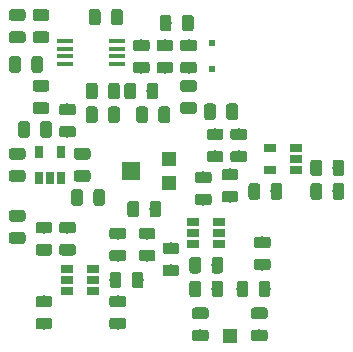
<source format=gtp>
G04 #@! TF.GenerationSoftware,KiCad,Pcbnew,5.1.4-e60b266~84~ubuntu18.04.1*
G04 #@! TF.CreationDate,2019-10-22T14:27:34+02:00*
G04 #@! TF.ProjectId,bug,6275672e-6b69-4636-9164-5f7063625858,rev?*
G04 #@! TF.SameCoordinates,PX2faf080PY2faf080*
G04 #@! TF.FileFunction,Paste,Top*
G04 #@! TF.FilePolarity,Positive*
%FSLAX46Y46*%
G04 Gerber Fmt 4.6, Leading zero omitted, Abs format (unit mm)*
G04 Created by KiCad (PCBNEW 5.1.4-e60b266~84~ubuntu18.04.1) date 2019-10-22 14:27:34*
%MOMM*%
%LPD*%
G04 APERTURE LIST*
%ADD10R,1.200000X1.200000*%
%ADD11R,1.500000X1.600000*%
%ADD12R,1.270000X1.270000*%
%ADD13C,0.100000*%
%ADD14C,0.975000*%
%ADD15R,1.060000X0.650000*%
%ADD16R,0.650000X1.060000*%
%ADD17R,1.450000X0.450000*%
%ADD18R,0.500000X0.500000*%
G04 APERTURE END LIST*
D10*
X14350000Y-13500000D03*
D11*
X11100000Y-14500000D03*
D10*
X14350000Y-15500000D03*
D12*
X19500000Y-28500000D03*
D13*
G36*
X12480142Y-3401174D02*
G01*
X12503803Y-3404684D01*
X12527007Y-3410496D01*
X12549529Y-3418554D01*
X12571153Y-3428782D01*
X12591670Y-3441079D01*
X12610883Y-3455329D01*
X12628607Y-3471393D01*
X12644671Y-3489117D01*
X12658921Y-3508330D01*
X12671218Y-3528847D01*
X12681446Y-3550471D01*
X12689504Y-3572993D01*
X12695316Y-3596197D01*
X12698826Y-3619858D01*
X12700000Y-3643750D01*
X12700000Y-4131250D01*
X12698826Y-4155142D01*
X12695316Y-4178803D01*
X12689504Y-4202007D01*
X12681446Y-4224529D01*
X12671218Y-4246153D01*
X12658921Y-4266670D01*
X12644671Y-4285883D01*
X12628607Y-4303607D01*
X12610883Y-4319671D01*
X12591670Y-4333921D01*
X12571153Y-4346218D01*
X12549529Y-4356446D01*
X12527007Y-4364504D01*
X12503803Y-4370316D01*
X12480142Y-4373826D01*
X12456250Y-4375000D01*
X11543750Y-4375000D01*
X11519858Y-4373826D01*
X11496197Y-4370316D01*
X11472993Y-4364504D01*
X11450471Y-4356446D01*
X11428847Y-4346218D01*
X11408330Y-4333921D01*
X11389117Y-4319671D01*
X11371393Y-4303607D01*
X11355329Y-4285883D01*
X11341079Y-4266670D01*
X11328782Y-4246153D01*
X11318554Y-4224529D01*
X11310496Y-4202007D01*
X11304684Y-4178803D01*
X11301174Y-4155142D01*
X11300000Y-4131250D01*
X11300000Y-3643750D01*
X11301174Y-3619858D01*
X11304684Y-3596197D01*
X11310496Y-3572993D01*
X11318554Y-3550471D01*
X11328782Y-3528847D01*
X11341079Y-3508330D01*
X11355329Y-3489117D01*
X11371393Y-3471393D01*
X11389117Y-3455329D01*
X11408330Y-3441079D01*
X11428847Y-3428782D01*
X11450471Y-3418554D01*
X11472993Y-3410496D01*
X11496197Y-3404684D01*
X11519858Y-3401174D01*
X11543750Y-3400000D01*
X12456250Y-3400000D01*
X12480142Y-3401174D01*
X12480142Y-3401174D01*
G37*
D14*
X12000000Y-3887500D03*
D13*
G36*
X12480142Y-5276174D02*
G01*
X12503803Y-5279684D01*
X12527007Y-5285496D01*
X12549529Y-5293554D01*
X12571153Y-5303782D01*
X12591670Y-5316079D01*
X12610883Y-5330329D01*
X12628607Y-5346393D01*
X12644671Y-5364117D01*
X12658921Y-5383330D01*
X12671218Y-5403847D01*
X12681446Y-5425471D01*
X12689504Y-5447993D01*
X12695316Y-5471197D01*
X12698826Y-5494858D01*
X12700000Y-5518750D01*
X12700000Y-6006250D01*
X12698826Y-6030142D01*
X12695316Y-6053803D01*
X12689504Y-6077007D01*
X12681446Y-6099529D01*
X12671218Y-6121153D01*
X12658921Y-6141670D01*
X12644671Y-6160883D01*
X12628607Y-6178607D01*
X12610883Y-6194671D01*
X12591670Y-6208921D01*
X12571153Y-6221218D01*
X12549529Y-6231446D01*
X12527007Y-6239504D01*
X12503803Y-6245316D01*
X12480142Y-6248826D01*
X12456250Y-6250000D01*
X11543750Y-6250000D01*
X11519858Y-6248826D01*
X11496197Y-6245316D01*
X11472993Y-6239504D01*
X11450471Y-6231446D01*
X11428847Y-6221218D01*
X11408330Y-6208921D01*
X11389117Y-6194671D01*
X11371393Y-6178607D01*
X11355329Y-6160883D01*
X11341079Y-6141670D01*
X11328782Y-6121153D01*
X11318554Y-6099529D01*
X11310496Y-6077007D01*
X11304684Y-6053803D01*
X11301174Y-6030142D01*
X11300000Y-6006250D01*
X11300000Y-5518750D01*
X11301174Y-5494858D01*
X11304684Y-5471197D01*
X11310496Y-5447993D01*
X11318554Y-5425471D01*
X11328782Y-5403847D01*
X11341079Y-5383330D01*
X11355329Y-5364117D01*
X11371393Y-5346393D01*
X11389117Y-5330329D01*
X11408330Y-5316079D01*
X11428847Y-5303782D01*
X11450471Y-5293554D01*
X11472993Y-5285496D01*
X11496197Y-5279684D01*
X11519858Y-5276174D01*
X11543750Y-5275000D01*
X12456250Y-5275000D01*
X12480142Y-5276174D01*
X12480142Y-5276174D01*
G37*
D14*
X12000000Y-5762500D03*
D15*
X25100000Y-14450000D03*
X25100000Y-13500000D03*
X25100000Y-12550000D03*
X22900000Y-12550000D03*
X22900000Y-14450000D03*
X16400000Y-19750000D03*
X16400000Y-20700000D03*
X16400000Y-18800000D03*
X18600000Y-18800000D03*
X18600000Y-19750000D03*
X18600000Y-20700000D03*
X7950000Y-23750000D03*
X7950000Y-22800000D03*
X7950000Y-24700000D03*
X5750000Y-24700000D03*
X5750000Y-23750000D03*
X5750000Y-22800000D03*
D16*
X3300000Y-12900000D03*
X5200000Y-12900000D03*
X5200000Y-15100000D03*
X4250000Y-15100000D03*
X3300000Y-15100000D03*
D17*
X9950000Y-3525000D03*
X9950000Y-4175000D03*
X9950000Y-4825000D03*
X9950000Y-5475000D03*
X5550000Y-5475000D03*
X5550000Y-4825000D03*
X5550000Y-4175000D03*
X5550000Y-3525000D03*
D13*
G36*
X4230142Y-20701174D02*
G01*
X4253803Y-20704684D01*
X4277007Y-20710496D01*
X4299529Y-20718554D01*
X4321153Y-20728782D01*
X4341670Y-20741079D01*
X4360883Y-20755329D01*
X4378607Y-20771393D01*
X4394671Y-20789117D01*
X4408921Y-20808330D01*
X4421218Y-20828847D01*
X4431446Y-20850471D01*
X4439504Y-20872993D01*
X4445316Y-20896197D01*
X4448826Y-20919858D01*
X4450000Y-20943750D01*
X4450000Y-21431250D01*
X4448826Y-21455142D01*
X4445316Y-21478803D01*
X4439504Y-21502007D01*
X4431446Y-21524529D01*
X4421218Y-21546153D01*
X4408921Y-21566670D01*
X4394671Y-21585883D01*
X4378607Y-21603607D01*
X4360883Y-21619671D01*
X4341670Y-21633921D01*
X4321153Y-21646218D01*
X4299529Y-21656446D01*
X4277007Y-21664504D01*
X4253803Y-21670316D01*
X4230142Y-21673826D01*
X4206250Y-21675000D01*
X3293750Y-21675000D01*
X3269858Y-21673826D01*
X3246197Y-21670316D01*
X3222993Y-21664504D01*
X3200471Y-21656446D01*
X3178847Y-21646218D01*
X3158330Y-21633921D01*
X3139117Y-21619671D01*
X3121393Y-21603607D01*
X3105329Y-21585883D01*
X3091079Y-21566670D01*
X3078782Y-21546153D01*
X3068554Y-21524529D01*
X3060496Y-21502007D01*
X3054684Y-21478803D01*
X3051174Y-21455142D01*
X3050000Y-21431250D01*
X3050000Y-20943750D01*
X3051174Y-20919858D01*
X3054684Y-20896197D01*
X3060496Y-20872993D01*
X3068554Y-20850471D01*
X3078782Y-20828847D01*
X3091079Y-20808330D01*
X3105329Y-20789117D01*
X3121393Y-20771393D01*
X3139117Y-20755329D01*
X3158330Y-20741079D01*
X3178847Y-20728782D01*
X3200471Y-20718554D01*
X3222993Y-20710496D01*
X3246197Y-20704684D01*
X3269858Y-20701174D01*
X3293750Y-20700000D01*
X4206250Y-20700000D01*
X4230142Y-20701174D01*
X4230142Y-20701174D01*
G37*
D14*
X3750000Y-21187500D03*
D13*
G36*
X4230142Y-18826174D02*
G01*
X4253803Y-18829684D01*
X4277007Y-18835496D01*
X4299529Y-18843554D01*
X4321153Y-18853782D01*
X4341670Y-18866079D01*
X4360883Y-18880329D01*
X4378607Y-18896393D01*
X4394671Y-18914117D01*
X4408921Y-18933330D01*
X4421218Y-18953847D01*
X4431446Y-18975471D01*
X4439504Y-18997993D01*
X4445316Y-19021197D01*
X4448826Y-19044858D01*
X4450000Y-19068750D01*
X4450000Y-19556250D01*
X4448826Y-19580142D01*
X4445316Y-19603803D01*
X4439504Y-19627007D01*
X4431446Y-19649529D01*
X4421218Y-19671153D01*
X4408921Y-19691670D01*
X4394671Y-19710883D01*
X4378607Y-19728607D01*
X4360883Y-19744671D01*
X4341670Y-19758921D01*
X4321153Y-19771218D01*
X4299529Y-19781446D01*
X4277007Y-19789504D01*
X4253803Y-19795316D01*
X4230142Y-19798826D01*
X4206250Y-19800000D01*
X3293750Y-19800000D01*
X3269858Y-19798826D01*
X3246197Y-19795316D01*
X3222993Y-19789504D01*
X3200471Y-19781446D01*
X3178847Y-19771218D01*
X3158330Y-19758921D01*
X3139117Y-19744671D01*
X3121393Y-19728607D01*
X3105329Y-19710883D01*
X3091079Y-19691670D01*
X3078782Y-19671153D01*
X3068554Y-19649529D01*
X3060496Y-19627007D01*
X3054684Y-19603803D01*
X3051174Y-19580142D01*
X3050000Y-19556250D01*
X3050000Y-19068750D01*
X3051174Y-19044858D01*
X3054684Y-19021197D01*
X3060496Y-18997993D01*
X3068554Y-18975471D01*
X3078782Y-18953847D01*
X3091079Y-18933330D01*
X3105329Y-18914117D01*
X3121393Y-18896393D01*
X3139117Y-18880329D01*
X3158330Y-18866079D01*
X3178847Y-18853782D01*
X3200471Y-18843554D01*
X3222993Y-18835496D01*
X3246197Y-18829684D01*
X3269858Y-18826174D01*
X3293750Y-18825000D01*
X4206250Y-18825000D01*
X4230142Y-18826174D01*
X4230142Y-18826174D01*
G37*
D14*
X3750000Y-19312500D03*
D13*
G36*
X20730142Y-10926174D02*
G01*
X20753803Y-10929684D01*
X20777007Y-10935496D01*
X20799529Y-10943554D01*
X20821153Y-10953782D01*
X20841670Y-10966079D01*
X20860883Y-10980329D01*
X20878607Y-10996393D01*
X20894671Y-11014117D01*
X20908921Y-11033330D01*
X20921218Y-11053847D01*
X20931446Y-11075471D01*
X20939504Y-11097993D01*
X20945316Y-11121197D01*
X20948826Y-11144858D01*
X20950000Y-11168750D01*
X20950000Y-11656250D01*
X20948826Y-11680142D01*
X20945316Y-11703803D01*
X20939504Y-11727007D01*
X20931446Y-11749529D01*
X20921218Y-11771153D01*
X20908921Y-11791670D01*
X20894671Y-11810883D01*
X20878607Y-11828607D01*
X20860883Y-11844671D01*
X20841670Y-11858921D01*
X20821153Y-11871218D01*
X20799529Y-11881446D01*
X20777007Y-11889504D01*
X20753803Y-11895316D01*
X20730142Y-11898826D01*
X20706250Y-11900000D01*
X19793750Y-11900000D01*
X19769858Y-11898826D01*
X19746197Y-11895316D01*
X19722993Y-11889504D01*
X19700471Y-11881446D01*
X19678847Y-11871218D01*
X19658330Y-11858921D01*
X19639117Y-11844671D01*
X19621393Y-11828607D01*
X19605329Y-11810883D01*
X19591079Y-11791670D01*
X19578782Y-11771153D01*
X19568554Y-11749529D01*
X19560496Y-11727007D01*
X19554684Y-11703803D01*
X19551174Y-11680142D01*
X19550000Y-11656250D01*
X19550000Y-11168750D01*
X19551174Y-11144858D01*
X19554684Y-11121197D01*
X19560496Y-11097993D01*
X19568554Y-11075471D01*
X19578782Y-11053847D01*
X19591079Y-11033330D01*
X19605329Y-11014117D01*
X19621393Y-10996393D01*
X19639117Y-10980329D01*
X19658330Y-10966079D01*
X19678847Y-10953782D01*
X19700471Y-10943554D01*
X19722993Y-10935496D01*
X19746197Y-10929684D01*
X19769858Y-10926174D01*
X19793750Y-10925000D01*
X20706250Y-10925000D01*
X20730142Y-10926174D01*
X20730142Y-10926174D01*
G37*
D14*
X20250000Y-11412500D03*
D13*
G36*
X20730142Y-12801174D02*
G01*
X20753803Y-12804684D01*
X20777007Y-12810496D01*
X20799529Y-12818554D01*
X20821153Y-12828782D01*
X20841670Y-12841079D01*
X20860883Y-12855329D01*
X20878607Y-12871393D01*
X20894671Y-12889117D01*
X20908921Y-12908330D01*
X20921218Y-12928847D01*
X20931446Y-12950471D01*
X20939504Y-12972993D01*
X20945316Y-12996197D01*
X20948826Y-13019858D01*
X20950000Y-13043750D01*
X20950000Y-13531250D01*
X20948826Y-13555142D01*
X20945316Y-13578803D01*
X20939504Y-13602007D01*
X20931446Y-13624529D01*
X20921218Y-13646153D01*
X20908921Y-13666670D01*
X20894671Y-13685883D01*
X20878607Y-13703607D01*
X20860883Y-13719671D01*
X20841670Y-13733921D01*
X20821153Y-13746218D01*
X20799529Y-13756446D01*
X20777007Y-13764504D01*
X20753803Y-13770316D01*
X20730142Y-13773826D01*
X20706250Y-13775000D01*
X19793750Y-13775000D01*
X19769858Y-13773826D01*
X19746197Y-13770316D01*
X19722993Y-13764504D01*
X19700471Y-13756446D01*
X19678847Y-13746218D01*
X19658330Y-13733921D01*
X19639117Y-13719671D01*
X19621393Y-13703607D01*
X19605329Y-13685883D01*
X19591079Y-13666670D01*
X19578782Y-13646153D01*
X19568554Y-13624529D01*
X19560496Y-13602007D01*
X19554684Y-13578803D01*
X19551174Y-13555142D01*
X19550000Y-13531250D01*
X19550000Y-13043750D01*
X19551174Y-13019858D01*
X19554684Y-12996197D01*
X19560496Y-12972993D01*
X19568554Y-12950471D01*
X19578782Y-12928847D01*
X19591079Y-12908330D01*
X19605329Y-12889117D01*
X19621393Y-12871393D01*
X19639117Y-12855329D01*
X19658330Y-12841079D01*
X19678847Y-12828782D01*
X19700471Y-12818554D01*
X19722993Y-12810496D01*
X19746197Y-12804684D01*
X19769858Y-12801174D01*
X19793750Y-12800000D01*
X20706250Y-12800000D01*
X20730142Y-12801174D01*
X20730142Y-12801174D01*
G37*
D14*
X20250000Y-13287500D03*
D13*
G36*
X8705142Y-16051174D02*
G01*
X8728803Y-16054684D01*
X8752007Y-16060496D01*
X8774529Y-16068554D01*
X8796153Y-16078782D01*
X8816670Y-16091079D01*
X8835883Y-16105329D01*
X8853607Y-16121393D01*
X8869671Y-16139117D01*
X8883921Y-16158330D01*
X8896218Y-16178847D01*
X8906446Y-16200471D01*
X8914504Y-16222993D01*
X8920316Y-16246197D01*
X8923826Y-16269858D01*
X8925000Y-16293750D01*
X8925000Y-17206250D01*
X8923826Y-17230142D01*
X8920316Y-17253803D01*
X8914504Y-17277007D01*
X8906446Y-17299529D01*
X8896218Y-17321153D01*
X8883921Y-17341670D01*
X8869671Y-17360883D01*
X8853607Y-17378607D01*
X8835883Y-17394671D01*
X8816670Y-17408921D01*
X8796153Y-17421218D01*
X8774529Y-17431446D01*
X8752007Y-17439504D01*
X8728803Y-17445316D01*
X8705142Y-17448826D01*
X8681250Y-17450000D01*
X8193750Y-17450000D01*
X8169858Y-17448826D01*
X8146197Y-17445316D01*
X8122993Y-17439504D01*
X8100471Y-17431446D01*
X8078847Y-17421218D01*
X8058330Y-17408921D01*
X8039117Y-17394671D01*
X8021393Y-17378607D01*
X8005329Y-17360883D01*
X7991079Y-17341670D01*
X7978782Y-17321153D01*
X7968554Y-17299529D01*
X7960496Y-17277007D01*
X7954684Y-17253803D01*
X7951174Y-17230142D01*
X7950000Y-17206250D01*
X7950000Y-16293750D01*
X7951174Y-16269858D01*
X7954684Y-16246197D01*
X7960496Y-16222993D01*
X7968554Y-16200471D01*
X7978782Y-16178847D01*
X7991079Y-16158330D01*
X8005329Y-16139117D01*
X8021393Y-16121393D01*
X8039117Y-16105329D01*
X8058330Y-16091079D01*
X8078847Y-16078782D01*
X8100471Y-16068554D01*
X8122993Y-16060496D01*
X8146197Y-16054684D01*
X8169858Y-16051174D01*
X8193750Y-16050000D01*
X8681250Y-16050000D01*
X8705142Y-16051174D01*
X8705142Y-16051174D01*
G37*
D14*
X8437500Y-16750000D03*
D13*
G36*
X6830142Y-16051174D02*
G01*
X6853803Y-16054684D01*
X6877007Y-16060496D01*
X6899529Y-16068554D01*
X6921153Y-16078782D01*
X6941670Y-16091079D01*
X6960883Y-16105329D01*
X6978607Y-16121393D01*
X6994671Y-16139117D01*
X7008921Y-16158330D01*
X7021218Y-16178847D01*
X7031446Y-16200471D01*
X7039504Y-16222993D01*
X7045316Y-16246197D01*
X7048826Y-16269858D01*
X7050000Y-16293750D01*
X7050000Y-17206250D01*
X7048826Y-17230142D01*
X7045316Y-17253803D01*
X7039504Y-17277007D01*
X7031446Y-17299529D01*
X7021218Y-17321153D01*
X7008921Y-17341670D01*
X6994671Y-17360883D01*
X6978607Y-17378607D01*
X6960883Y-17394671D01*
X6941670Y-17408921D01*
X6921153Y-17421218D01*
X6899529Y-17431446D01*
X6877007Y-17439504D01*
X6853803Y-17445316D01*
X6830142Y-17448826D01*
X6806250Y-17450000D01*
X6318750Y-17450000D01*
X6294858Y-17448826D01*
X6271197Y-17445316D01*
X6247993Y-17439504D01*
X6225471Y-17431446D01*
X6203847Y-17421218D01*
X6183330Y-17408921D01*
X6164117Y-17394671D01*
X6146393Y-17378607D01*
X6130329Y-17360883D01*
X6116079Y-17341670D01*
X6103782Y-17321153D01*
X6093554Y-17299529D01*
X6085496Y-17277007D01*
X6079684Y-17253803D01*
X6076174Y-17230142D01*
X6075000Y-17206250D01*
X6075000Y-16293750D01*
X6076174Y-16269858D01*
X6079684Y-16246197D01*
X6085496Y-16222993D01*
X6093554Y-16200471D01*
X6103782Y-16178847D01*
X6116079Y-16158330D01*
X6130329Y-16139117D01*
X6146393Y-16121393D01*
X6164117Y-16105329D01*
X6183330Y-16091079D01*
X6203847Y-16078782D01*
X6225471Y-16068554D01*
X6247993Y-16060496D01*
X6271197Y-16054684D01*
X6294858Y-16051174D01*
X6318750Y-16050000D01*
X6806250Y-16050000D01*
X6830142Y-16051174D01*
X6830142Y-16051174D01*
G37*
D14*
X6562500Y-16750000D03*
D13*
G36*
X1980142Y-17826174D02*
G01*
X2003803Y-17829684D01*
X2027007Y-17835496D01*
X2049529Y-17843554D01*
X2071153Y-17853782D01*
X2091670Y-17866079D01*
X2110883Y-17880329D01*
X2128607Y-17896393D01*
X2144671Y-17914117D01*
X2158921Y-17933330D01*
X2171218Y-17953847D01*
X2181446Y-17975471D01*
X2189504Y-17997993D01*
X2195316Y-18021197D01*
X2198826Y-18044858D01*
X2200000Y-18068750D01*
X2200000Y-18556250D01*
X2198826Y-18580142D01*
X2195316Y-18603803D01*
X2189504Y-18627007D01*
X2181446Y-18649529D01*
X2171218Y-18671153D01*
X2158921Y-18691670D01*
X2144671Y-18710883D01*
X2128607Y-18728607D01*
X2110883Y-18744671D01*
X2091670Y-18758921D01*
X2071153Y-18771218D01*
X2049529Y-18781446D01*
X2027007Y-18789504D01*
X2003803Y-18795316D01*
X1980142Y-18798826D01*
X1956250Y-18800000D01*
X1043750Y-18800000D01*
X1019858Y-18798826D01*
X996197Y-18795316D01*
X972993Y-18789504D01*
X950471Y-18781446D01*
X928847Y-18771218D01*
X908330Y-18758921D01*
X889117Y-18744671D01*
X871393Y-18728607D01*
X855329Y-18710883D01*
X841079Y-18691670D01*
X828782Y-18671153D01*
X818554Y-18649529D01*
X810496Y-18627007D01*
X804684Y-18603803D01*
X801174Y-18580142D01*
X800000Y-18556250D01*
X800000Y-18068750D01*
X801174Y-18044858D01*
X804684Y-18021197D01*
X810496Y-17997993D01*
X818554Y-17975471D01*
X828782Y-17953847D01*
X841079Y-17933330D01*
X855329Y-17914117D01*
X871393Y-17896393D01*
X889117Y-17880329D01*
X908330Y-17866079D01*
X928847Y-17853782D01*
X950471Y-17843554D01*
X972993Y-17835496D01*
X996197Y-17829684D01*
X1019858Y-17826174D01*
X1043750Y-17825000D01*
X1956250Y-17825000D01*
X1980142Y-17826174D01*
X1980142Y-17826174D01*
G37*
D14*
X1500000Y-18312500D03*
D13*
G36*
X1980142Y-19701174D02*
G01*
X2003803Y-19704684D01*
X2027007Y-19710496D01*
X2049529Y-19718554D01*
X2071153Y-19728782D01*
X2091670Y-19741079D01*
X2110883Y-19755329D01*
X2128607Y-19771393D01*
X2144671Y-19789117D01*
X2158921Y-19808330D01*
X2171218Y-19828847D01*
X2181446Y-19850471D01*
X2189504Y-19872993D01*
X2195316Y-19896197D01*
X2198826Y-19919858D01*
X2200000Y-19943750D01*
X2200000Y-20431250D01*
X2198826Y-20455142D01*
X2195316Y-20478803D01*
X2189504Y-20502007D01*
X2181446Y-20524529D01*
X2171218Y-20546153D01*
X2158921Y-20566670D01*
X2144671Y-20585883D01*
X2128607Y-20603607D01*
X2110883Y-20619671D01*
X2091670Y-20633921D01*
X2071153Y-20646218D01*
X2049529Y-20656446D01*
X2027007Y-20664504D01*
X2003803Y-20670316D01*
X1980142Y-20673826D01*
X1956250Y-20675000D01*
X1043750Y-20675000D01*
X1019858Y-20673826D01*
X996197Y-20670316D01*
X972993Y-20664504D01*
X950471Y-20656446D01*
X928847Y-20646218D01*
X908330Y-20633921D01*
X889117Y-20619671D01*
X871393Y-20603607D01*
X855329Y-20585883D01*
X841079Y-20566670D01*
X828782Y-20546153D01*
X818554Y-20524529D01*
X810496Y-20502007D01*
X804684Y-20478803D01*
X801174Y-20455142D01*
X800000Y-20431250D01*
X800000Y-19943750D01*
X801174Y-19919858D01*
X804684Y-19896197D01*
X810496Y-19872993D01*
X818554Y-19850471D01*
X828782Y-19828847D01*
X841079Y-19808330D01*
X855329Y-19789117D01*
X871393Y-19771393D01*
X889117Y-19755329D01*
X908330Y-19741079D01*
X928847Y-19728782D01*
X950471Y-19718554D01*
X972993Y-19710496D01*
X996197Y-19704684D01*
X1019858Y-19701174D01*
X1043750Y-19700000D01*
X1956250Y-19700000D01*
X1980142Y-19701174D01*
X1980142Y-19701174D01*
G37*
D14*
X1500000Y-20187500D03*
D13*
G36*
X7480142Y-12576174D02*
G01*
X7503803Y-12579684D01*
X7527007Y-12585496D01*
X7549529Y-12593554D01*
X7571153Y-12603782D01*
X7591670Y-12616079D01*
X7610883Y-12630329D01*
X7628607Y-12646393D01*
X7644671Y-12664117D01*
X7658921Y-12683330D01*
X7671218Y-12703847D01*
X7681446Y-12725471D01*
X7689504Y-12747993D01*
X7695316Y-12771197D01*
X7698826Y-12794858D01*
X7700000Y-12818750D01*
X7700000Y-13306250D01*
X7698826Y-13330142D01*
X7695316Y-13353803D01*
X7689504Y-13377007D01*
X7681446Y-13399529D01*
X7671218Y-13421153D01*
X7658921Y-13441670D01*
X7644671Y-13460883D01*
X7628607Y-13478607D01*
X7610883Y-13494671D01*
X7591670Y-13508921D01*
X7571153Y-13521218D01*
X7549529Y-13531446D01*
X7527007Y-13539504D01*
X7503803Y-13545316D01*
X7480142Y-13548826D01*
X7456250Y-13550000D01*
X6543750Y-13550000D01*
X6519858Y-13548826D01*
X6496197Y-13545316D01*
X6472993Y-13539504D01*
X6450471Y-13531446D01*
X6428847Y-13521218D01*
X6408330Y-13508921D01*
X6389117Y-13494671D01*
X6371393Y-13478607D01*
X6355329Y-13460883D01*
X6341079Y-13441670D01*
X6328782Y-13421153D01*
X6318554Y-13399529D01*
X6310496Y-13377007D01*
X6304684Y-13353803D01*
X6301174Y-13330142D01*
X6300000Y-13306250D01*
X6300000Y-12818750D01*
X6301174Y-12794858D01*
X6304684Y-12771197D01*
X6310496Y-12747993D01*
X6318554Y-12725471D01*
X6328782Y-12703847D01*
X6341079Y-12683330D01*
X6355329Y-12664117D01*
X6371393Y-12646393D01*
X6389117Y-12630329D01*
X6408330Y-12616079D01*
X6428847Y-12603782D01*
X6450471Y-12593554D01*
X6472993Y-12585496D01*
X6496197Y-12579684D01*
X6519858Y-12576174D01*
X6543750Y-12575000D01*
X7456250Y-12575000D01*
X7480142Y-12576174D01*
X7480142Y-12576174D01*
G37*
D14*
X7000000Y-13062500D03*
D13*
G36*
X7480142Y-14451174D02*
G01*
X7503803Y-14454684D01*
X7527007Y-14460496D01*
X7549529Y-14468554D01*
X7571153Y-14478782D01*
X7591670Y-14491079D01*
X7610883Y-14505329D01*
X7628607Y-14521393D01*
X7644671Y-14539117D01*
X7658921Y-14558330D01*
X7671218Y-14578847D01*
X7681446Y-14600471D01*
X7689504Y-14622993D01*
X7695316Y-14646197D01*
X7698826Y-14669858D01*
X7700000Y-14693750D01*
X7700000Y-15181250D01*
X7698826Y-15205142D01*
X7695316Y-15228803D01*
X7689504Y-15252007D01*
X7681446Y-15274529D01*
X7671218Y-15296153D01*
X7658921Y-15316670D01*
X7644671Y-15335883D01*
X7628607Y-15353607D01*
X7610883Y-15369671D01*
X7591670Y-15383921D01*
X7571153Y-15396218D01*
X7549529Y-15406446D01*
X7527007Y-15414504D01*
X7503803Y-15420316D01*
X7480142Y-15423826D01*
X7456250Y-15425000D01*
X6543750Y-15425000D01*
X6519858Y-15423826D01*
X6496197Y-15420316D01*
X6472993Y-15414504D01*
X6450471Y-15406446D01*
X6428847Y-15396218D01*
X6408330Y-15383921D01*
X6389117Y-15369671D01*
X6371393Y-15353607D01*
X6355329Y-15335883D01*
X6341079Y-15316670D01*
X6328782Y-15296153D01*
X6318554Y-15274529D01*
X6310496Y-15252007D01*
X6304684Y-15228803D01*
X6301174Y-15205142D01*
X6300000Y-15181250D01*
X6300000Y-14693750D01*
X6301174Y-14669858D01*
X6304684Y-14646197D01*
X6310496Y-14622993D01*
X6318554Y-14600471D01*
X6328782Y-14578847D01*
X6341079Y-14558330D01*
X6355329Y-14539117D01*
X6371393Y-14521393D01*
X6389117Y-14505329D01*
X6408330Y-14491079D01*
X6428847Y-14478782D01*
X6450471Y-14468554D01*
X6472993Y-14460496D01*
X6496197Y-14454684D01*
X6519858Y-14451174D01*
X6543750Y-14450000D01*
X7456250Y-14450000D01*
X7480142Y-14451174D01*
X7480142Y-14451174D01*
G37*
D14*
X7000000Y-14937500D03*
D13*
G36*
X2330142Y-10301174D02*
G01*
X2353803Y-10304684D01*
X2377007Y-10310496D01*
X2399529Y-10318554D01*
X2421153Y-10328782D01*
X2441670Y-10341079D01*
X2460883Y-10355329D01*
X2478607Y-10371393D01*
X2494671Y-10389117D01*
X2508921Y-10408330D01*
X2521218Y-10428847D01*
X2531446Y-10450471D01*
X2539504Y-10472993D01*
X2545316Y-10496197D01*
X2548826Y-10519858D01*
X2550000Y-10543750D01*
X2550000Y-11456250D01*
X2548826Y-11480142D01*
X2545316Y-11503803D01*
X2539504Y-11527007D01*
X2531446Y-11549529D01*
X2521218Y-11571153D01*
X2508921Y-11591670D01*
X2494671Y-11610883D01*
X2478607Y-11628607D01*
X2460883Y-11644671D01*
X2441670Y-11658921D01*
X2421153Y-11671218D01*
X2399529Y-11681446D01*
X2377007Y-11689504D01*
X2353803Y-11695316D01*
X2330142Y-11698826D01*
X2306250Y-11700000D01*
X1818750Y-11700000D01*
X1794858Y-11698826D01*
X1771197Y-11695316D01*
X1747993Y-11689504D01*
X1725471Y-11681446D01*
X1703847Y-11671218D01*
X1683330Y-11658921D01*
X1664117Y-11644671D01*
X1646393Y-11628607D01*
X1630329Y-11610883D01*
X1616079Y-11591670D01*
X1603782Y-11571153D01*
X1593554Y-11549529D01*
X1585496Y-11527007D01*
X1579684Y-11503803D01*
X1576174Y-11480142D01*
X1575000Y-11456250D01*
X1575000Y-10543750D01*
X1576174Y-10519858D01*
X1579684Y-10496197D01*
X1585496Y-10472993D01*
X1593554Y-10450471D01*
X1603782Y-10428847D01*
X1616079Y-10408330D01*
X1630329Y-10389117D01*
X1646393Y-10371393D01*
X1664117Y-10355329D01*
X1683330Y-10341079D01*
X1703847Y-10328782D01*
X1725471Y-10318554D01*
X1747993Y-10310496D01*
X1771197Y-10304684D01*
X1794858Y-10301174D01*
X1818750Y-10300000D01*
X2306250Y-10300000D01*
X2330142Y-10301174D01*
X2330142Y-10301174D01*
G37*
D14*
X2062500Y-11000000D03*
D13*
G36*
X4205142Y-10301174D02*
G01*
X4228803Y-10304684D01*
X4252007Y-10310496D01*
X4274529Y-10318554D01*
X4296153Y-10328782D01*
X4316670Y-10341079D01*
X4335883Y-10355329D01*
X4353607Y-10371393D01*
X4369671Y-10389117D01*
X4383921Y-10408330D01*
X4396218Y-10428847D01*
X4406446Y-10450471D01*
X4414504Y-10472993D01*
X4420316Y-10496197D01*
X4423826Y-10519858D01*
X4425000Y-10543750D01*
X4425000Y-11456250D01*
X4423826Y-11480142D01*
X4420316Y-11503803D01*
X4414504Y-11527007D01*
X4406446Y-11549529D01*
X4396218Y-11571153D01*
X4383921Y-11591670D01*
X4369671Y-11610883D01*
X4353607Y-11628607D01*
X4335883Y-11644671D01*
X4316670Y-11658921D01*
X4296153Y-11671218D01*
X4274529Y-11681446D01*
X4252007Y-11689504D01*
X4228803Y-11695316D01*
X4205142Y-11698826D01*
X4181250Y-11700000D01*
X3693750Y-11700000D01*
X3669858Y-11698826D01*
X3646197Y-11695316D01*
X3622993Y-11689504D01*
X3600471Y-11681446D01*
X3578847Y-11671218D01*
X3558330Y-11658921D01*
X3539117Y-11644671D01*
X3521393Y-11628607D01*
X3505329Y-11610883D01*
X3491079Y-11591670D01*
X3478782Y-11571153D01*
X3468554Y-11549529D01*
X3460496Y-11527007D01*
X3454684Y-11503803D01*
X3451174Y-11480142D01*
X3450000Y-11456250D01*
X3450000Y-10543750D01*
X3451174Y-10519858D01*
X3454684Y-10496197D01*
X3460496Y-10472993D01*
X3468554Y-10450471D01*
X3478782Y-10428847D01*
X3491079Y-10408330D01*
X3505329Y-10389117D01*
X3521393Y-10371393D01*
X3539117Y-10355329D01*
X3558330Y-10341079D01*
X3578847Y-10328782D01*
X3600471Y-10318554D01*
X3622993Y-10310496D01*
X3646197Y-10304684D01*
X3669858Y-10301174D01*
X3693750Y-10300000D01*
X4181250Y-10300000D01*
X4205142Y-10301174D01*
X4205142Y-10301174D01*
G37*
D14*
X3937500Y-11000000D03*
D13*
G36*
X19980142Y-16201174D02*
G01*
X20003803Y-16204684D01*
X20027007Y-16210496D01*
X20049529Y-16218554D01*
X20071153Y-16228782D01*
X20091670Y-16241079D01*
X20110883Y-16255329D01*
X20128607Y-16271393D01*
X20144671Y-16289117D01*
X20158921Y-16308330D01*
X20171218Y-16328847D01*
X20181446Y-16350471D01*
X20189504Y-16372993D01*
X20195316Y-16396197D01*
X20198826Y-16419858D01*
X20200000Y-16443750D01*
X20200000Y-16931250D01*
X20198826Y-16955142D01*
X20195316Y-16978803D01*
X20189504Y-17002007D01*
X20181446Y-17024529D01*
X20171218Y-17046153D01*
X20158921Y-17066670D01*
X20144671Y-17085883D01*
X20128607Y-17103607D01*
X20110883Y-17119671D01*
X20091670Y-17133921D01*
X20071153Y-17146218D01*
X20049529Y-17156446D01*
X20027007Y-17164504D01*
X20003803Y-17170316D01*
X19980142Y-17173826D01*
X19956250Y-17175000D01*
X19043750Y-17175000D01*
X19019858Y-17173826D01*
X18996197Y-17170316D01*
X18972993Y-17164504D01*
X18950471Y-17156446D01*
X18928847Y-17146218D01*
X18908330Y-17133921D01*
X18889117Y-17119671D01*
X18871393Y-17103607D01*
X18855329Y-17085883D01*
X18841079Y-17066670D01*
X18828782Y-17046153D01*
X18818554Y-17024529D01*
X18810496Y-17002007D01*
X18804684Y-16978803D01*
X18801174Y-16955142D01*
X18800000Y-16931250D01*
X18800000Y-16443750D01*
X18801174Y-16419858D01*
X18804684Y-16396197D01*
X18810496Y-16372993D01*
X18818554Y-16350471D01*
X18828782Y-16328847D01*
X18841079Y-16308330D01*
X18855329Y-16289117D01*
X18871393Y-16271393D01*
X18889117Y-16255329D01*
X18908330Y-16241079D01*
X18928847Y-16228782D01*
X18950471Y-16218554D01*
X18972993Y-16210496D01*
X18996197Y-16204684D01*
X19019858Y-16201174D01*
X19043750Y-16200000D01*
X19956250Y-16200000D01*
X19980142Y-16201174D01*
X19980142Y-16201174D01*
G37*
D14*
X19500000Y-16687500D03*
D13*
G36*
X19980142Y-14326174D02*
G01*
X20003803Y-14329684D01*
X20027007Y-14335496D01*
X20049529Y-14343554D01*
X20071153Y-14353782D01*
X20091670Y-14366079D01*
X20110883Y-14380329D01*
X20128607Y-14396393D01*
X20144671Y-14414117D01*
X20158921Y-14433330D01*
X20171218Y-14453847D01*
X20181446Y-14475471D01*
X20189504Y-14497993D01*
X20195316Y-14521197D01*
X20198826Y-14544858D01*
X20200000Y-14568750D01*
X20200000Y-15056250D01*
X20198826Y-15080142D01*
X20195316Y-15103803D01*
X20189504Y-15127007D01*
X20181446Y-15149529D01*
X20171218Y-15171153D01*
X20158921Y-15191670D01*
X20144671Y-15210883D01*
X20128607Y-15228607D01*
X20110883Y-15244671D01*
X20091670Y-15258921D01*
X20071153Y-15271218D01*
X20049529Y-15281446D01*
X20027007Y-15289504D01*
X20003803Y-15295316D01*
X19980142Y-15298826D01*
X19956250Y-15300000D01*
X19043750Y-15300000D01*
X19019858Y-15298826D01*
X18996197Y-15295316D01*
X18972993Y-15289504D01*
X18950471Y-15281446D01*
X18928847Y-15271218D01*
X18908330Y-15258921D01*
X18889117Y-15244671D01*
X18871393Y-15228607D01*
X18855329Y-15210883D01*
X18841079Y-15191670D01*
X18828782Y-15171153D01*
X18818554Y-15149529D01*
X18810496Y-15127007D01*
X18804684Y-15103803D01*
X18801174Y-15080142D01*
X18800000Y-15056250D01*
X18800000Y-14568750D01*
X18801174Y-14544858D01*
X18804684Y-14521197D01*
X18810496Y-14497993D01*
X18818554Y-14475471D01*
X18828782Y-14453847D01*
X18841079Y-14433330D01*
X18855329Y-14414117D01*
X18871393Y-14396393D01*
X18889117Y-14380329D01*
X18908330Y-14366079D01*
X18928847Y-14353782D01*
X18950471Y-14343554D01*
X18972993Y-14335496D01*
X18996197Y-14329684D01*
X19019858Y-14326174D01*
X19043750Y-14325000D01*
X19956250Y-14325000D01*
X19980142Y-14326174D01*
X19980142Y-14326174D01*
G37*
D14*
X19500000Y-14812500D03*
D13*
G36*
X3980142Y-2701174D02*
G01*
X4003803Y-2704684D01*
X4027007Y-2710496D01*
X4049529Y-2718554D01*
X4071153Y-2728782D01*
X4091670Y-2741079D01*
X4110883Y-2755329D01*
X4128607Y-2771393D01*
X4144671Y-2789117D01*
X4158921Y-2808330D01*
X4171218Y-2828847D01*
X4181446Y-2850471D01*
X4189504Y-2872993D01*
X4195316Y-2896197D01*
X4198826Y-2919858D01*
X4200000Y-2943750D01*
X4200000Y-3431250D01*
X4198826Y-3455142D01*
X4195316Y-3478803D01*
X4189504Y-3502007D01*
X4181446Y-3524529D01*
X4171218Y-3546153D01*
X4158921Y-3566670D01*
X4144671Y-3585883D01*
X4128607Y-3603607D01*
X4110883Y-3619671D01*
X4091670Y-3633921D01*
X4071153Y-3646218D01*
X4049529Y-3656446D01*
X4027007Y-3664504D01*
X4003803Y-3670316D01*
X3980142Y-3673826D01*
X3956250Y-3675000D01*
X3043750Y-3675000D01*
X3019858Y-3673826D01*
X2996197Y-3670316D01*
X2972993Y-3664504D01*
X2950471Y-3656446D01*
X2928847Y-3646218D01*
X2908330Y-3633921D01*
X2889117Y-3619671D01*
X2871393Y-3603607D01*
X2855329Y-3585883D01*
X2841079Y-3566670D01*
X2828782Y-3546153D01*
X2818554Y-3524529D01*
X2810496Y-3502007D01*
X2804684Y-3478803D01*
X2801174Y-3455142D01*
X2800000Y-3431250D01*
X2800000Y-2943750D01*
X2801174Y-2919858D01*
X2804684Y-2896197D01*
X2810496Y-2872993D01*
X2818554Y-2850471D01*
X2828782Y-2828847D01*
X2841079Y-2808330D01*
X2855329Y-2789117D01*
X2871393Y-2771393D01*
X2889117Y-2755329D01*
X2908330Y-2741079D01*
X2928847Y-2728782D01*
X2950471Y-2718554D01*
X2972993Y-2710496D01*
X2996197Y-2704684D01*
X3019858Y-2701174D01*
X3043750Y-2700000D01*
X3956250Y-2700000D01*
X3980142Y-2701174D01*
X3980142Y-2701174D01*
G37*
D14*
X3500000Y-3187500D03*
D13*
G36*
X3980142Y-826174D02*
G01*
X4003803Y-829684D01*
X4027007Y-835496D01*
X4049529Y-843554D01*
X4071153Y-853782D01*
X4091670Y-866079D01*
X4110883Y-880329D01*
X4128607Y-896393D01*
X4144671Y-914117D01*
X4158921Y-933330D01*
X4171218Y-953847D01*
X4181446Y-975471D01*
X4189504Y-997993D01*
X4195316Y-1021197D01*
X4198826Y-1044858D01*
X4200000Y-1068750D01*
X4200000Y-1556250D01*
X4198826Y-1580142D01*
X4195316Y-1603803D01*
X4189504Y-1627007D01*
X4181446Y-1649529D01*
X4171218Y-1671153D01*
X4158921Y-1691670D01*
X4144671Y-1710883D01*
X4128607Y-1728607D01*
X4110883Y-1744671D01*
X4091670Y-1758921D01*
X4071153Y-1771218D01*
X4049529Y-1781446D01*
X4027007Y-1789504D01*
X4003803Y-1795316D01*
X3980142Y-1798826D01*
X3956250Y-1800000D01*
X3043750Y-1800000D01*
X3019858Y-1798826D01*
X2996197Y-1795316D01*
X2972993Y-1789504D01*
X2950471Y-1781446D01*
X2928847Y-1771218D01*
X2908330Y-1758921D01*
X2889117Y-1744671D01*
X2871393Y-1728607D01*
X2855329Y-1710883D01*
X2841079Y-1691670D01*
X2828782Y-1671153D01*
X2818554Y-1649529D01*
X2810496Y-1627007D01*
X2804684Y-1603803D01*
X2801174Y-1580142D01*
X2800000Y-1556250D01*
X2800000Y-1068750D01*
X2801174Y-1044858D01*
X2804684Y-1021197D01*
X2810496Y-997993D01*
X2818554Y-975471D01*
X2828782Y-953847D01*
X2841079Y-933330D01*
X2855329Y-914117D01*
X2871393Y-896393D01*
X2889117Y-880329D01*
X2908330Y-866079D01*
X2928847Y-853782D01*
X2950471Y-843554D01*
X2972993Y-835496D01*
X2996197Y-829684D01*
X3019858Y-826174D01*
X3043750Y-825000D01*
X3956250Y-825000D01*
X3980142Y-826174D01*
X3980142Y-826174D01*
G37*
D14*
X3500000Y-1312500D03*
D13*
G36*
X14205142Y-9051174D02*
G01*
X14228803Y-9054684D01*
X14252007Y-9060496D01*
X14274529Y-9068554D01*
X14296153Y-9078782D01*
X14316670Y-9091079D01*
X14335883Y-9105329D01*
X14353607Y-9121393D01*
X14369671Y-9139117D01*
X14383921Y-9158330D01*
X14396218Y-9178847D01*
X14406446Y-9200471D01*
X14414504Y-9222993D01*
X14420316Y-9246197D01*
X14423826Y-9269858D01*
X14425000Y-9293750D01*
X14425000Y-10206250D01*
X14423826Y-10230142D01*
X14420316Y-10253803D01*
X14414504Y-10277007D01*
X14406446Y-10299529D01*
X14396218Y-10321153D01*
X14383921Y-10341670D01*
X14369671Y-10360883D01*
X14353607Y-10378607D01*
X14335883Y-10394671D01*
X14316670Y-10408921D01*
X14296153Y-10421218D01*
X14274529Y-10431446D01*
X14252007Y-10439504D01*
X14228803Y-10445316D01*
X14205142Y-10448826D01*
X14181250Y-10450000D01*
X13693750Y-10450000D01*
X13669858Y-10448826D01*
X13646197Y-10445316D01*
X13622993Y-10439504D01*
X13600471Y-10431446D01*
X13578847Y-10421218D01*
X13558330Y-10408921D01*
X13539117Y-10394671D01*
X13521393Y-10378607D01*
X13505329Y-10360883D01*
X13491079Y-10341670D01*
X13478782Y-10321153D01*
X13468554Y-10299529D01*
X13460496Y-10277007D01*
X13454684Y-10253803D01*
X13451174Y-10230142D01*
X13450000Y-10206250D01*
X13450000Y-9293750D01*
X13451174Y-9269858D01*
X13454684Y-9246197D01*
X13460496Y-9222993D01*
X13468554Y-9200471D01*
X13478782Y-9178847D01*
X13491079Y-9158330D01*
X13505329Y-9139117D01*
X13521393Y-9121393D01*
X13539117Y-9105329D01*
X13558330Y-9091079D01*
X13578847Y-9078782D01*
X13600471Y-9068554D01*
X13622993Y-9060496D01*
X13646197Y-9054684D01*
X13669858Y-9051174D01*
X13693750Y-9050000D01*
X14181250Y-9050000D01*
X14205142Y-9051174D01*
X14205142Y-9051174D01*
G37*
D14*
X13937500Y-9750000D03*
D13*
G36*
X12330142Y-9051174D02*
G01*
X12353803Y-9054684D01*
X12377007Y-9060496D01*
X12399529Y-9068554D01*
X12421153Y-9078782D01*
X12441670Y-9091079D01*
X12460883Y-9105329D01*
X12478607Y-9121393D01*
X12494671Y-9139117D01*
X12508921Y-9158330D01*
X12521218Y-9178847D01*
X12531446Y-9200471D01*
X12539504Y-9222993D01*
X12545316Y-9246197D01*
X12548826Y-9269858D01*
X12550000Y-9293750D01*
X12550000Y-10206250D01*
X12548826Y-10230142D01*
X12545316Y-10253803D01*
X12539504Y-10277007D01*
X12531446Y-10299529D01*
X12521218Y-10321153D01*
X12508921Y-10341670D01*
X12494671Y-10360883D01*
X12478607Y-10378607D01*
X12460883Y-10394671D01*
X12441670Y-10408921D01*
X12421153Y-10421218D01*
X12399529Y-10431446D01*
X12377007Y-10439504D01*
X12353803Y-10445316D01*
X12330142Y-10448826D01*
X12306250Y-10450000D01*
X11818750Y-10450000D01*
X11794858Y-10448826D01*
X11771197Y-10445316D01*
X11747993Y-10439504D01*
X11725471Y-10431446D01*
X11703847Y-10421218D01*
X11683330Y-10408921D01*
X11664117Y-10394671D01*
X11646393Y-10378607D01*
X11630329Y-10360883D01*
X11616079Y-10341670D01*
X11603782Y-10321153D01*
X11593554Y-10299529D01*
X11585496Y-10277007D01*
X11579684Y-10253803D01*
X11576174Y-10230142D01*
X11575000Y-10206250D01*
X11575000Y-9293750D01*
X11576174Y-9269858D01*
X11579684Y-9246197D01*
X11585496Y-9222993D01*
X11593554Y-9200471D01*
X11603782Y-9178847D01*
X11616079Y-9158330D01*
X11630329Y-9139117D01*
X11646393Y-9121393D01*
X11664117Y-9105329D01*
X11683330Y-9091079D01*
X11703847Y-9078782D01*
X11725471Y-9068554D01*
X11747993Y-9060496D01*
X11771197Y-9054684D01*
X11794858Y-9051174D01*
X11818750Y-9050000D01*
X12306250Y-9050000D01*
X12330142Y-9051174D01*
X12330142Y-9051174D01*
G37*
D14*
X12062500Y-9750000D03*
D13*
G36*
X16205142Y-1301174D02*
G01*
X16228803Y-1304684D01*
X16252007Y-1310496D01*
X16274529Y-1318554D01*
X16296153Y-1328782D01*
X16316670Y-1341079D01*
X16335883Y-1355329D01*
X16353607Y-1371393D01*
X16369671Y-1389117D01*
X16383921Y-1408330D01*
X16396218Y-1428847D01*
X16406446Y-1450471D01*
X16414504Y-1472993D01*
X16420316Y-1496197D01*
X16423826Y-1519858D01*
X16425000Y-1543750D01*
X16425000Y-2456250D01*
X16423826Y-2480142D01*
X16420316Y-2503803D01*
X16414504Y-2527007D01*
X16406446Y-2549529D01*
X16396218Y-2571153D01*
X16383921Y-2591670D01*
X16369671Y-2610883D01*
X16353607Y-2628607D01*
X16335883Y-2644671D01*
X16316670Y-2658921D01*
X16296153Y-2671218D01*
X16274529Y-2681446D01*
X16252007Y-2689504D01*
X16228803Y-2695316D01*
X16205142Y-2698826D01*
X16181250Y-2700000D01*
X15693750Y-2700000D01*
X15669858Y-2698826D01*
X15646197Y-2695316D01*
X15622993Y-2689504D01*
X15600471Y-2681446D01*
X15578847Y-2671218D01*
X15558330Y-2658921D01*
X15539117Y-2644671D01*
X15521393Y-2628607D01*
X15505329Y-2610883D01*
X15491079Y-2591670D01*
X15478782Y-2571153D01*
X15468554Y-2549529D01*
X15460496Y-2527007D01*
X15454684Y-2503803D01*
X15451174Y-2480142D01*
X15450000Y-2456250D01*
X15450000Y-1543750D01*
X15451174Y-1519858D01*
X15454684Y-1496197D01*
X15460496Y-1472993D01*
X15468554Y-1450471D01*
X15478782Y-1428847D01*
X15491079Y-1408330D01*
X15505329Y-1389117D01*
X15521393Y-1371393D01*
X15539117Y-1355329D01*
X15558330Y-1341079D01*
X15578847Y-1328782D01*
X15600471Y-1318554D01*
X15622993Y-1310496D01*
X15646197Y-1304684D01*
X15669858Y-1301174D01*
X15693750Y-1300000D01*
X16181250Y-1300000D01*
X16205142Y-1301174D01*
X16205142Y-1301174D01*
G37*
D14*
X15937500Y-2000000D03*
D13*
G36*
X14330142Y-1301174D02*
G01*
X14353803Y-1304684D01*
X14377007Y-1310496D01*
X14399529Y-1318554D01*
X14421153Y-1328782D01*
X14441670Y-1341079D01*
X14460883Y-1355329D01*
X14478607Y-1371393D01*
X14494671Y-1389117D01*
X14508921Y-1408330D01*
X14521218Y-1428847D01*
X14531446Y-1450471D01*
X14539504Y-1472993D01*
X14545316Y-1496197D01*
X14548826Y-1519858D01*
X14550000Y-1543750D01*
X14550000Y-2456250D01*
X14548826Y-2480142D01*
X14545316Y-2503803D01*
X14539504Y-2527007D01*
X14531446Y-2549529D01*
X14521218Y-2571153D01*
X14508921Y-2591670D01*
X14494671Y-2610883D01*
X14478607Y-2628607D01*
X14460883Y-2644671D01*
X14441670Y-2658921D01*
X14421153Y-2671218D01*
X14399529Y-2681446D01*
X14377007Y-2689504D01*
X14353803Y-2695316D01*
X14330142Y-2698826D01*
X14306250Y-2700000D01*
X13818750Y-2700000D01*
X13794858Y-2698826D01*
X13771197Y-2695316D01*
X13747993Y-2689504D01*
X13725471Y-2681446D01*
X13703847Y-2671218D01*
X13683330Y-2658921D01*
X13664117Y-2644671D01*
X13646393Y-2628607D01*
X13630329Y-2610883D01*
X13616079Y-2591670D01*
X13603782Y-2571153D01*
X13593554Y-2549529D01*
X13585496Y-2527007D01*
X13579684Y-2503803D01*
X13576174Y-2480142D01*
X13575000Y-2456250D01*
X13575000Y-1543750D01*
X13576174Y-1519858D01*
X13579684Y-1496197D01*
X13585496Y-1472993D01*
X13593554Y-1450471D01*
X13603782Y-1428847D01*
X13616079Y-1408330D01*
X13630329Y-1389117D01*
X13646393Y-1371393D01*
X13664117Y-1355329D01*
X13683330Y-1341079D01*
X13703847Y-1328782D01*
X13725471Y-1318554D01*
X13747993Y-1310496D01*
X13771197Y-1304684D01*
X13794858Y-1301174D01*
X13818750Y-1300000D01*
X14306250Y-1300000D01*
X14330142Y-1301174D01*
X14330142Y-1301174D01*
G37*
D14*
X14062500Y-2000000D03*
D13*
G36*
X9955142Y-7051174D02*
G01*
X9978803Y-7054684D01*
X10002007Y-7060496D01*
X10024529Y-7068554D01*
X10046153Y-7078782D01*
X10066670Y-7091079D01*
X10085883Y-7105329D01*
X10103607Y-7121393D01*
X10119671Y-7139117D01*
X10133921Y-7158330D01*
X10146218Y-7178847D01*
X10156446Y-7200471D01*
X10164504Y-7222993D01*
X10170316Y-7246197D01*
X10173826Y-7269858D01*
X10175000Y-7293750D01*
X10175000Y-8206250D01*
X10173826Y-8230142D01*
X10170316Y-8253803D01*
X10164504Y-8277007D01*
X10156446Y-8299529D01*
X10146218Y-8321153D01*
X10133921Y-8341670D01*
X10119671Y-8360883D01*
X10103607Y-8378607D01*
X10085883Y-8394671D01*
X10066670Y-8408921D01*
X10046153Y-8421218D01*
X10024529Y-8431446D01*
X10002007Y-8439504D01*
X9978803Y-8445316D01*
X9955142Y-8448826D01*
X9931250Y-8450000D01*
X9443750Y-8450000D01*
X9419858Y-8448826D01*
X9396197Y-8445316D01*
X9372993Y-8439504D01*
X9350471Y-8431446D01*
X9328847Y-8421218D01*
X9308330Y-8408921D01*
X9289117Y-8394671D01*
X9271393Y-8378607D01*
X9255329Y-8360883D01*
X9241079Y-8341670D01*
X9228782Y-8321153D01*
X9218554Y-8299529D01*
X9210496Y-8277007D01*
X9204684Y-8253803D01*
X9201174Y-8230142D01*
X9200000Y-8206250D01*
X9200000Y-7293750D01*
X9201174Y-7269858D01*
X9204684Y-7246197D01*
X9210496Y-7222993D01*
X9218554Y-7200471D01*
X9228782Y-7178847D01*
X9241079Y-7158330D01*
X9255329Y-7139117D01*
X9271393Y-7121393D01*
X9289117Y-7105329D01*
X9308330Y-7091079D01*
X9328847Y-7078782D01*
X9350471Y-7068554D01*
X9372993Y-7060496D01*
X9396197Y-7054684D01*
X9419858Y-7051174D01*
X9443750Y-7050000D01*
X9931250Y-7050000D01*
X9955142Y-7051174D01*
X9955142Y-7051174D01*
G37*
D14*
X9687500Y-7750000D03*
D13*
G36*
X8080142Y-7051174D02*
G01*
X8103803Y-7054684D01*
X8127007Y-7060496D01*
X8149529Y-7068554D01*
X8171153Y-7078782D01*
X8191670Y-7091079D01*
X8210883Y-7105329D01*
X8228607Y-7121393D01*
X8244671Y-7139117D01*
X8258921Y-7158330D01*
X8271218Y-7178847D01*
X8281446Y-7200471D01*
X8289504Y-7222993D01*
X8295316Y-7246197D01*
X8298826Y-7269858D01*
X8300000Y-7293750D01*
X8300000Y-8206250D01*
X8298826Y-8230142D01*
X8295316Y-8253803D01*
X8289504Y-8277007D01*
X8281446Y-8299529D01*
X8271218Y-8321153D01*
X8258921Y-8341670D01*
X8244671Y-8360883D01*
X8228607Y-8378607D01*
X8210883Y-8394671D01*
X8191670Y-8408921D01*
X8171153Y-8421218D01*
X8149529Y-8431446D01*
X8127007Y-8439504D01*
X8103803Y-8445316D01*
X8080142Y-8448826D01*
X8056250Y-8450000D01*
X7568750Y-8450000D01*
X7544858Y-8448826D01*
X7521197Y-8445316D01*
X7497993Y-8439504D01*
X7475471Y-8431446D01*
X7453847Y-8421218D01*
X7433330Y-8408921D01*
X7414117Y-8394671D01*
X7396393Y-8378607D01*
X7380329Y-8360883D01*
X7366079Y-8341670D01*
X7353782Y-8321153D01*
X7343554Y-8299529D01*
X7335496Y-8277007D01*
X7329684Y-8253803D01*
X7326174Y-8230142D01*
X7325000Y-8206250D01*
X7325000Y-7293750D01*
X7326174Y-7269858D01*
X7329684Y-7246197D01*
X7335496Y-7222993D01*
X7343554Y-7200471D01*
X7353782Y-7178847D01*
X7366079Y-7158330D01*
X7380329Y-7139117D01*
X7396393Y-7121393D01*
X7414117Y-7105329D01*
X7433330Y-7091079D01*
X7453847Y-7078782D01*
X7475471Y-7068554D01*
X7497993Y-7060496D01*
X7521197Y-7054684D01*
X7544858Y-7051174D01*
X7568750Y-7050000D01*
X8056250Y-7050000D01*
X8080142Y-7051174D01*
X8080142Y-7051174D01*
G37*
D14*
X7812500Y-7750000D03*
D13*
G36*
X1580142Y-4801174D02*
G01*
X1603803Y-4804684D01*
X1627007Y-4810496D01*
X1649529Y-4818554D01*
X1671153Y-4828782D01*
X1691670Y-4841079D01*
X1710883Y-4855329D01*
X1728607Y-4871393D01*
X1744671Y-4889117D01*
X1758921Y-4908330D01*
X1771218Y-4928847D01*
X1781446Y-4950471D01*
X1789504Y-4972993D01*
X1795316Y-4996197D01*
X1798826Y-5019858D01*
X1800000Y-5043750D01*
X1800000Y-5956250D01*
X1798826Y-5980142D01*
X1795316Y-6003803D01*
X1789504Y-6027007D01*
X1781446Y-6049529D01*
X1771218Y-6071153D01*
X1758921Y-6091670D01*
X1744671Y-6110883D01*
X1728607Y-6128607D01*
X1710883Y-6144671D01*
X1691670Y-6158921D01*
X1671153Y-6171218D01*
X1649529Y-6181446D01*
X1627007Y-6189504D01*
X1603803Y-6195316D01*
X1580142Y-6198826D01*
X1556250Y-6200000D01*
X1068750Y-6200000D01*
X1044858Y-6198826D01*
X1021197Y-6195316D01*
X997993Y-6189504D01*
X975471Y-6181446D01*
X953847Y-6171218D01*
X933330Y-6158921D01*
X914117Y-6144671D01*
X896393Y-6128607D01*
X880329Y-6110883D01*
X866079Y-6091670D01*
X853782Y-6071153D01*
X843554Y-6049529D01*
X835496Y-6027007D01*
X829684Y-6003803D01*
X826174Y-5980142D01*
X825000Y-5956250D01*
X825000Y-5043750D01*
X826174Y-5019858D01*
X829684Y-4996197D01*
X835496Y-4972993D01*
X843554Y-4950471D01*
X853782Y-4928847D01*
X866079Y-4908330D01*
X880329Y-4889117D01*
X896393Y-4871393D01*
X914117Y-4855329D01*
X933330Y-4841079D01*
X953847Y-4828782D01*
X975471Y-4818554D01*
X997993Y-4810496D01*
X1021197Y-4804684D01*
X1044858Y-4801174D01*
X1068750Y-4800000D01*
X1556250Y-4800000D01*
X1580142Y-4801174D01*
X1580142Y-4801174D01*
G37*
D14*
X1312500Y-5500000D03*
D13*
G36*
X3455142Y-4801174D02*
G01*
X3478803Y-4804684D01*
X3502007Y-4810496D01*
X3524529Y-4818554D01*
X3546153Y-4828782D01*
X3566670Y-4841079D01*
X3585883Y-4855329D01*
X3603607Y-4871393D01*
X3619671Y-4889117D01*
X3633921Y-4908330D01*
X3646218Y-4928847D01*
X3656446Y-4950471D01*
X3664504Y-4972993D01*
X3670316Y-4996197D01*
X3673826Y-5019858D01*
X3675000Y-5043750D01*
X3675000Y-5956250D01*
X3673826Y-5980142D01*
X3670316Y-6003803D01*
X3664504Y-6027007D01*
X3656446Y-6049529D01*
X3646218Y-6071153D01*
X3633921Y-6091670D01*
X3619671Y-6110883D01*
X3603607Y-6128607D01*
X3585883Y-6144671D01*
X3566670Y-6158921D01*
X3546153Y-6171218D01*
X3524529Y-6181446D01*
X3502007Y-6189504D01*
X3478803Y-6195316D01*
X3455142Y-6198826D01*
X3431250Y-6200000D01*
X2943750Y-6200000D01*
X2919858Y-6198826D01*
X2896197Y-6195316D01*
X2872993Y-6189504D01*
X2850471Y-6181446D01*
X2828847Y-6171218D01*
X2808330Y-6158921D01*
X2789117Y-6144671D01*
X2771393Y-6128607D01*
X2755329Y-6110883D01*
X2741079Y-6091670D01*
X2728782Y-6071153D01*
X2718554Y-6049529D01*
X2710496Y-6027007D01*
X2704684Y-6003803D01*
X2701174Y-5980142D01*
X2700000Y-5956250D01*
X2700000Y-5043750D01*
X2701174Y-5019858D01*
X2704684Y-4996197D01*
X2710496Y-4972993D01*
X2718554Y-4950471D01*
X2728782Y-4928847D01*
X2741079Y-4908330D01*
X2755329Y-4889117D01*
X2771393Y-4871393D01*
X2789117Y-4855329D01*
X2808330Y-4841079D01*
X2828847Y-4828782D01*
X2850471Y-4818554D01*
X2872993Y-4810496D01*
X2896197Y-4804684D01*
X2919858Y-4801174D01*
X2943750Y-4800000D01*
X3431250Y-4800000D01*
X3455142Y-4801174D01*
X3455142Y-4801174D01*
G37*
D14*
X3187500Y-5500000D03*
D13*
G36*
X16480142Y-5276174D02*
G01*
X16503803Y-5279684D01*
X16527007Y-5285496D01*
X16549529Y-5293554D01*
X16571153Y-5303782D01*
X16591670Y-5316079D01*
X16610883Y-5330329D01*
X16628607Y-5346393D01*
X16644671Y-5364117D01*
X16658921Y-5383330D01*
X16671218Y-5403847D01*
X16681446Y-5425471D01*
X16689504Y-5447993D01*
X16695316Y-5471197D01*
X16698826Y-5494858D01*
X16700000Y-5518750D01*
X16700000Y-6006250D01*
X16698826Y-6030142D01*
X16695316Y-6053803D01*
X16689504Y-6077007D01*
X16681446Y-6099529D01*
X16671218Y-6121153D01*
X16658921Y-6141670D01*
X16644671Y-6160883D01*
X16628607Y-6178607D01*
X16610883Y-6194671D01*
X16591670Y-6208921D01*
X16571153Y-6221218D01*
X16549529Y-6231446D01*
X16527007Y-6239504D01*
X16503803Y-6245316D01*
X16480142Y-6248826D01*
X16456250Y-6250000D01*
X15543750Y-6250000D01*
X15519858Y-6248826D01*
X15496197Y-6245316D01*
X15472993Y-6239504D01*
X15450471Y-6231446D01*
X15428847Y-6221218D01*
X15408330Y-6208921D01*
X15389117Y-6194671D01*
X15371393Y-6178607D01*
X15355329Y-6160883D01*
X15341079Y-6141670D01*
X15328782Y-6121153D01*
X15318554Y-6099529D01*
X15310496Y-6077007D01*
X15304684Y-6053803D01*
X15301174Y-6030142D01*
X15300000Y-6006250D01*
X15300000Y-5518750D01*
X15301174Y-5494858D01*
X15304684Y-5471197D01*
X15310496Y-5447993D01*
X15318554Y-5425471D01*
X15328782Y-5403847D01*
X15341079Y-5383330D01*
X15355329Y-5364117D01*
X15371393Y-5346393D01*
X15389117Y-5330329D01*
X15408330Y-5316079D01*
X15428847Y-5303782D01*
X15450471Y-5293554D01*
X15472993Y-5285496D01*
X15496197Y-5279684D01*
X15519858Y-5276174D01*
X15543750Y-5275000D01*
X16456250Y-5275000D01*
X16480142Y-5276174D01*
X16480142Y-5276174D01*
G37*
D14*
X16000000Y-5762500D03*
D13*
G36*
X16480142Y-3401174D02*
G01*
X16503803Y-3404684D01*
X16527007Y-3410496D01*
X16549529Y-3418554D01*
X16571153Y-3428782D01*
X16591670Y-3441079D01*
X16610883Y-3455329D01*
X16628607Y-3471393D01*
X16644671Y-3489117D01*
X16658921Y-3508330D01*
X16671218Y-3528847D01*
X16681446Y-3550471D01*
X16689504Y-3572993D01*
X16695316Y-3596197D01*
X16698826Y-3619858D01*
X16700000Y-3643750D01*
X16700000Y-4131250D01*
X16698826Y-4155142D01*
X16695316Y-4178803D01*
X16689504Y-4202007D01*
X16681446Y-4224529D01*
X16671218Y-4246153D01*
X16658921Y-4266670D01*
X16644671Y-4285883D01*
X16628607Y-4303607D01*
X16610883Y-4319671D01*
X16591670Y-4333921D01*
X16571153Y-4346218D01*
X16549529Y-4356446D01*
X16527007Y-4364504D01*
X16503803Y-4370316D01*
X16480142Y-4373826D01*
X16456250Y-4375000D01*
X15543750Y-4375000D01*
X15519858Y-4373826D01*
X15496197Y-4370316D01*
X15472993Y-4364504D01*
X15450471Y-4356446D01*
X15428847Y-4346218D01*
X15408330Y-4333921D01*
X15389117Y-4319671D01*
X15371393Y-4303607D01*
X15355329Y-4285883D01*
X15341079Y-4266670D01*
X15328782Y-4246153D01*
X15318554Y-4224529D01*
X15310496Y-4202007D01*
X15304684Y-4178803D01*
X15301174Y-4155142D01*
X15300000Y-4131250D01*
X15300000Y-3643750D01*
X15301174Y-3619858D01*
X15304684Y-3596197D01*
X15310496Y-3572993D01*
X15318554Y-3550471D01*
X15328782Y-3528847D01*
X15341079Y-3508330D01*
X15355329Y-3489117D01*
X15371393Y-3471393D01*
X15389117Y-3455329D01*
X15408330Y-3441079D01*
X15428847Y-3428782D01*
X15450471Y-3418554D01*
X15472993Y-3410496D01*
X15496197Y-3404684D01*
X15519858Y-3401174D01*
X15543750Y-3400000D01*
X16456250Y-3400000D01*
X16480142Y-3401174D01*
X16480142Y-3401174D01*
G37*
D14*
X16000000Y-3887500D03*
D13*
G36*
X3980142Y-6826174D02*
G01*
X4003803Y-6829684D01*
X4027007Y-6835496D01*
X4049529Y-6843554D01*
X4071153Y-6853782D01*
X4091670Y-6866079D01*
X4110883Y-6880329D01*
X4128607Y-6896393D01*
X4144671Y-6914117D01*
X4158921Y-6933330D01*
X4171218Y-6953847D01*
X4181446Y-6975471D01*
X4189504Y-6997993D01*
X4195316Y-7021197D01*
X4198826Y-7044858D01*
X4200000Y-7068750D01*
X4200000Y-7556250D01*
X4198826Y-7580142D01*
X4195316Y-7603803D01*
X4189504Y-7627007D01*
X4181446Y-7649529D01*
X4171218Y-7671153D01*
X4158921Y-7691670D01*
X4144671Y-7710883D01*
X4128607Y-7728607D01*
X4110883Y-7744671D01*
X4091670Y-7758921D01*
X4071153Y-7771218D01*
X4049529Y-7781446D01*
X4027007Y-7789504D01*
X4003803Y-7795316D01*
X3980142Y-7798826D01*
X3956250Y-7800000D01*
X3043750Y-7800000D01*
X3019858Y-7798826D01*
X2996197Y-7795316D01*
X2972993Y-7789504D01*
X2950471Y-7781446D01*
X2928847Y-7771218D01*
X2908330Y-7758921D01*
X2889117Y-7744671D01*
X2871393Y-7728607D01*
X2855329Y-7710883D01*
X2841079Y-7691670D01*
X2828782Y-7671153D01*
X2818554Y-7649529D01*
X2810496Y-7627007D01*
X2804684Y-7603803D01*
X2801174Y-7580142D01*
X2800000Y-7556250D01*
X2800000Y-7068750D01*
X2801174Y-7044858D01*
X2804684Y-7021197D01*
X2810496Y-6997993D01*
X2818554Y-6975471D01*
X2828782Y-6953847D01*
X2841079Y-6933330D01*
X2855329Y-6914117D01*
X2871393Y-6896393D01*
X2889117Y-6880329D01*
X2908330Y-6866079D01*
X2928847Y-6853782D01*
X2950471Y-6843554D01*
X2972993Y-6835496D01*
X2996197Y-6829684D01*
X3019858Y-6826174D01*
X3043750Y-6825000D01*
X3956250Y-6825000D01*
X3980142Y-6826174D01*
X3980142Y-6826174D01*
G37*
D14*
X3500000Y-7312500D03*
D13*
G36*
X3980142Y-8701174D02*
G01*
X4003803Y-8704684D01*
X4027007Y-8710496D01*
X4049529Y-8718554D01*
X4071153Y-8728782D01*
X4091670Y-8741079D01*
X4110883Y-8755329D01*
X4128607Y-8771393D01*
X4144671Y-8789117D01*
X4158921Y-8808330D01*
X4171218Y-8828847D01*
X4181446Y-8850471D01*
X4189504Y-8872993D01*
X4195316Y-8896197D01*
X4198826Y-8919858D01*
X4200000Y-8943750D01*
X4200000Y-9431250D01*
X4198826Y-9455142D01*
X4195316Y-9478803D01*
X4189504Y-9502007D01*
X4181446Y-9524529D01*
X4171218Y-9546153D01*
X4158921Y-9566670D01*
X4144671Y-9585883D01*
X4128607Y-9603607D01*
X4110883Y-9619671D01*
X4091670Y-9633921D01*
X4071153Y-9646218D01*
X4049529Y-9656446D01*
X4027007Y-9664504D01*
X4003803Y-9670316D01*
X3980142Y-9673826D01*
X3956250Y-9675000D01*
X3043750Y-9675000D01*
X3019858Y-9673826D01*
X2996197Y-9670316D01*
X2972993Y-9664504D01*
X2950471Y-9656446D01*
X2928847Y-9646218D01*
X2908330Y-9633921D01*
X2889117Y-9619671D01*
X2871393Y-9603607D01*
X2855329Y-9585883D01*
X2841079Y-9566670D01*
X2828782Y-9546153D01*
X2818554Y-9524529D01*
X2810496Y-9502007D01*
X2804684Y-9478803D01*
X2801174Y-9455142D01*
X2800000Y-9431250D01*
X2800000Y-8943750D01*
X2801174Y-8919858D01*
X2804684Y-8896197D01*
X2810496Y-8872993D01*
X2818554Y-8850471D01*
X2828782Y-8828847D01*
X2841079Y-8808330D01*
X2855329Y-8789117D01*
X2871393Y-8771393D01*
X2889117Y-8755329D01*
X2908330Y-8741079D01*
X2928847Y-8728782D01*
X2950471Y-8718554D01*
X2972993Y-8710496D01*
X2996197Y-8704684D01*
X3019858Y-8701174D01*
X3043750Y-8700000D01*
X3956250Y-8700000D01*
X3980142Y-8701174D01*
X3980142Y-8701174D01*
G37*
D14*
X3500000Y-9187500D03*
D13*
G36*
X1980142Y-826174D02*
G01*
X2003803Y-829684D01*
X2027007Y-835496D01*
X2049529Y-843554D01*
X2071153Y-853782D01*
X2091670Y-866079D01*
X2110883Y-880329D01*
X2128607Y-896393D01*
X2144671Y-914117D01*
X2158921Y-933330D01*
X2171218Y-953847D01*
X2181446Y-975471D01*
X2189504Y-997993D01*
X2195316Y-1021197D01*
X2198826Y-1044858D01*
X2200000Y-1068750D01*
X2200000Y-1556250D01*
X2198826Y-1580142D01*
X2195316Y-1603803D01*
X2189504Y-1627007D01*
X2181446Y-1649529D01*
X2171218Y-1671153D01*
X2158921Y-1691670D01*
X2144671Y-1710883D01*
X2128607Y-1728607D01*
X2110883Y-1744671D01*
X2091670Y-1758921D01*
X2071153Y-1771218D01*
X2049529Y-1781446D01*
X2027007Y-1789504D01*
X2003803Y-1795316D01*
X1980142Y-1798826D01*
X1956250Y-1800000D01*
X1043750Y-1800000D01*
X1019858Y-1798826D01*
X996197Y-1795316D01*
X972993Y-1789504D01*
X950471Y-1781446D01*
X928847Y-1771218D01*
X908330Y-1758921D01*
X889117Y-1744671D01*
X871393Y-1728607D01*
X855329Y-1710883D01*
X841079Y-1691670D01*
X828782Y-1671153D01*
X818554Y-1649529D01*
X810496Y-1627007D01*
X804684Y-1603803D01*
X801174Y-1580142D01*
X800000Y-1556250D01*
X800000Y-1068750D01*
X801174Y-1044858D01*
X804684Y-1021197D01*
X810496Y-997993D01*
X818554Y-975471D01*
X828782Y-953847D01*
X841079Y-933330D01*
X855329Y-914117D01*
X871393Y-896393D01*
X889117Y-880329D01*
X908330Y-866079D01*
X928847Y-853782D01*
X950471Y-843554D01*
X972993Y-835496D01*
X996197Y-829684D01*
X1019858Y-826174D01*
X1043750Y-825000D01*
X1956250Y-825000D01*
X1980142Y-826174D01*
X1980142Y-826174D01*
G37*
D14*
X1500000Y-1312500D03*
D13*
G36*
X1980142Y-2701174D02*
G01*
X2003803Y-2704684D01*
X2027007Y-2710496D01*
X2049529Y-2718554D01*
X2071153Y-2728782D01*
X2091670Y-2741079D01*
X2110883Y-2755329D01*
X2128607Y-2771393D01*
X2144671Y-2789117D01*
X2158921Y-2808330D01*
X2171218Y-2828847D01*
X2181446Y-2850471D01*
X2189504Y-2872993D01*
X2195316Y-2896197D01*
X2198826Y-2919858D01*
X2200000Y-2943750D01*
X2200000Y-3431250D01*
X2198826Y-3455142D01*
X2195316Y-3478803D01*
X2189504Y-3502007D01*
X2181446Y-3524529D01*
X2171218Y-3546153D01*
X2158921Y-3566670D01*
X2144671Y-3585883D01*
X2128607Y-3603607D01*
X2110883Y-3619671D01*
X2091670Y-3633921D01*
X2071153Y-3646218D01*
X2049529Y-3656446D01*
X2027007Y-3664504D01*
X2003803Y-3670316D01*
X1980142Y-3673826D01*
X1956250Y-3675000D01*
X1043750Y-3675000D01*
X1019858Y-3673826D01*
X996197Y-3670316D01*
X972993Y-3664504D01*
X950471Y-3656446D01*
X928847Y-3646218D01*
X908330Y-3633921D01*
X889117Y-3619671D01*
X871393Y-3603607D01*
X855329Y-3585883D01*
X841079Y-3566670D01*
X828782Y-3546153D01*
X818554Y-3524529D01*
X810496Y-3502007D01*
X804684Y-3478803D01*
X801174Y-3455142D01*
X800000Y-3431250D01*
X800000Y-2943750D01*
X801174Y-2919858D01*
X804684Y-2896197D01*
X810496Y-2872993D01*
X818554Y-2850471D01*
X828782Y-2828847D01*
X841079Y-2808330D01*
X855329Y-2789117D01*
X871393Y-2771393D01*
X889117Y-2755329D01*
X908330Y-2741079D01*
X928847Y-2728782D01*
X950471Y-2718554D01*
X972993Y-2710496D01*
X996197Y-2704684D01*
X1019858Y-2701174D01*
X1043750Y-2700000D01*
X1956250Y-2700000D01*
X1980142Y-2701174D01*
X1980142Y-2701174D01*
G37*
D14*
X1500000Y-3187500D03*
D13*
G36*
X11330142Y-7051174D02*
G01*
X11353803Y-7054684D01*
X11377007Y-7060496D01*
X11399529Y-7068554D01*
X11421153Y-7078782D01*
X11441670Y-7091079D01*
X11460883Y-7105329D01*
X11478607Y-7121393D01*
X11494671Y-7139117D01*
X11508921Y-7158330D01*
X11521218Y-7178847D01*
X11531446Y-7200471D01*
X11539504Y-7222993D01*
X11545316Y-7246197D01*
X11548826Y-7269858D01*
X11550000Y-7293750D01*
X11550000Y-8206250D01*
X11548826Y-8230142D01*
X11545316Y-8253803D01*
X11539504Y-8277007D01*
X11531446Y-8299529D01*
X11521218Y-8321153D01*
X11508921Y-8341670D01*
X11494671Y-8360883D01*
X11478607Y-8378607D01*
X11460883Y-8394671D01*
X11441670Y-8408921D01*
X11421153Y-8421218D01*
X11399529Y-8431446D01*
X11377007Y-8439504D01*
X11353803Y-8445316D01*
X11330142Y-8448826D01*
X11306250Y-8450000D01*
X10818750Y-8450000D01*
X10794858Y-8448826D01*
X10771197Y-8445316D01*
X10747993Y-8439504D01*
X10725471Y-8431446D01*
X10703847Y-8421218D01*
X10683330Y-8408921D01*
X10664117Y-8394671D01*
X10646393Y-8378607D01*
X10630329Y-8360883D01*
X10616079Y-8341670D01*
X10603782Y-8321153D01*
X10593554Y-8299529D01*
X10585496Y-8277007D01*
X10579684Y-8253803D01*
X10576174Y-8230142D01*
X10575000Y-8206250D01*
X10575000Y-7293750D01*
X10576174Y-7269858D01*
X10579684Y-7246197D01*
X10585496Y-7222993D01*
X10593554Y-7200471D01*
X10603782Y-7178847D01*
X10616079Y-7158330D01*
X10630329Y-7139117D01*
X10646393Y-7121393D01*
X10664117Y-7105329D01*
X10683330Y-7091079D01*
X10703847Y-7078782D01*
X10725471Y-7068554D01*
X10747993Y-7060496D01*
X10771197Y-7054684D01*
X10794858Y-7051174D01*
X10818750Y-7050000D01*
X11306250Y-7050000D01*
X11330142Y-7051174D01*
X11330142Y-7051174D01*
G37*
D14*
X11062500Y-7750000D03*
D13*
G36*
X13205142Y-7051174D02*
G01*
X13228803Y-7054684D01*
X13252007Y-7060496D01*
X13274529Y-7068554D01*
X13296153Y-7078782D01*
X13316670Y-7091079D01*
X13335883Y-7105329D01*
X13353607Y-7121393D01*
X13369671Y-7139117D01*
X13383921Y-7158330D01*
X13396218Y-7178847D01*
X13406446Y-7200471D01*
X13414504Y-7222993D01*
X13420316Y-7246197D01*
X13423826Y-7269858D01*
X13425000Y-7293750D01*
X13425000Y-8206250D01*
X13423826Y-8230142D01*
X13420316Y-8253803D01*
X13414504Y-8277007D01*
X13406446Y-8299529D01*
X13396218Y-8321153D01*
X13383921Y-8341670D01*
X13369671Y-8360883D01*
X13353607Y-8378607D01*
X13335883Y-8394671D01*
X13316670Y-8408921D01*
X13296153Y-8421218D01*
X13274529Y-8431446D01*
X13252007Y-8439504D01*
X13228803Y-8445316D01*
X13205142Y-8448826D01*
X13181250Y-8450000D01*
X12693750Y-8450000D01*
X12669858Y-8448826D01*
X12646197Y-8445316D01*
X12622993Y-8439504D01*
X12600471Y-8431446D01*
X12578847Y-8421218D01*
X12558330Y-8408921D01*
X12539117Y-8394671D01*
X12521393Y-8378607D01*
X12505329Y-8360883D01*
X12491079Y-8341670D01*
X12478782Y-8321153D01*
X12468554Y-8299529D01*
X12460496Y-8277007D01*
X12454684Y-8253803D01*
X12451174Y-8230142D01*
X12450000Y-8206250D01*
X12450000Y-7293750D01*
X12451174Y-7269858D01*
X12454684Y-7246197D01*
X12460496Y-7222993D01*
X12468554Y-7200471D01*
X12478782Y-7178847D01*
X12491079Y-7158330D01*
X12505329Y-7139117D01*
X12521393Y-7121393D01*
X12539117Y-7105329D01*
X12558330Y-7091079D01*
X12578847Y-7078782D01*
X12600471Y-7068554D01*
X12622993Y-7060496D01*
X12646197Y-7054684D01*
X12669858Y-7051174D01*
X12693750Y-7050000D01*
X13181250Y-7050000D01*
X13205142Y-7051174D01*
X13205142Y-7051174D01*
G37*
D14*
X12937500Y-7750000D03*
D13*
G36*
X18080142Y-8801174D02*
G01*
X18103803Y-8804684D01*
X18127007Y-8810496D01*
X18149529Y-8818554D01*
X18171153Y-8828782D01*
X18191670Y-8841079D01*
X18210883Y-8855329D01*
X18228607Y-8871393D01*
X18244671Y-8889117D01*
X18258921Y-8908330D01*
X18271218Y-8928847D01*
X18281446Y-8950471D01*
X18289504Y-8972993D01*
X18295316Y-8996197D01*
X18298826Y-9019858D01*
X18300000Y-9043750D01*
X18300000Y-9956250D01*
X18298826Y-9980142D01*
X18295316Y-10003803D01*
X18289504Y-10027007D01*
X18281446Y-10049529D01*
X18271218Y-10071153D01*
X18258921Y-10091670D01*
X18244671Y-10110883D01*
X18228607Y-10128607D01*
X18210883Y-10144671D01*
X18191670Y-10158921D01*
X18171153Y-10171218D01*
X18149529Y-10181446D01*
X18127007Y-10189504D01*
X18103803Y-10195316D01*
X18080142Y-10198826D01*
X18056250Y-10200000D01*
X17568750Y-10200000D01*
X17544858Y-10198826D01*
X17521197Y-10195316D01*
X17497993Y-10189504D01*
X17475471Y-10181446D01*
X17453847Y-10171218D01*
X17433330Y-10158921D01*
X17414117Y-10144671D01*
X17396393Y-10128607D01*
X17380329Y-10110883D01*
X17366079Y-10091670D01*
X17353782Y-10071153D01*
X17343554Y-10049529D01*
X17335496Y-10027007D01*
X17329684Y-10003803D01*
X17326174Y-9980142D01*
X17325000Y-9956250D01*
X17325000Y-9043750D01*
X17326174Y-9019858D01*
X17329684Y-8996197D01*
X17335496Y-8972993D01*
X17343554Y-8950471D01*
X17353782Y-8928847D01*
X17366079Y-8908330D01*
X17380329Y-8889117D01*
X17396393Y-8871393D01*
X17414117Y-8855329D01*
X17433330Y-8841079D01*
X17453847Y-8828782D01*
X17475471Y-8818554D01*
X17497993Y-8810496D01*
X17521197Y-8804684D01*
X17544858Y-8801174D01*
X17568750Y-8800000D01*
X18056250Y-8800000D01*
X18080142Y-8801174D01*
X18080142Y-8801174D01*
G37*
D14*
X17812500Y-9500000D03*
D13*
G36*
X19955142Y-8801174D02*
G01*
X19978803Y-8804684D01*
X20002007Y-8810496D01*
X20024529Y-8818554D01*
X20046153Y-8828782D01*
X20066670Y-8841079D01*
X20085883Y-8855329D01*
X20103607Y-8871393D01*
X20119671Y-8889117D01*
X20133921Y-8908330D01*
X20146218Y-8928847D01*
X20156446Y-8950471D01*
X20164504Y-8972993D01*
X20170316Y-8996197D01*
X20173826Y-9019858D01*
X20175000Y-9043750D01*
X20175000Y-9956250D01*
X20173826Y-9980142D01*
X20170316Y-10003803D01*
X20164504Y-10027007D01*
X20156446Y-10049529D01*
X20146218Y-10071153D01*
X20133921Y-10091670D01*
X20119671Y-10110883D01*
X20103607Y-10128607D01*
X20085883Y-10144671D01*
X20066670Y-10158921D01*
X20046153Y-10171218D01*
X20024529Y-10181446D01*
X20002007Y-10189504D01*
X19978803Y-10195316D01*
X19955142Y-10198826D01*
X19931250Y-10200000D01*
X19443750Y-10200000D01*
X19419858Y-10198826D01*
X19396197Y-10195316D01*
X19372993Y-10189504D01*
X19350471Y-10181446D01*
X19328847Y-10171218D01*
X19308330Y-10158921D01*
X19289117Y-10144671D01*
X19271393Y-10128607D01*
X19255329Y-10110883D01*
X19241079Y-10091670D01*
X19228782Y-10071153D01*
X19218554Y-10049529D01*
X19210496Y-10027007D01*
X19204684Y-10003803D01*
X19201174Y-9980142D01*
X19200000Y-9956250D01*
X19200000Y-9043750D01*
X19201174Y-9019858D01*
X19204684Y-8996197D01*
X19210496Y-8972993D01*
X19218554Y-8950471D01*
X19228782Y-8928847D01*
X19241079Y-8908330D01*
X19255329Y-8889117D01*
X19271393Y-8871393D01*
X19289117Y-8855329D01*
X19308330Y-8841079D01*
X19328847Y-8828782D01*
X19350471Y-8818554D01*
X19372993Y-8810496D01*
X19396197Y-8804684D01*
X19419858Y-8801174D01*
X19443750Y-8800000D01*
X19931250Y-8800000D01*
X19955142Y-8801174D01*
X19955142Y-8801174D01*
G37*
D14*
X19687500Y-9500000D03*
D13*
G36*
X20830142Y-23801174D02*
G01*
X20853803Y-23804684D01*
X20877007Y-23810496D01*
X20899529Y-23818554D01*
X20921153Y-23828782D01*
X20941670Y-23841079D01*
X20960883Y-23855329D01*
X20978607Y-23871393D01*
X20994671Y-23889117D01*
X21008921Y-23908330D01*
X21021218Y-23928847D01*
X21031446Y-23950471D01*
X21039504Y-23972993D01*
X21045316Y-23996197D01*
X21048826Y-24019858D01*
X21050000Y-24043750D01*
X21050000Y-24956250D01*
X21048826Y-24980142D01*
X21045316Y-25003803D01*
X21039504Y-25027007D01*
X21031446Y-25049529D01*
X21021218Y-25071153D01*
X21008921Y-25091670D01*
X20994671Y-25110883D01*
X20978607Y-25128607D01*
X20960883Y-25144671D01*
X20941670Y-25158921D01*
X20921153Y-25171218D01*
X20899529Y-25181446D01*
X20877007Y-25189504D01*
X20853803Y-25195316D01*
X20830142Y-25198826D01*
X20806250Y-25200000D01*
X20318750Y-25200000D01*
X20294858Y-25198826D01*
X20271197Y-25195316D01*
X20247993Y-25189504D01*
X20225471Y-25181446D01*
X20203847Y-25171218D01*
X20183330Y-25158921D01*
X20164117Y-25144671D01*
X20146393Y-25128607D01*
X20130329Y-25110883D01*
X20116079Y-25091670D01*
X20103782Y-25071153D01*
X20093554Y-25049529D01*
X20085496Y-25027007D01*
X20079684Y-25003803D01*
X20076174Y-24980142D01*
X20075000Y-24956250D01*
X20075000Y-24043750D01*
X20076174Y-24019858D01*
X20079684Y-23996197D01*
X20085496Y-23972993D01*
X20093554Y-23950471D01*
X20103782Y-23928847D01*
X20116079Y-23908330D01*
X20130329Y-23889117D01*
X20146393Y-23871393D01*
X20164117Y-23855329D01*
X20183330Y-23841079D01*
X20203847Y-23828782D01*
X20225471Y-23818554D01*
X20247993Y-23810496D01*
X20271197Y-23804684D01*
X20294858Y-23801174D01*
X20318750Y-23800000D01*
X20806250Y-23800000D01*
X20830142Y-23801174D01*
X20830142Y-23801174D01*
G37*
D14*
X20562500Y-24500000D03*
D13*
G36*
X22705142Y-23801174D02*
G01*
X22728803Y-23804684D01*
X22752007Y-23810496D01*
X22774529Y-23818554D01*
X22796153Y-23828782D01*
X22816670Y-23841079D01*
X22835883Y-23855329D01*
X22853607Y-23871393D01*
X22869671Y-23889117D01*
X22883921Y-23908330D01*
X22896218Y-23928847D01*
X22906446Y-23950471D01*
X22914504Y-23972993D01*
X22920316Y-23996197D01*
X22923826Y-24019858D01*
X22925000Y-24043750D01*
X22925000Y-24956250D01*
X22923826Y-24980142D01*
X22920316Y-25003803D01*
X22914504Y-25027007D01*
X22906446Y-25049529D01*
X22896218Y-25071153D01*
X22883921Y-25091670D01*
X22869671Y-25110883D01*
X22853607Y-25128607D01*
X22835883Y-25144671D01*
X22816670Y-25158921D01*
X22796153Y-25171218D01*
X22774529Y-25181446D01*
X22752007Y-25189504D01*
X22728803Y-25195316D01*
X22705142Y-25198826D01*
X22681250Y-25200000D01*
X22193750Y-25200000D01*
X22169858Y-25198826D01*
X22146197Y-25195316D01*
X22122993Y-25189504D01*
X22100471Y-25181446D01*
X22078847Y-25171218D01*
X22058330Y-25158921D01*
X22039117Y-25144671D01*
X22021393Y-25128607D01*
X22005329Y-25110883D01*
X21991079Y-25091670D01*
X21978782Y-25071153D01*
X21968554Y-25049529D01*
X21960496Y-25027007D01*
X21954684Y-25003803D01*
X21951174Y-24980142D01*
X21950000Y-24956250D01*
X21950000Y-24043750D01*
X21951174Y-24019858D01*
X21954684Y-23996197D01*
X21960496Y-23972993D01*
X21968554Y-23950471D01*
X21978782Y-23928847D01*
X21991079Y-23908330D01*
X22005329Y-23889117D01*
X22021393Y-23871393D01*
X22039117Y-23855329D01*
X22058330Y-23841079D01*
X22078847Y-23828782D01*
X22100471Y-23818554D01*
X22122993Y-23810496D01*
X22146197Y-23804684D01*
X22169858Y-23801174D01*
X22193750Y-23800000D01*
X22681250Y-23800000D01*
X22705142Y-23801174D01*
X22705142Y-23801174D01*
G37*
D14*
X22437500Y-24500000D03*
D13*
G36*
X10480142Y-26951174D02*
G01*
X10503803Y-26954684D01*
X10527007Y-26960496D01*
X10549529Y-26968554D01*
X10571153Y-26978782D01*
X10591670Y-26991079D01*
X10610883Y-27005329D01*
X10628607Y-27021393D01*
X10644671Y-27039117D01*
X10658921Y-27058330D01*
X10671218Y-27078847D01*
X10681446Y-27100471D01*
X10689504Y-27122993D01*
X10695316Y-27146197D01*
X10698826Y-27169858D01*
X10700000Y-27193750D01*
X10700000Y-27681250D01*
X10698826Y-27705142D01*
X10695316Y-27728803D01*
X10689504Y-27752007D01*
X10681446Y-27774529D01*
X10671218Y-27796153D01*
X10658921Y-27816670D01*
X10644671Y-27835883D01*
X10628607Y-27853607D01*
X10610883Y-27869671D01*
X10591670Y-27883921D01*
X10571153Y-27896218D01*
X10549529Y-27906446D01*
X10527007Y-27914504D01*
X10503803Y-27920316D01*
X10480142Y-27923826D01*
X10456250Y-27925000D01*
X9543750Y-27925000D01*
X9519858Y-27923826D01*
X9496197Y-27920316D01*
X9472993Y-27914504D01*
X9450471Y-27906446D01*
X9428847Y-27896218D01*
X9408330Y-27883921D01*
X9389117Y-27869671D01*
X9371393Y-27853607D01*
X9355329Y-27835883D01*
X9341079Y-27816670D01*
X9328782Y-27796153D01*
X9318554Y-27774529D01*
X9310496Y-27752007D01*
X9304684Y-27728803D01*
X9301174Y-27705142D01*
X9300000Y-27681250D01*
X9300000Y-27193750D01*
X9301174Y-27169858D01*
X9304684Y-27146197D01*
X9310496Y-27122993D01*
X9318554Y-27100471D01*
X9328782Y-27078847D01*
X9341079Y-27058330D01*
X9355329Y-27039117D01*
X9371393Y-27021393D01*
X9389117Y-27005329D01*
X9408330Y-26991079D01*
X9428847Y-26978782D01*
X9450471Y-26968554D01*
X9472993Y-26960496D01*
X9496197Y-26954684D01*
X9519858Y-26951174D01*
X9543750Y-26950000D01*
X10456250Y-26950000D01*
X10480142Y-26951174D01*
X10480142Y-26951174D01*
G37*
D14*
X10000000Y-27437500D03*
D13*
G36*
X10480142Y-25076174D02*
G01*
X10503803Y-25079684D01*
X10527007Y-25085496D01*
X10549529Y-25093554D01*
X10571153Y-25103782D01*
X10591670Y-25116079D01*
X10610883Y-25130329D01*
X10628607Y-25146393D01*
X10644671Y-25164117D01*
X10658921Y-25183330D01*
X10671218Y-25203847D01*
X10681446Y-25225471D01*
X10689504Y-25247993D01*
X10695316Y-25271197D01*
X10698826Y-25294858D01*
X10700000Y-25318750D01*
X10700000Y-25806250D01*
X10698826Y-25830142D01*
X10695316Y-25853803D01*
X10689504Y-25877007D01*
X10681446Y-25899529D01*
X10671218Y-25921153D01*
X10658921Y-25941670D01*
X10644671Y-25960883D01*
X10628607Y-25978607D01*
X10610883Y-25994671D01*
X10591670Y-26008921D01*
X10571153Y-26021218D01*
X10549529Y-26031446D01*
X10527007Y-26039504D01*
X10503803Y-26045316D01*
X10480142Y-26048826D01*
X10456250Y-26050000D01*
X9543750Y-26050000D01*
X9519858Y-26048826D01*
X9496197Y-26045316D01*
X9472993Y-26039504D01*
X9450471Y-26031446D01*
X9428847Y-26021218D01*
X9408330Y-26008921D01*
X9389117Y-25994671D01*
X9371393Y-25978607D01*
X9355329Y-25960883D01*
X9341079Y-25941670D01*
X9328782Y-25921153D01*
X9318554Y-25899529D01*
X9310496Y-25877007D01*
X9304684Y-25853803D01*
X9301174Y-25830142D01*
X9300000Y-25806250D01*
X9300000Y-25318750D01*
X9301174Y-25294858D01*
X9304684Y-25271197D01*
X9310496Y-25247993D01*
X9318554Y-25225471D01*
X9328782Y-25203847D01*
X9341079Y-25183330D01*
X9355329Y-25164117D01*
X9371393Y-25146393D01*
X9389117Y-25130329D01*
X9408330Y-25116079D01*
X9428847Y-25103782D01*
X9450471Y-25093554D01*
X9472993Y-25085496D01*
X9496197Y-25079684D01*
X9519858Y-25076174D01*
X9543750Y-25075000D01*
X10456250Y-25075000D01*
X10480142Y-25076174D01*
X10480142Y-25076174D01*
G37*
D14*
X10000000Y-25562500D03*
D13*
G36*
X10480142Y-21201174D02*
G01*
X10503803Y-21204684D01*
X10527007Y-21210496D01*
X10549529Y-21218554D01*
X10571153Y-21228782D01*
X10591670Y-21241079D01*
X10610883Y-21255329D01*
X10628607Y-21271393D01*
X10644671Y-21289117D01*
X10658921Y-21308330D01*
X10671218Y-21328847D01*
X10681446Y-21350471D01*
X10689504Y-21372993D01*
X10695316Y-21396197D01*
X10698826Y-21419858D01*
X10700000Y-21443750D01*
X10700000Y-21931250D01*
X10698826Y-21955142D01*
X10695316Y-21978803D01*
X10689504Y-22002007D01*
X10681446Y-22024529D01*
X10671218Y-22046153D01*
X10658921Y-22066670D01*
X10644671Y-22085883D01*
X10628607Y-22103607D01*
X10610883Y-22119671D01*
X10591670Y-22133921D01*
X10571153Y-22146218D01*
X10549529Y-22156446D01*
X10527007Y-22164504D01*
X10503803Y-22170316D01*
X10480142Y-22173826D01*
X10456250Y-22175000D01*
X9543750Y-22175000D01*
X9519858Y-22173826D01*
X9496197Y-22170316D01*
X9472993Y-22164504D01*
X9450471Y-22156446D01*
X9428847Y-22146218D01*
X9408330Y-22133921D01*
X9389117Y-22119671D01*
X9371393Y-22103607D01*
X9355329Y-22085883D01*
X9341079Y-22066670D01*
X9328782Y-22046153D01*
X9318554Y-22024529D01*
X9310496Y-22002007D01*
X9304684Y-21978803D01*
X9301174Y-21955142D01*
X9300000Y-21931250D01*
X9300000Y-21443750D01*
X9301174Y-21419858D01*
X9304684Y-21396197D01*
X9310496Y-21372993D01*
X9318554Y-21350471D01*
X9328782Y-21328847D01*
X9341079Y-21308330D01*
X9355329Y-21289117D01*
X9371393Y-21271393D01*
X9389117Y-21255329D01*
X9408330Y-21241079D01*
X9428847Y-21228782D01*
X9450471Y-21218554D01*
X9472993Y-21210496D01*
X9496197Y-21204684D01*
X9519858Y-21201174D01*
X9543750Y-21200000D01*
X10456250Y-21200000D01*
X10480142Y-21201174D01*
X10480142Y-21201174D01*
G37*
D14*
X10000000Y-21687500D03*
D13*
G36*
X10480142Y-19326174D02*
G01*
X10503803Y-19329684D01*
X10527007Y-19335496D01*
X10549529Y-19343554D01*
X10571153Y-19353782D01*
X10591670Y-19366079D01*
X10610883Y-19380329D01*
X10628607Y-19396393D01*
X10644671Y-19414117D01*
X10658921Y-19433330D01*
X10671218Y-19453847D01*
X10681446Y-19475471D01*
X10689504Y-19497993D01*
X10695316Y-19521197D01*
X10698826Y-19544858D01*
X10700000Y-19568750D01*
X10700000Y-20056250D01*
X10698826Y-20080142D01*
X10695316Y-20103803D01*
X10689504Y-20127007D01*
X10681446Y-20149529D01*
X10671218Y-20171153D01*
X10658921Y-20191670D01*
X10644671Y-20210883D01*
X10628607Y-20228607D01*
X10610883Y-20244671D01*
X10591670Y-20258921D01*
X10571153Y-20271218D01*
X10549529Y-20281446D01*
X10527007Y-20289504D01*
X10503803Y-20295316D01*
X10480142Y-20298826D01*
X10456250Y-20300000D01*
X9543750Y-20300000D01*
X9519858Y-20298826D01*
X9496197Y-20295316D01*
X9472993Y-20289504D01*
X9450471Y-20281446D01*
X9428847Y-20271218D01*
X9408330Y-20258921D01*
X9389117Y-20244671D01*
X9371393Y-20228607D01*
X9355329Y-20210883D01*
X9341079Y-20191670D01*
X9328782Y-20171153D01*
X9318554Y-20149529D01*
X9310496Y-20127007D01*
X9304684Y-20103803D01*
X9301174Y-20080142D01*
X9300000Y-20056250D01*
X9300000Y-19568750D01*
X9301174Y-19544858D01*
X9304684Y-19521197D01*
X9310496Y-19497993D01*
X9318554Y-19475471D01*
X9328782Y-19453847D01*
X9341079Y-19433330D01*
X9355329Y-19414117D01*
X9371393Y-19396393D01*
X9389117Y-19380329D01*
X9408330Y-19366079D01*
X9428847Y-19353782D01*
X9450471Y-19343554D01*
X9472993Y-19335496D01*
X9496197Y-19329684D01*
X9519858Y-19326174D01*
X9543750Y-19325000D01*
X10456250Y-19325000D01*
X10480142Y-19326174D01*
X10480142Y-19326174D01*
G37*
D14*
X10000000Y-19812500D03*
D13*
G36*
X6230142Y-20701174D02*
G01*
X6253803Y-20704684D01*
X6277007Y-20710496D01*
X6299529Y-20718554D01*
X6321153Y-20728782D01*
X6341670Y-20741079D01*
X6360883Y-20755329D01*
X6378607Y-20771393D01*
X6394671Y-20789117D01*
X6408921Y-20808330D01*
X6421218Y-20828847D01*
X6431446Y-20850471D01*
X6439504Y-20872993D01*
X6445316Y-20896197D01*
X6448826Y-20919858D01*
X6450000Y-20943750D01*
X6450000Y-21431250D01*
X6448826Y-21455142D01*
X6445316Y-21478803D01*
X6439504Y-21502007D01*
X6431446Y-21524529D01*
X6421218Y-21546153D01*
X6408921Y-21566670D01*
X6394671Y-21585883D01*
X6378607Y-21603607D01*
X6360883Y-21619671D01*
X6341670Y-21633921D01*
X6321153Y-21646218D01*
X6299529Y-21656446D01*
X6277007Y-21664504D01*
X6253803Y-21670316D01*
X6230142Y-21673826D01*
X6206250Y-21675000D01*
X5293750Y-21675000D01*
X5269858Y-21673826D01*
X5246197Y-21670316D01*
X5222993Y-21664504D01*
X5200471Y-21656446D01*
X5178847Y-21646218D01*
X5158330Y-21633921D01*
X5139117Y-21619671D01*
X5121393Y-21603607D01*
X5105329Y-21585883D01*
X5091079Y-21566670D01*
X5078782Y-21546153D01*
X5068554Y-21524529D01*
X5060496Y-21502007D01*
X5054684Y-21478803D01*
X5051174Y-21455142D01*
X5050000Y-21431250D01*
X5050000Y-20943750D01*
X5051174Y-20919858D01*
X5054684Y-20896197D01*
X5060496Y-20872993D01*
X5068554Y-20850471D01*
X5078782Y-20828847D01*
X5091079Y-20808330D01*
X5105329Y-20789117D01*
X5121393Y-20771393D01*
X5139117Y-20755329D01*
X5158330Y-20741079D01*
X5178847Y-20728782D01*
X5200471Y-20718554D01*
X5222993Y-20710496D01*
X5246197Y-20704684D01*
X5269858Y-20701174D01*
X5293750Y-20700000D01*
X6206250Y-20700000D01*
X6230142Y-20701174D01*
X6230142Y-20701174D01*
G37*
D14*
X5750000Y-21187500D03*
D13*
G36*
X6230142Y-18826174D02*
G01*
X6253803Y-18829684D01*
X6277007Y-18835496D01*
X6299529Y-18843554D01*
X6321153Y-18853782D01*
X6341670Y-18866079D01*
X6360883Y-18880329D01*
X6378607Y-18896393D01*
X6394671Y-18914117D01*
X6408921Y-18933330D01*
X6421218Y-18953847D01*
X6431446Y-18975471D01*
X6439504Y-18997993D01*
X6445316Y-19021197D01*
X6448826Y-19044858D01*
X6450000Y-19068750D01*
X6450000Y-19556250D01*
X6448826Y-19580142D01*
X6445316Y-19603803D01*
X6439504Y-19627007D01*
X6431446Y-19649529D01*
X6421218Y-19671153D01*
X6408921Y-19691670D01*
X6394671Y-19710883D01*
X6378607Y-19728607D01*
X6360883Y-19744671D01*
X6341670Y-19758921D01*
X6321153Y-19771218D01*
X6299529Y-19781446D01*
X6277007Y-19789504D01*
X6253803Y-19795316D01*
X6230142Y-19798826D01*
X6206250Y-19800000D01*
X5293750Y-19800000D01*
X5269858Y-19798826D01*
X5246197Y-19795316D01*
X5222993Y-19789504D01*
X5200471Y-19781446D01*
X5178847Y-19771218D01*
X5158330Y-19758921D01*
X5139117Y-19744671D01*
X5121393Y-19728607D01*
X5105329Y-19710883D01*
X5091079Y-19691670D01*
X5078782Y-19671153D01*
X5068554Y-19649529D01*
X5060496Y-19627007D01*
X5054684Y-19603803D01*
X5051174Y-19580142D01*
X5050000Y-19556250D01*
X5050000Y-19068750D01*
X5051174Y-19044858D01*
X5054684Y-19021197D01*
X5060496Y-18997993D01*
X5068554Y-18975471D01*
X5078782Y-18953847D01*
X5091079Y-18933330D01*
X5105329Y-18914117D01*
X5121393Y-18896393D01*
X5139117Y-18880329D01*
X5158330Y-18866079D01*
X5178847Y-18853782D01*
X5200471Y-18843554D01*
X5222993Y-18835496D01*
X5246197Y-18829684D01*
X5269858Y-18826174D01*
X5293750Y-18825000D01*
X6206250Y-18825000D01*
X6230142Y-18826174D01*
X6230142Y-18826174D01*
G37*
D14*
X5750000Y-19312500D03*
D13*
G36*
X17480142Y-27951174D02*
G01*
X17503803Y-27954684D01*
X17527007Y-27960496D01*
X17549529Y-27968554D01*
X17571153Y-27978782D01*
X17591670Y-27991079D01*
X17610883Y-28005329D01*
X17628607Y-28021393D01*
X17644671Y-28039117D01*
X17658921Y-28058330D01*
X17671218Y-28078847D01*
X17681446Y-28100471D01*
X17689504Y-28122993D01*
X17695316Y-28146197D01*
X17698826Y-28169858D01*
X17700000Y-28193750D01*
X17700000Y-28681250D01*
X17698826Y-28705142D01*
X17695316Y-28728803D01*
X17689504Y-28752007D01*
X17681446Y-28774529D01*
X17671218Y-28796153D01*
X17658921Y-28816670D01*
X17644671Y-28835883D01*
X17628607Y-28853607D01*
X17610883Y-28869671D01*
X17591670Y-28883921D01*
X17571153Y-28896218D01*
X17549529Y-28906446D01*
X17527007Y-28914504D01*
X17503803Y-28920316D01*
X17480142Y-28923826D01*
X17456250Y-28925000D01*
X16543750Y-28925000D01*
X16519858Y-28923826D01*
X16496197Y-28920316D01*
X16472993Y-28914504D01*
X16450471Y-28906446D01*
X16428847Y-28896218D01*
X16408330Y-28883921D01*
X16389117Y-28869671D01*
X16371393Y-28853607D01*
X16355329Y-28835883D01*
X16341079Y-28816670D01*
X16328782Y-28796153D01*
X16318554Y-28774529D01*
X16310496Y-28752007D01*
X16304684Y-28728803D01*
X16301174Y-28705142D01*
X16300000Y-28681250D01*
X16300000Y-28193750D01*
X16301174Y-28169858D01*
X16304684Y-28146197D01*
X16310496Y-28122993D01*
X16318554Y-28100471D01*
X16328782Y-28078847D01*
X16341079Y-28058330D01*
X16355329Y-28039117D01*
X16371393Y-28021393D01*
X16389117Y-28005329D01*
X16408330Y-27991079D01*
X16428847Y-27978782D01*
X16450471Y-27968554D01*
X16472993Y-27960496D01*
X16496197Y-27954684D01*
X16519858Y-27951174D01*
X16543750Y-27950000D01*
X17456250Y-27950000D01*
X17480142Y-27951174D01*
X17480142Y-27951174D01*
G37*
D14*
X17000000Y-28437500D03*
D13*
G36*
X17480142Y-26076174D02*
G01*
X17503803Y-26079684D01*
X17527007Y-26085496D01*
X17549529Y-26093554D01*
X17571153Y-26103782D01*
X17591670Y-26116079D01*
X17610883Y-26130329D01*
X17628607Y-26146393D01*
X17644671Y-26164117D01*
X17658921Y-26183330D01*
X17671218Y-26203847D01*
X17681446Y-26225471D01*
X17689504Y-26247993D01*
X17695316Y-26271197D01*
X17698826Y-26294858D01*
X17700000Y-26318750D01*
X17700000Y-26806250D01*
X17698826Y-26830142D01*
X17695316Y-26853803D01*
X17689504Y-26877007D01*
X17681446Y-26899529D01*
X17671218Y-26921153D01*
X17658921Y-26941670D01*
X17644671Y-26960883D01*
X17628607Y-26978607D01*
X17610883Y-26994671D01*
X17591670Y-27008921D01*
X17571153Y-27021218D01*
X17549529Y-27031446D01*
X17527007Y-27039504D01*
X17503803Y-27045316D01*
X17480142Y-27048826D01*
X17456250Y-27050000D01*
X16543750Y-27050000D01*
X16519858Y-27048826D01*
X16496197Y-27045316D01*
X16472993Y-27039504D01*
X16450471Y-27031446D01*
X16428847Y-27021218D01*
X16408330Y-27008921D01*
X16389117Y-26994671D01*
X16371393Y-26978607D01*
X16355329Y-26960883D01*
X16341079Y-26941670D01*
X16328782Y-26921153D01*
X16318554Y-26899529D01*
X16310496Y-26877007D01*
X16304684Y-26853803D01*
X16301174Y-26830142D01*
X16300000Y-26806250D01*
X16300000Y-26318750D01*
X16301174Y-26294858D01*
X16304684Y-26271197D01*
X16310496Y-26247993D01*
X16318554Y-26225471D01*
X16328782Y-26203847D01*
X16341079Y-26183330D01*
X16355329Y-26164117D01*
X16371393Y-26146393D01*
X16389117Y-26130329D01*
X16408330Y-26116079D01*
X16428847Y-26103782D01*
X16450471Y-26093554D01*
X16472993Y-26085496D01*
X16496197Y-26079684D01*
X16519858Y-26076174D01*
X16543750Y-26075000D01*
X17456250Y-26075000D01*
X17480142Y-26076174D01*
X17480142Y-26076174D01*
G37*
D14*
X17000000Y-26562500D03*
D18*
X18000000Y-5850000D03*
X18000000Y-3650000D03*
D13*
G36*
X18730142Y-12801174D02*
G01*
X18753803Y-12804684D01*
X18777007Y-12810496D01*
X18799529Y-12818554D01*
X18821153Y-12828782D01*
X18841670Y-12841079D01*
X18860883Y-12855329D01*
X18878607Y-12871393D01*
X18894671Y-12889117D01*
X18908921Y-12908330D01*
X18921218Y-12928847D01*
X18931446Y-12950471D01*
X18939504Y-12972993D01*
X18945316Y-12996197D01*
X18948826Y-13019858D01*
X18950000Y-13043750D01*
X18950000Y-13531250D01*
X18948826Y-13555142D01*
X18945316Y-13578803D01*
X18939504Y-13602007D01*
X18931446Y-13624529D01*
X18921218Y-13646153D01*
X18908921Y-13666670D01*
X18894671Y-13685883D01*
X18878607Y-13703607D01*
X18860883Y-13719671D01*
X18841670Y-13733921D01*
X18821153Y-13746218D01*
X18799529Y-13756446D01*
X18777007Y-13764504D01*
X18753803Y-13770316D01*
X18730142Y-13773826D01*
X18706250Y-13775000D01*
X17793750Y-13775000D01*
X17769858Y-13773826D01*
X17746197Y-13770316D01*
X17722993Y-13764504D01*
X17700471Y-13756446D01*
X17678847Y-13746218D01*
X17658330Y-13733921D01*
X17639117Y-13719671D01*
X17621393Y-13703607D01*
X17605329Y-13685883D01*
X17591079Y-13666670D01*
X17578782Y-13646153D01*
X17568554Y-13624529D01*
X17560496Y-13602007D01*
X17554684Y-13578803D01*
X17551174Y-13555142D01*
X17550000Y-13531250D01*
X17550000Y-13043750D01*
X17551174Y-13019858D01*
X17554684Y-12996197D01*
X17560496Y-12972993D01*
X17568554Y-12950471D01*
X17578782Y-12928847D01*
X17591079Y-12908330D01*
X17605329Y-12889117D01*
X17621393Y-12871393D01*
X17639117Y-12855329D01*
X17658330Y-12841079D01*
X17678847Y-12828782D01*
X17700471Y-12818554D01*
X17722993Y-12810496D01*
X17746197Y-12804684D01*
X17769858Y-12801174D01*
X17793750Y-12800000D01*
X18706250Y-12800000D01*
X18730142Y-12801174D01*
X18730142Y-12801174D01*
G37*
D14*
X18250000Y-13287500D03*
D13*
G36*
X18730142Y-10926174D02*
G01*
X18753803Y-10929684D01*
X18777007Y-10935496D01*
X18799529Y-10943554D01*
X18821153Y-10953782D01*
X18841670Y-10966079D01*
X18860883Y-10980329D01*
X18878607Y-10996393D01*
X18894671Y-11014117D01*
X18908921Y-11033330D01*
X18921218Y-11053847D01*
X18931446Y-11075471D01*
X18939504Y-11097993D01*
X18945316Y-11121197D01*
X18948826Y-11144858D01*
X18950000Y-11168750D01*
X18950000Y-11656250D01*
X18948826Y-11680142D01*
X18945316Y-11703803D01*
X18939504Y-11727007D01*
X18931446Y-11749529D01*
X18921218Y-11771153D01*
X18908921Y-11791670D01*
X18894671Y-11810883D01*
X18878607Y-11828607D01*
X18860883Y-11844671D01*
X18841670Y-11858921D01*
X18821153Y-11871218D01*
X18799529Y-11881446D01*
X18777007Y-11889504D01*
X18753803Y-11895316D01*
X18730142Y-11898826D01*
X18706250Y-11900000D01*
X17793750Y-11900000D01*
X17769858Y-11898826D01*
X17746197Y-11895316D01*
X17722993Y-11889504D01*
X17700471Y-11881446D01*
X17678847Y-11871218D01*
X17658330Y-11858921D01*
X17639117Y-11844671D01*
X17621393Y-11828607D01*
X17605329Y-11810883D01*
X17591079Y-11791670D01*
X17578782Y-11771153D01*
X17568554Y-11749529D01*
X17560496Y-11727007D01*
X17554684Y-11703803D01*
X17551174Y-11680142D01*
X17550000Y-11656250D01*
X17550000Y-11168750D01*
X17551174Y-11144858D01*
X17554684Y-11121197D01*
X17560496Y-11097993D01*
X17568554Y-11075471D01*
X17578782Y-11053847D01*
X17591079Y-11033330D01*
X17605329Y-11014117D01*
X17621393Y-10996393D01*
X17639117Y-10980329D01*
X17658330Y-10966079D01*
X17678847Y-10953782D01*
X17700471Y-10943554D01*
X17722993Y-10935496D01*
X17746197Y-10929684D01*
X17769858Y-10926174D01*
X17793750Y-10925000D01*
X18706250Y-10925000D01*
X18730142Y-10926174D01*
X18730142Y-10926174D01*
G37*
D14*
X18250000Y-11412500D03*
D13*
G36*
X23705142Y-15551174D02*
G01*
X23728803Y-15554684D01*
X23752007Y-15560496D01*
X23774529Y-15568554D01*
X23796153Y-15578782D01*
X23816670Y-15591079D01*
X23835883Y-15605329D01*
X23853607Y-15621393D01*
X23869671Y-15639117D01*
X23883921Y-15658330D01*
X23896218Y-15678847D01*
X23906446Y-15700471D01*
X23914504Y-15722993D01*
X23920316Y-15746197D01*
X23923826Y-15769858D01*
X23925000Y-15793750D01*
X23925000Y-16706250D01*
X23923826Y-16730142D01*
X23920316Y-16753803D01*
X23914504Y-16777007D01*
X23906446Y-16799529D01*
X23896218Y-16821153D01*
X23883921Y-16841670D01*
X23869671Y-16860883D01*
X23853607Y-16878607D01*
X23835883Y-16894671D01*
X23816670Y-16908921D01*
X23796153Y-16921218D01*
X23774529Y-16931446D01*
X23752007Y-16939504D01*
X23728803Y-16945316D01*
X23705142Y-16948826D01*
X23681250Y-16950000D01*
X23193750Y-16950000D01*
X23169858Y-16948826D01*
X23146197Y-16945316D01*
X23122993Y-16939504D01*
X23100471Y-16931446D01*
X23078847Y-16921218D01*
X23058330Y-16908921D01*
X23039117Y-16894671D01*
X23021393Y-16878607D01*
X23005329Y-16860883D01*
X22991079Y-16841670D01*
X22978782Y-16821153D01*
X22968554Y-16799529D01*
X22960496Y-16777007D01*
X22954684Y-16753803D01*
X22951174Y-16730142D01*
X22950000Y-16706250D01*
X22950000Y-15793750D01*
X22951174Y-15769858D01*
X22954684Y-15746197D01*
X22960496Y-15722993D01*
X22968554Y-15700471D01*
X22978782Y-15678847D01*
X22991079Y-15658330D01*
X23005329Y-15639117D01*
X23021393Y-15621393D01*
X23039117Y-15605329D01*
X23058330Y-15591079D01*
X23078847Y-15578782D01*
X23100471Y-15568554D01*
X23122993Y-15560496D01*
X23146197Y-15554684D01*
X23169858Y-15551174D01*
X23193750Y-15550000D01*
X23681250Y-15550000D01*
X23705142Y-15551174D01*
X23705142Y-15551174D01*
G37*
D14*
X23437500Y-16250000D03*
D13*
G36*
X21830142Y-15551174D02*
G01*
X21853803Y-15554684D01*
X21877007Y-15560496D01*
X21899529Y-15568554D01*
X21921153Y-15578782D01*
X21941670Y-15591079D01*
X21960883Y-15605329D01*
X21978607Y-15621393D01*
X21994671Y-15639117D01*
X22008921Y-15658330D01*
X22021218Y-15678847D01*
X22031446Y-15700471D01*
X22039504Y-15722993D01*
X22045316Y-15746197D01*
X22048826Y-15769858D01*
X22050000Y-15793750D01*
X22050000Y-16706250D01*
X22048826Y-16730142D01*
X22045316Y-16753803D01*
X22039504Y-16777007D01*
X22031446Y-16799529D01*
X22021218Y-16821153D01*
X22008921Y-16841670D01*
X21994671Y-16860883D01*
X21978607Y-16878607D01*
X21960883Y-16894671D01*
X21941670Y-16908921D01*
X21921153Y-16921218D01*
X21899529Y-16931446D01*
X21877007Y-16939504D01*
X21853803Y-16945316D01*
X21830142Y-16948826D01*
X21806250Y-16950000D01*
X21318750Y-16950000D01*
X21294858Y-16948826D01*
X21271197Y-16945316D01*
X21247993Y-16939504D01*
X21225471Y-16931446D01*
X21203847Y-16921218D01*
X21183330Y-16908921D01*
X21164117Y-16894671D01*
X21146393Y-16878607D01*
X21130329Y-16860883D01*
X21116079Y-16841670D01*
X21103782Y-16821153D01*
X21093554Y-16799529D01*
X21085496Y-16777007D01*
X21079684Y-16753803D01*
X21076174Y-16730142D01*
X21075000Y-16706250D01*
X21075000Y-15793750D01*
X21076174Y-15769858D01*
X21079684Y-15746197D01*
X21085496Y-15722993D01*
X21093554Y-15700471D01*
X21103782Y-15678847D01*
X21116079Y-15658330D01*
X21130329Y-15639117D01*
X21146393Y-15621393D01*
X21164117Y-15605329D01*
X21183330Y-15591079D01*
X21203847Y-15578782D01*
X21225471Y-15568554D01*
X21247993Y-15560496D01*
X21271197Y-15554684D01*
X21294858Y-15551174D01*
X21318750Y-15550000D01*
X21806250Y-15550000D01*
X21830142Y-15551174D01*
X21830142Y-15551174D01*
G37*
D14*
X21562500Y-16250000D03*
D13*
G36*
X27080142Y-13551174D02*
G01*
X27103803Y-13554684D01*
X27127007Y-13560496D01*
X27149529Y-13568554D01*
X27171153Y-13578782D01*
X27191670Y-13591079D01*
X27210883Y-13605329D01*
X27228607Y-13621393D01*
X27244671Y-13639117D01*
X27258921Y-13658330D01*
X27271218Y-13678847D01*
X27281446Y-13700471D01*
X27289504Y-13722993D01*
X27295316Y-13746197D01*
X27298826Y-13769858D01*
X27300000Y-13793750D01*
X27300000Y-14706250D01*
X27298826Y-14730142D01*
X27295316Y-14753803D01*
X27289504Y-14777007D01*
X27281446Y-14799529D01*
X27271218Y-14821153D01*
X27258921Y-14841670D01*
X27244671Y-14860883D01*
X27228607Y-14878607D01*
X27210883Y-14894671D01*
X27191670Y-14908921D01*
X27171153Y-14921218D01*
X27149529Y-14931446D01*
X27127007Y-14939504D01*
X27103803Y-14945316D01*
X27080142Y-14948826D01*
X27056250Y-14950000D01*
X26568750Y-14950000D01*
X26544858Y-14948826D01*
X26521197Y-14945316D01*
X26497993Y-14939504D01*
X26475471Y-14931446D01*
X26453847Y-14921218D01*
X26433330Y-14908921D01*
X26414117Y-14894671D01*
X26396393Y-14878607D01*
X26380329Y-14860883D01*
X26366079Y-14841670D01*
X26353782Y-14821153D01*
X26343554Y-14799529D01*
X26335496Y-14777007D01*
X26329684Y-14753803D01*
X26326174Y-14730142D01*
X26325000Y-14706250D01*
X26325000Y-13793750D01*
X26326174Y-13769858D01*
X26329684Y-13746197D01*
X26335496Y-13722993D01*
X26343554Y-13700471D01*
X26353782Y-13678847D01*
X26366079Y-13658330D01*
X26380329Y-13639117D01*
X26396393Y-13621393D01*
X26414117Y-13605329D01*
X26433330Y-13591079D01*
X26453847Y-13578782D01*
X26475471Y-13568554D01*
X26497993Y-13560496D01*
X26521197Y-13554684D01*
X26544858Y-13551174D01*
X26568750Y-13550000D01*
X27056250Y-13550000D01*
X27080142Y-13551174D01*
X27080142Y-13551174D01*
G37*
D14*
X26812500Y-14250000D03*
D13*
G36*
X28955142Y-13551174D02*
G01*
X28978803Y-13554684D01*
X29002007Y-13560496D01*
X29024529Y-13568554D01*
X29046153Y-13578782D01*
X29066670Y-13591079D01*
X29085883Y-13605329D01*
X29103607Y-13621393D01*
X29119671Y-13639117D01*
X29133921Y-13658330D01*
X29146218Y-13678847D01*
X29156446Y-13700471D01*
X29164504Y-13722993D01*
X29170316Y-13746197D01*
X29173826Y-13769858D01*
X29175000Y-13793750D01*
X29175000Y-14706250D01*
X29173826Y-14730142D01*
X29170316Y-14753803D01*
X29164504Y-14777007D01*
X29156446Y-14799529D01*
X29146218Y-14821153D01*
X29133921Y-14841670D01*
X29119671Y-14860883D01*
X29103607Y-14878607D01*
X29085883Y-14894671D01*
X29066670Y-14908921D01*
X29046153Y-14921218D01*
X29024529Y-14931446D01*
X29002007Y-14939504D01*
X28978803Y-14945316D01*
X28955142Y-14948826D01*
X28931250Y-14950000D01*
X28443750Y-14950000D01*
X28419858Y-14948826D01*
X28396197Y-14945316D01*
X28372993Y-14939504D01*
X28350471Y-14931446D01*
X28328847Y-14921218D01*
X28308330Y-14908921D01*
X28289117Y-14894671D01*
X28271393Y-14878607D01*
X28255329Y-14860883D01*
X28241079Y-14841670D01*
X28228782Y-14821153D01*
X28218554Y-14799529D01*
X28210496Y-14777007D01*
X28204684Y-14753803D01*
X28201174Y-14730142D01*
X28200000Y-14706250D01*
X28200000Y-13793750D01*
X28201174Y-13769858D01*
X28204684Y-13746197D01*
X28210496Y-13722993D01*
X28218554Y-13700471D01*
X28228782Y-13678847D01*
X28241079Y-13658330D01*
X28255329Y-13639117D01*
X28271393Y-13621393D01*
X28289117Y-13605329D01*
X28308330Y-13591079D01*
X28328847Y-13578782D01*
X28350471Y-13568554D01*
X28372993Y-13560496D01*
X28396197Y-13554684D01*
X28419858Y-13551174D01*
X28443750Y-13550000D01*
X28931250Y-13550000D01*
X28955142Y-13551174D01*
X28955142Y-13551174D01*
G37*
D14*
X28687500Y-14250000D03*
D13*
G36*
X27080142Y-15551174D02*
G01*
X27103803Y-15554684D01*
X27127007Y-15560496D01*
X27149529Y-15568554D01*
X27171153Y-15578782D01*
X27191670Y-15591079D01*
X27210883Y-15605329D01*
X27228607Y-15621393D01*
X27244671Y-15639117D01*
X27258921Y-15658330D01*
X27271218Y-15678847D01*
X27281446Y-15700471D01*
X27289504Y-15722993D01*
X27295316Y-15746197D01*
X27298826Y-15769858D01*
X27300000Y-15793750D01*
X27300000Y-16706250D01*
X27298826Y-16730142D01*
X27295316Y-16753803D01*
X27289504Y-16777007D01*
X27281446Y-16799529D01*
X27271218Y-16821153D01*
X27258921Y-16841670D01*
X27244671Y-16860883D01*
X27228607Y-16878607D01*
X27210883Y-16894671D01*
X27191670Y-16908921D01*
X27171153Y-16921218D01*
X27149529Y-16931446D01*
X27127007Y-16939504D01*
X27103803Y-16945316D01*
X27080142Y-16948826D01*
X27056250Y-16950000D01*
X26568750Y-16950000D01*
X26544858Y-16948826D01*
X26521197Y-16945316D01*
X26497993Y-16939504D01*
X26475471Y-16931446D01*
X26453847Y-16921218D01*
X26433330Y-16908921D01*
X26414117Y-16894671D01*
X26396393Y-16878607D01*
X26380329Y-16860883D01*
X26366079Y-16841670D01*
X26353782Y-16821153D01*
X26343554Y-16799529D01*
X26335496Y-16777007D01*
X26329684Y-16753803D01*
X26326174Y-16730142D01*
X26325000Y-16706250D01*
X26325000Y-15793750D01*
X26326174Y-15769858D01*
X26329684Y-15746197D01*
X26335496Y-15722993D01*
X26343554Y-15700471D01*
X26353782Y-15678847D01*
X26366079Y-15658330D01*
X26380329Y-15639117D01*
X26396393Y-15621393D01*
X26414117Y-15605329D01*
X26433330Y-15591079D01*
X26453847Y-15578782D01*
X26475471Y-15568554D01*
X26497993Y-15560496D01*
X26521197Y-15554684D01*
X26544858Y-15551174D01*
X26568750Y-15550000D01*
X27056250Y-15550000D01*
X27080142Y-15551174D01*
X27080142Y-15551174D01*
G37*
D14*
X26812500Y-16250000D03*
D13*
G36*
X28955142Y-15551174D02*
G01*
X28978803Y-15554684D01*
X29002007Y-15560496D01*
X29024529Y-15568554D01*
X29046153Y-15578782D01*
X29066670Y-15591079D01*
X29085883Y-15605329D01*
X29103607Y-15621393D01*
X29119671Y-15639117D01*
X29133921Y-15658330D01*
X29146218Y-15678847D01*
X29156446Y-15700471D01*
X29164504Y-15722993D01*
X29170316Y-15746197D01*
X29173826Y-15769858D01*
X29175000Y-15793750D01*
X29175000Y-16706250D01*
X29173826Y-16730142D01*
X29170316Y-16753803D01*
X29164504Y-16777007D01*
X29156446Y-16799529D01*
X29146218Y-16821153D01*
X29133921Y-16841670D01*
X29119671Y-16860883D01*
X29103607Y-16878607D01*
X29085883Y-16894671D01*
X29066670Y-16908921D01*
X29046153Y-16921218D01*
X29024529Y-16931446D01*
X29002007Y-16939504D01*
X28978803Y-16945316D01*
X28955142Y-16948826D01*
X28931250Y-16950000D01*
X28443750Y-16950000D01*
X28419858Y-16948826D01*
X28396197Y-16945316D01*
X28372993Y-16939504D01*
X28350471Y-16931446D01*
X28328847Y-16921218D01*
X28308330Y-16908921D01*
X28289117Y-16894671D01*
X28271393Y-16878607D01*
X28255329Y-16860883D01*
X28241079Y-16841670D01*
X28228782Y-16821153D01*
X28218554Y-16799529D01*
X28210496Y-16777007D01*
X28204684Y-16753803D01*
X28201174Y-16730142D01*
X28200000Y-16706250D01*
X28200000Y-15793750D01*
X28201174Y-15769858D01*
X28204684Y-15746197D01*
X28210496Y-15722993D01*
X28218554Y-15700471D01*
X28228782Y-15678847D01*
X28241079Y-15658330D01*
X28255329Y-15639117D01*
X28271393Y-15621393D01*
X28289117Y-15605329D01*
X28308330Y-15591079D01*
X28328847Y-15578782D01*
X28350471Y-15568554D01*
X28372993Y-15560496D01*
X28396197Y-15554684D01*
X28419858Y-15551174D01*
X28443750Y-15550000D01*
X28931250Y-15550000D01*
X28955142Y-15551174D01*
X28955142Y-15551174D01*
G37*
D14*
X28687500Y-16250000D03*
D13*
G36*
X12980142Y-21201174D02*
G01*
X13003803Y-21204684D01*
X13027007Y-21210496D01*
X13049529Y-21218554D01*
X13071153Y-21228782D01*
X13091670Y-21241079D01*
X13110883Y-21255329D01*
X13128607Y-21271393D01*
X13144671Y-21289117D01*
X13158921Y-21308330D01*
X13171218Y-21328847D01*
X13181446Y-21350471D01*
X13189504Y-21372993D01*
X13195316Y-21396197D01*
X13198826Y-21419858D01*
X13200000Y-21443750D01*
X13200000Y-21931250D01*
X13198826Y-21955142D01*
X13195316Y-21978803D01*
X13189504Y-22002007D01*
X13181446Y-22024529D01*
X13171218Y-22046153D01*
X13158921Y-22066670D01*
X13144671Y-22085883D01*
X13128607Y-22103607D01*
X13110883Y-22119671D01*
X13091670Y-22133921D01*
X13071153Y-22146218D01*
X13049529Y-22156446D01*
X13027007Y-22164504D01*
X13003803Y-22170316D01*
X12980142Y-22173826D01*
X12956250Y-22175000D01*
X12043750Y-22175000D01*
X12019858Y-22173826D01*
X11996197Y-22170316D01*
X11972993Y-22164504D01*
X11950471Y-22156446D01*
X11928847Y-22146218D01*
X11908330Y-22133921D01*
X11889117Y-22119671D01*
X11871393Y-22103607D01*
X11855329Y-22085883D01*
X11841079Y-22066670D01*
X11828782Y-22046153D01*
X11818554Y-22024529D01*
X11810496Y-22002007D01*
X11804684Y-21978803D01*
X11801174Y-21955142D01*
X11800000Y-21931250D01*
X11800000Y-21443750D01*
X11801174Y-21419858D01*
X11804684Y-21396197D01*
X11810496Y-21372993D01*
X11818554Y-21350471D01*
X11828782Y-21328847D01*
X11841079Y-21308330D01*
X11855329Y-21289117D01*
X11871393Y-21271393D01*
X11889117Y-21255329D01*
X11908330Y-21241079D01*
X11928847Y-21228782D01*
X11950471Y-21218554D01*
X11972993Y-21210496D01*
X11996197Y-21204684D01*
X12019858Y-21201174D01*
X12043750Y-21200000D01*
X12956250Y-21200000D01*
X12980142Y-21201174D01*
X12980142Y-21201174D01*
G37*
D14*
X12500000Y-21687500D03*
D13*
G36*
X12980142Y-19326174D02*
G01*
X13003803Y-19329684D01*
X13027007Y-19335496D01*
X13049529Y-19343554D01*
X13071153Y-19353782D01*
X13091670Y-19366079D01*
X13110883Y-19380329D01*
X13128607Y-19396393D01*
X13144671Y-19414117D01*
X13158921Y-19433330D01*
X13171218Y-19453847D01*
X13181446Y-19475471D01*
X13189504Y-19497993D01*
X13195316Y-19521197D01*
X13198826Y-19544858D01*
X13200000Y-19568750D01*
X13200000Y-20056250D01*
X13198826Y-20080142D01*
X13195316Y-20103803D01*
X13189504Y-20127007D01*
X13181446Y-20149529D01*
X13171218Y-20171153D01*
X13158921Y-20191670D01*
X13144671Y-20210883D01*
X13128607Y-20228607D01*
X13110883Y-20244671D01*
X13091670Y-20258921D01*
X13071153Y-20271218D01*
X13049529Y-20281446D01*
X13027007Y-20289504D01*
X13003803Y-20295316D01*
X12980142Y-20298826D01*
X12956250Y-20300000D01*
X12043750Y-20300000D01*
X12019858Y-20298826D01*
X11996197Y-20295316D01*
X11972993Y-20289504D01*
X11950471Y-20281446D01*
X11928847Y-20271218D01*
X11908330Y-20258921D01*
X11889117Y-20244671D01*
X11871393Y-20228607D01*
X11855329Y-20210883D01*
X11841079Y-20191670D01*
X11828782Y-20171153D01*
X11818554Y-20149529D01*
X11810496Y-20127007D01*
X11804684Y-20103803D01*
X11801174Y-20080142D01*
X11800000Y-20056250D01*
X11800000Y-19568750D01*
X11801174Y-19544858D01*
X11804684Y-19521197D01*
X11810496Y-19497993D01*
X11818554Y-19475471D01*
X11828782Y-19453847D01*
X11841079Y-19433330D01*
X11855329Y-19414117D01*
X11871393Y-19396393D01*
X11889117Y-19380329D01*
X11908330Y-19366079D01*
X11928847Y-19353782D01*
X11950471Y-19343554D01*
X11972993Y-19335496D01*
X11996197Y-19329684D01*
X12019858Y-19326174D01*
X12043750Y-19325000D01*
X12956250Y-19325000D01*
X12980142Y-19326174D01*
X12980142Y-19326174D01*
G37*
D14*
X12500000Y-19812500D03*
D13*
G36*
X22730142Y-20076174D02*
G01*
X22753803Y-20079684D01*
X22777007Y-20085496D01*
X22799529Y-20093554D01*
X22821153Y-20103782D01*
X22841670Y-20116079D01*
X22860883Y-20130329D01*
X22878607Y-20146393D01*
X22894671Y-20164117D01*
X22908921Y-20183330D01*
X22921218Y-20203847D01*
X22931446Y-20225471D01*
X22939504Y-20247993D01*
X22945316Y-20271197D01*
X22948826Y-20294858D01*
X22950000Y-20318750D01*
X22950000Y-20806250D01*
X22948826Y-20830142D01*
X22945316Y-20853803D01*
X22939504Y-20877007D01*
X22931446Y-20899529D01*
X22921218Y-20921153D01*
X22908921Y-20941670D01*
X22894671Y-20960883D01*
X22878607Y-20978607D01*
X22860883Y-20994671D01*
X22841670Y-21008921D01*
X22821153Y-21021218D01*
X22799529Y-21031446D01*
X22777007Y-21039504D01*
X22753803Y-21045316D01*
X22730142Y-21048826D01*
X22706250Y-21050000D01*
X21793750Y-21050000D01*
X21769858Y-21048826D01*
X21746197Y-21045316D01*
X21722993Y-21039504D01*
X21700471Y-21031446D01*
X21678847Y-21021218D01*
X21658330Y-21008921D01*
X21639117Y-20994671D01*
X21621393Y-20978607D01*
X21605329Y-20960883D01*
X21591079Y-20941670D01*
X21578782Y-20921153D01*
X21568554Y-20899529D01*
X21560496Y-20877007D01*
X21554684Y-20853803D01*
X21551174Y-20830142D01*
X21550000Y-20806250D01*
X21550000Y-20318750D01*
X21551174Y-20294858D01*
X21554684Y-20271197D01*
X21560496Y-20247993D01*
X21568554Y-20225471D01*
X21578782Y-20203847D01*
X21591079Y-20183330D01*
X21605329Y-20164117D01*
X21621393Y-20146393D01*
X21639117Y-20130329D01*
X21658330Y-20116079D01*
X21678847Y-20103782D01*
X21700471Y-20093554D01*
X21722993Y-20085496D01*
X21746197Y-20079684D01*
X21769858Y-20076174D01*
X21793750Y-20075000D01*
X22706250Y-20075000D01*
X22730142Y-20076174D01*
X22730142Y-20076174D01*
G37*
D14*
X22250000Y-20562500D03*
D13*
G36*
X22730142Y-21951174D02*
G01*
X22753803Y-21954684D01*
X22777007Y-21960496D01*
X22799529Y-21968554D01*
X22821153Y-21978782D01*
X22841670Y-21991079D01*
X22860883Y-22005329D01*
X22878607Y-22021393D01*
X22894671Y-22039117D01*
X22908921Y-22058330D01*
X22921218Y-22078847D01*
X22931446Y-22100471D01*
X22939504Y-22122993D01*
X22945316Y-22146197D01*
X22948826Y-22169858D01*
X22950000Y-22193750D01*
X22950000Y-22681250D01*
X22948826Y-22705142D01*
X22945316Y-22728803D01*
X22939504Y-22752007D01*
X22931446Y-22774529D01*
X22921218Y-22796153D01*
X22908921Y-22816670D01*
X22894671Y-22835883D01*
X22878607Y-22853607D01*
X22860883Y-22869671D01*
X22841670Y-22883921D01*
X22821153Y-22896218D01*
X22799529Y-22906446D01*
X22777007Y-22914504D01*
X22753803Y-22920316D01*
X22730142Y-22923826D01*
X22706250Y-22925000D01*
X21793750Y-22925000D01*
X21769858Y-22923826D01*
X21746197Y-22920316D01*
X21722993Y-22914504D01*
X21700471Y-22906446D01*
X21678847Y-22896218D01*
X21658330Y-22883921D01*
X21639117Y-22869671D01*
X21621393Y-22853607D01*
X21605329Y-22835883D01*
X21591079Y-22816670D01*
X21578782Y-22796153D01*
X21568554Y-22774529D01*
X21560496Y-22752007D01*
X21554684Y-22728803D01*
X21551174Y-22705142D01*
X21550000Y-22681250D01*
X21550000Y-22193750D01*
X21551174Y-22169858D01*
X21554684Y-22146197D01*
X21560496Y-22122993D01*
X21568554Y-22100471D01*
X21578782Y-22078847D01*
X21591079Y-22058330D01*
X21605329Y-22039117D01*
X21621393Y-22021393D01*
X21639117Y-22005329D01*
X21658330Y-21991079D01*
X21678847Y-21978782D01*
X21700471Y-21968554D01*
X21722993Y-21960496D01*
X21746197Y-21954684D01*
X21769858Y-21951174D01*
X21793750Y-21950000D01*
X22706250Y-21950000D01*
X22730142Y-21951174D01*
X22730142Y-21951174D01*
G37*
D14*
X22250000Y-22437500D03*
D13*
G36*
X18705142Y-23801174D02*
G01*
X18728803Y-23804684D01*
X18752007Y-23810496D01*
X18774529Y-23818554D01*
X18796153Y-23828782D01*
X18816670Y-23841079D01*
X18835883Y-23855329D01*
X18853607Y-23871393D01*
X18869671Y-23889117D01*
X18883921Y-23908330D01*
X18896218Y-23928847D01*
X18906446Y-23950471D01*
X18914504Y-23972993D01*
X18920316Y-23996197D01*
X18923826Y-24019858D01*
X18925000Y-24043750D01*
X18925000Y-24956250D01*
X18923826Y-24980142D01*
X18920316Y-25003803D01*
X18914504Y-25027007D01*
X18906446Y-25049529D01*
X18896218Y-25071153D01*
X18883921Y-25091670D01*
X18869671Y-25110883D01*
X18853607Y-25128607D01*
X18835883Y-25144671D01*
X18816670Y-25158921D01*
X18796153Y-25171218D01*
X18774529Y-25181446D01*
X18752007Y-25189504D01*
X18728803Y-25195316D01*
X18705142Y-25198826D01*
X18681250Y-25200000D01*
X18193750Y-25200000D01*
X18169858Y-25198826D01*
X18146197Y-25195316D01*
X18122993Y-25189504D01*
X18100471Y-25181446D01*
X18078847Y-25171218D01*
X18058330Y-25158921D01*
X18039117Y-25144671D01*
X18021393Y-25128607D01*
X18005329Y-25110883D01*
X17991079Y-25091670D01*
X17978782Y-25071153D01*
X17968554Y-25049529D01*
X17960496Y-25027007D01*
X17954684Y-25003803D01*
X17951174Y-24980142D01*
X17950000Y-24956250D01*
X17950000Y-24043750D01*
X17951174Y-24019858D01*
X17954684Y-23996197D01*
X17960496Y-23972993D01*
X17968554Y-23950471D01*
X17978782Y-23928847D01*
X17991079Y-23908330D01*
X18005329Y-23889117D01*
X18021393Y-23871393D01*
X18039117Y-23855329D01*
X18058330Y-23841079D01*
X18078847Y-23828782D01*
X18100471Y-23818554D01*
X18122993Y-23810496D01*
X18146197Y-23804684D01*
X18169858Y-23801174D01*
X18193750Y-23800000D01*
X18681250Y-23800000D01*
X18705142Y-23801174D01*
X18705142Y-23801174D01*
G37*
D14*
X18437500Y-24500000D03*
D13*
G36*
X16830142Y-23801174D02*
G01*
X16853803Y-23804684D01*
X16877007Y-23810496D01*
X16899529Y-23818554D01*
X16921153Y-23828782D01*
X16941670Y-23841079D01*
X16960883Y-23855329D01*
X16978607Y-23871393D01*
X16994671Y-23889117D01*
X17008921Y-23908330D01*
X17021218Y-23928847D01*
X17031446Y-23950471D01*
X17039504Y-23972993D01*
X17045316Y-23996197D01*
X17048826Y-24019858D01*
X17050000Y-24043750D01*
X17050000Y-24956250D01*
X17048826Y-24980142D01*
X17045316Y-25003803D01*
X17039504Y-25027007D01*
X17031446Y-25049529D01*
X17021218Y-25071153D01*
X17008921Y-25091670D01*
X16994671Y-25110883D01*
X16978607Y-25128607D01*
X16960883Y-25144671D01*
X16941670Y-25158921D01*
X16921153Y-25171218D01*
X16899529Y-25181446D01*
X16877007Y-25189504D01*
X16853803Y-25195316D01*
X16830142Y-25198826D01*
X16806250Y-25200000D01*
X16318750Y-25200000D01*
X16294858Y-25198826D01*
X16271197Y-25195316D01*
X16247993Y-25189504D01*
X16225471Y-25181446D01*
X16203847Y-25171218D01*
X16183330Y-25158921D01*
X16164117Y-25144671D01*
X16146393Y-25128607D01*
X16130329Y-25110883D01*
X16116079Y-25091670D01*
X16103782Y-25071153D01*
X16093554Y-25049529D01*
X16085496Y-25027007D01*
X16079684Y-25003803D01*
X16076174Y-24980142D01*
X16075000Y-24956250D01*
X16075000Y-24043750D01*
X16076174Y-24019858D01*
X16079684Y-23996197D01*
X16085496Y-23972993D01*
X16093554Y-23950471D01*
X16103782Y-23928847D01*
X16116079Y-23908330D01*
X16130329Y-23889117D01*
X16146393Y-23871393D01*
X16164117Y-23855329D01*
X16183330Y-23841079D01*
X16203847Y-23828782D01*
X16225471Y-23818554D01*
X16247993Y-23810496D01*
X16271197Y-23804684D01*
X16294858Y-23801174D01*
X16318750Y-23800000D01*
X16806250Y-23800000D01*
X16830142Y-23801174D01*
X16830142Y-23801174D01*
G37*
D14*
X16562500Y-24500000D03*
D13*
G36*
X4230142Y-26951174D02*
G01*
X4253803Y-26954684D01*
X4277007Y-26960496D01*
X4299529Y-26968554D01*
X4321153Y-26978782D01*
X4341670Y-26991079D01*
X4360883Y-27005329D01*
X4378607Y-27021393D01*
X4394671Y-27039117D01*
X4408921Y-27058330D01*
X4421218Y-27078847D01*
X4431446Y-27100471D01*
X4439504Y-27122993D01*
X4445316Y-27146197D01*
X4448826Y-27169858D01*
X4450000Y-27193750D01*
X4450000Y-27681250D01*
X4448826Y-27705142D01*
X4445316Y-27728803D01*
X4439504Y-27752007D01*
X4431446Y-27774529D01*
X4421218Y-27796153D01*
X4408921Y-27816670D01*
X4394671Y-27835883D01*
X4378607Y-27853607D01*
X4360883Y-27869671D01*
X4341670Y-27883921D01*
X4321153Y-27896218D01*
X4299529Y-27906446D01*
X4277007Y-27914504D01*
X4253803Y-27920316D01*
X4230142Y-27923826D01*
X4206250Y-27925000D01*
X3293750Y-27925000D01*
X3269858Y-27923826D01*
X3246197Y-27920316D01*
X3222993Y-27914504D01*
X3200471Y-27906446D01*
X3178847Y-27896218D01*
X3158330Y-27883921D01*
X3139117Y-27869671D01*
X3121393Y-27853607D01*
X3105329Y-27835883D01*
X3091079Y-27816670D01*
X3078782Y-27796153D01*
X3068554Y-27774529D01*
X3060496Y-27752007D01*
X3054684Y-27728803D01*
X3051174Y-27705142D01*
X3050000Y-27681250D01*
X3050000Y-27193750D01*
X3051174Y-27169858D01*
X3054684Y-27146197D01*
X3060496Y-27122993D01*
X3068554Y-27100471D01*
X3078782Y-27078847D01*
X3091079Y-27058330D01*
X3105329Y-27039117D01*
X3121393Y-27021393D01*
X3139117Y-27005329D01*
X3158330Y-26991079D01*
X3178847Y-26978782D01*
X3200471Y-26968554D01*
X3222993Y-26960496D01*
X3246197Y-26954684D01*
X3269858Y-26951174D01*
X3293750Y-26950000D01*
X4206250Y-26950000D01*
X4230142Y-26951174D01*
X4230142Y-26951174D01*
G37*
D14*
X3750000Y-27437500D03*
D13*
G36*
X4230142Y-25076174D02*
G01*
X4253803Y-25079684D01*
X4277007Y-25085496D01*
X4299529Y-25093554D01*
X4321153Y-25103782D01*
X4341670Y-25116079D01*
X4360883Y-25130329D01*
X4378607Y-25146393D01*
X4394671Y-25164117D01*
X4408921Y-25183330D01*
X4421218Y-25203847D01*
X4431446Y-25225471D01*
X4439504Y-25247993D01*
X4445316Y-25271197D01*
X4448826Y-25294858D01*
X4450000Y-25318750D01*
X4450000Y-25806250D01*
X4448826Y-25830142D01*
X4445316Y-25853803D01*
X4439504Y-25877007D01*
X4431446Y-25899529D01*
X4421218Y-25921153D01*
X4408921Y-25941670D01*
X4394671Y-25960883D01*
X4378607Y-25978607D01*
X4360883Y-25994671D01*
X4341670Y-26008921D01*
X4321153Y-26021218D01*
X4299529Y-26031446D01*
X4277007Y-26039504D01*
X4253803Y-26045316D01*
X4230142Y-26048826D01*
X4206250Y-26050000D01*
X3293750Y-26050000D01*
X3269858Y-26048826D01*
X3246197Y-26045316D01*
X3222993Y-26039504D01*
X3200471Y-26031446D01*
X3178847Y-26021218D01*
X3158330Y-26008921D01*
X3139117Y-25994671D01*
X3121393Y-25978607D01*
X3105329Y-25960883D01*
X3091079Y-25941670D01*
X3078782Y-25921153D01*
X3068554Y-25899529D01*
X3060496Y-25877007D01*
X3054684Y-25853803D01*
X3051174Y-25830142D01*
X3050000Y-25806250D01*
X3050000Y-25318750D01*
X3051174Y-25294858D01*
X3054684Y-25271197D01*
X3060496Y-25247993D01*
X3068554Y-25225471D01*
X3078782Y-25203847D01*
X3091079Y-25183330D01*
X3105329Y-25164117D01*
X3121393Y-25146393D01*
X3139117Y-25130329D01*
X3158330Y-25116079D01*
X3178847Y-25103782D01*
X3200471Y-25093554D01*
X3222993Y-25085496D01*
X3246197Y-25079684D01*
X3269858Y-25076174D01*
X3293750Y-25075000D01*
X4206250Y-25075000D01*
X4230142Y-25076174D01*
X4230142Y-25076174D01*
G37*
D14*
X3750000Y-25562500D03*
D13*
G36*
X10080142Y-23051174D02*
G01*
X10103803Y-23054684D01*
X10127007Y-23060496D01*
X10149529Y-23068554D01*
X10171153Y-23078782D01*
X10191670Y-23091079D01*
X10210883Y-23105329D01*
X10228607Y-23121393D01*
X10244671Y-23139117D01*
X10258921Y-23158330D01*
X10271218Y-23178847D01*
X10281446Y-23200471D01*
X10289504Y-23222993D01*
X10295316Y-23246197D01*
X10298826Y-23269858D01*
X10300000Y-23293750D01*
X10300000Y-24206250D01*
X10298826Y-24230142D01*
X10295316Y-24253803D01*
X10289504Y-24277007D01*
X10281446Y-24299529D01*
X10271218Y-24321153D01*
X10258921Y-24341670D01*
X10244671Y-24360883D01*
X10228607Y-24378607D01*
X10210883Y-24394671D01*
X10191670Y-24408921D01*
X10171153Y-24421218D01*
X10149529Y-24431446D01*
X10127007Y-24439504D01*
X10103803Y-24445316D01*
X10080142Y-24448826D01*
X10056250Y-24450000D01*
X9568750Y-24450000D01*
X9544858Y-24448826D01*
X9521197Y-24445316D01*
X9497993Y-24439504D01*
X9475471Y-24431446D01*
X9453847Y-24421218D01*
X9433330Y-24408921D01*
X9414117Y-24394671D01*
X9396393Y-24378607D01*
X9380329Y-24360883D01*
X9366079Y-24341670D01*
X9353782Y-24321153D01*
X9343554Y-24299529D01*
X9335496Y-24277007D01*
X9329684Y-24253803D01*
X9326174Y-24230142D01*
X9325000Y-24206250D01*
X9325000Y-23293750D01*
X9326174Y-23269858D01*
X9329684Y-23246197D01*
X9335496Y-23222993D01*
X9343554Y-23200471D01*
X9353782Y-23178847D01*
X9366079Y-23158330D01*
X9380329Y-23139117D01*
X9396393Y-23121393D01*
X9414117Y-23105329D01*
X9433330Y-23091079D01*
X9453847Y-23078782D01*
X9475471Y-23068554D01*
X9497993Y-23060496D01*
X9521197Y-23054684D01*
X9544858Y-23051174D01*
X9568750Y-23050000D01*
X10056250Y-23050000D01*
X10080142Y-23051174D01*
X10080142Y-23051174D01*
G37*
D14*
X9812500Y-23750000D03*
D13*
G36*
X11955142Y-23051174D02*
G01*
X11978803Y-23054684D01*
X12002007Y-23060496D01*
X12024529Y-23068554D01*
X12046153Y-23078782D01*
X12066670Y-23091079D01*
X12085883Y-23105329D01*
X12103607Y-23121393D01*
X12119671Y-23139117D01*
X12133921Y-23158330D01*
X12146218Y-23178847D01*
X12156446Y-23200471D01*
X12164504Y-23222993D01*
X12170316Y-23246197D01*
X12173826Y-23269858D01*
X12175000Y-23293750D01*
X12175000Y-24206250D01*
X12173826Y-24230142D01*
X12170316Y-24253803D01*
X12164504Y-24277007D01*
X12156446Y-24299529D01*
X12146218Y-24321153D01*
X12133921Y-24341670D01*
X12119671Y-24360883D01*
X12103607Y-24378607D01*
X12085883Y-24394671D01*
X12066670Y-24408921D01*
X12046153Y-24421218D01*
X12024529Y-24431446D01*
X12002007Y-24439504D01*
X11978803Y-24445316D01*
X11955142Y-24448826D01*
X11931250Y-24450000D01*
X11443750Y-24450000D01*
X11419858Y-24448826D01*
X11396197Y-24445316D01*
X11372993Y-24439504D01*
X11350471Y-24431446D01*
X11328847Y-24421218D01*
X11308330Y-24408921D01*
X11289117Y-24394671D01*
X11271393Y-24378607D01*
X11255329Y-24360883D01*
X11241079Y-24341670D01*
X11228782Y-24321153D01*
X11218554Y-24299529D01*
X11210496Y-24277007D01*
X11204684Y-24253803D01*
X11201174Y-24230142D01*
X11200000Y-24206250D01*
X11200000Y-23293750D01*
X11201174Y-23269858D01*
X11204684Y-23246197D01*
X11210496Y-23222993D01*
X11218554Y-23200471D01*
X11228782Y-23178847D01*
X11241079Y-23158330D01*
X11255329Y-23139117D01*
X11271393Y-23121393D01*
X11289117Y-23105329D01*
X11308330Y-23091079D01*
X11328847Y-23078782D01*
X11350471Y-23068554D01*
X11372993Y-23060496D01*
X11396197Y-23054684D01*
X11419858Y-23051174D01*
X11443750Y-23050000D01*
X11931250Y-23050000D01*
X11955142Y-23051174D01*
X11955142Y-23051174D01*
G37*
D14*
X11687500Y-23750000D03*
D13*
G36*
X22480142Y-27951174D02*
G01*
X22503803Y-27954684D01*
X22527007Y-27960496D01*
X22549529Y-27968554D01*
X22571153Y-27978782D01*
X22591670Y-27991079D01*
X22610883Y-28005329D01*
X22628607Y-28021393D01*
X22644671Y-28039117D01*
X22658921Y-28058330D01*
X22671218Y-28078847D01*
X22681446Y-28100471D01*
X22689504Y-28122993D01*
X22695316Y-28146197D01*
X22698826Y-28169858D01*
X22700000Y-28193750D01*
X22700000Y-28681250D01*
X22698826Y-28705142D01*
X22695316Y-28728803D01*
X22689504Y-28752007D01*
X22681446Y-28774529D01*
X22671218Y-28796153D01*
X22658921Y-28816670D01*
X22644671Y-28835883D01*
X22628607Y-28853607D01*
X22610883Y-28869671D01*
X22591670Y-28883921D01*
X22571153Y-28896218D01*
X22549529Y-28906446D01*
X22527007Y-28914504D01*
X22503803Y-28920316D01*
X22480142Y-28923826D01*
X22456250Y-28925000D01*
X21543750Y-28925000D01*
X21519858Y-28923826D01*
X21496197Y-28920316D01*
X21472993Y-28914504D01*
X21450471Y-28906446D01*
X21428847Y-28896218D01*
X21408330Y-28883921D01*
X21389117Y-28869671D01*
X21371393Y-28853607D01*
X21355329Y-28835883D01*
X21341079Y-28816670D01*
X21328782Y-28796153D01*
X21318554Y-28774529D01*
X21310496Y-28752007D01*
X21304684Y-28728803D01*
X21301174Y-28705142D01*
X21300000Y-28681250D01*
X21300000Y-28193750D01*
X21301174Y-28169858D01*
X21304684Y-28146197D01*
X21310496Y-28122993D01*
X21318554Y-28100471D01*
X21328782Y-28078847D01*
X21341079Y-28058330D01*
X21355329Y-28039117D01*
X21371393Y-28021393D01*
X21389117Y-28005329D01*
X21408330Y-27991079D01*
X21428847Y-27978782D01*
X21450471Y-27968554D01*
X21472993Y-27960496D01*
X21496197Y-27954684D01*
X21519858Y-27951174D01*
X21543750Y-27950000D01*
X22456250Y-27950000D01*
X22480142Y-27951174D01*
X22480142Y-27951174D01*
G37*
D14*
X22000000Y-28437500D03*
D13*
G36*
X22480142Y-26076174D02*
G01*
X22503803Y-26079684D01*
X22527007Y-26085496D01*
X22549529Y-26093554D01*
X22571153Y-26103782D01*
X22591670Y-26116079D01*
X22610883Y-26130329D01*
X22628607Y-26146393D01*
X22644671Y-26164117D01*
X22658921Y-26183330D01*
X22671218Y-26203847D01*
X22681446Y-26225471D01*
X22689504Y-26247993D01*
X22695316Y-26271197D01*
X22698826Y-26294858D01*
X22700000Y-26318750D01*
X22700000Y-26806250D01*
X22698826Y-26830142D01*
X22695316Y-26853803D01*
X22689504Y-26877007D01*
X22681446Y-26899529D01*
X22671218Y-26921153D01*
X22658921Y-26941670D01*
X22644671Y-26960883D01*
X22628607Y-26978607D01*
X22610883Y-26994671D01*
X22591670Y-27008921D01*
X22571153Y-27021218D01*
X22549529Y-27031446D01*
X22527007Y-27039504D01*
X22503803Y-27045316D01*
X22480142Y-27048826D01*
X22456250Y-27050000D01*
X21543750Y-27050000D01*
X21519858Y-27048826D01*
X21496197Y-27045316D01*
X21472993Y-27039504D01*
X21450471Y-27031446D01*
X21428847Y-27021218D01*
X21408330Y-27008921D01*
X21389117Y-26994671D01*
X21371393Y-26978607D01*
X21355329Y-26960883D01*
X21341079Y-26941670D01*
X21328782Y-26921153D01*
X21318554Y-26899529D01*
X21310496Y-26877007D01*
X21304684Y-26853803D01*
X21301174Y-26830142D01*
X21300000Y-26806250D01*
X21300000Y-26318750D01*
X21301174Y-26294858D01*
X21304684Y-26271197D01*
X21310496Y-26247993D01*
X21318554Y-26225471D01*
X21328782Y-26203847D01*
X21341079Y-26183330D01*
X21355329Y-26164117D01*
X21371393Y-26146393D01*
X21389117Y-26130329D01*
X21408330Y-26116079D01*
X21428847Y-26103782D01*
X21450471Y-26093554D01*
X21472993Y-26085496D01*
X21496197Y-26079684D01*
X21519858Y-26076174D01*
X21543750Y-26075000D01*
X22456250Y-26075000D01*
X22480142Y-26076174D01*
X22480142Y-26076174D01*
G37*
D14*
X22000000Y-26562500D03*
D13*
G36*
X17730142Y-16451174D02*
G01*
X17753803Y-16454684D01*
X17777007Y-16460496D01*
X17799529Y-16468554D01*
X17821153Y-16478782D01*
X17841670Y-16491079D01*
X17860883Y-16505329D01*
X17878607Y-16521393D01*
X17894671Y-16539117D01*
X17908921Y-16558330D01*
X17921218Y-16578847D01*
X17931446Y-16600471D01*
X17939504Y-16622993D01*
X17945316Y-16646197D01*
X17948826Y-16669858D01*
X17950000Y-16693750D01*
X17950000Y-17181250D01*
X17948826Y-17205142D01*
X17945316Y-17228803D01*
X17939504Y-17252007D01*
X17931446Y-17274529D01*
X17921218Y-17296153D01*
X17908921Y-17316670D01*
X17894671Y-17335883D01*
X17878607Y-17353607D01*
X17860883Y-17369671D01*
X17841670Y-17383921D01*
X17821153Y-17396218D01*
X17799529Y-17406446D01*
X17777007Y-17414504D01*
X17753803Y-17420316D01*
X17730142Y-17423826D01*
X17706250Y-17425000D01*
X16793750Y-17425000D01*
X16769858Y-17423826D01*
X16746197Y-17420316D01*
X16722993Y-17414504D01*
X16700471Y-17406446D01*
X16678847Y-17396218D01*
X16658330Y-17383921D01*
X16639117Y-17369671D01*
X16621393Y-17353607D01*
X16605329Y-17335883D01*
X16591079Y-17316670D01*
X16578782Y-17296153D01*
X16568554Y-17274529D01*
X16560496Y-17252007D01*
X16554684Y-17228803D01*
X16551174Y-17205142D01*
X16550000Y-17181250D01*
X16550000Y-16693750D01*
X16551174Y-16669858D01*
X16554684Y-16646197D01*
X16560496Y-16622993D01*
X16568554Y-16600471D01*
X16578782Y-16578847D01*
X16591079Y-16558330D01*
X16605329Y-16539117D01*
X16621393Y-16521393D01*
X16639117Y-16505329D01*
X16658330Y-16491079D01*
X16678847Y-16478782D01*
X16700471Y-16468554D01*
X16722993Y-16460496D01*
X16746197Y-16454684D01*
X16769858Y-16451174D01*
X16793750Y-16450000D01*
X17706250Y-16450000D01*
X17730142Y-16451174D01*
X17730142Y-16451174D01*
G37*
D14*
X17250000Y-16937500D03*
D13*
G36*
X17730142Y-14576174D02*
G01*
X17753803Y-14579684D01*
X17777007Y-14585496D01*
X17799529Y-14593554D01*
X17821153Y-14603782D01*
X17841670Y-14616079D01*
X17860883Y-14630329D01*
X17878607Y-14646393D01*
X17894671Y-14664117D01*
X17908921Y-14683330D01*
X17921218Y-14703847D01*
X17931446Y-14725471D01*
X17939504Y-14747993D01*
X17945316Y-14771197D01*
X17948826Y-14794858D01*
X17950000Y-14818750D01*
X17950000Y-15306250D01*
X17948826Y-15330142D01*
X17945316Y-15353803D01*
X17939504Y-15377007D01*
X17931446Y-15399529D01*
X17921218Y-15421153D01*
X17908921Y-15441670D01*
X17894671Y-15460883D01*
X17878607Y-15478607D01*
X17860883Y-15494671D01*
X17841670Y-15508921D01*
X17821153Y-15521218D01*
X17799529Y-15531446D01*
X17777007Y-15539504D01*
X17753803Y-15545316D01*
X17730142Y-15548826D01*
X17706250Y-15550000D01*
X16793750Y-15550000D01*
X16769858Y-15548826D01*
X16746197Y-15545316D01*
X16722993Y-15539504D01*
X16700471Y-15531446D01*
X16678847Y-15521218D01*
X16658330Y-15508921D01*
X16639117Y-15494671D01*
X16621393Y-15478607D01*
X16605329Y-15460883D01*
X16591079Y-15441670D01*
X16578782Y-15421153D01*
X16568554Y-15399529D01*
X16560496Y-15377007D01*
X16554684Y-15353803D01*
X16551174Y-15330142D01*
X16550000Y-15306250D01*
X16550000Y-14818750D01*
X16551174Y-14794858D01*
X16554684Y-14771197D01*
X16560496Y-14747993D01*
X16568554Y-14725471D01*
X16578782Y-14703847D01*
X16591079Y-14683330D01*
X16605329Y-14664117D01*
X16621393Y-14646393D01*
X16639117Y-14630329D01*
X16658330Y-14616079D01*
X16678847Y-14603782D01*
X16700471Y-14593554D01*
X16722993Y-14585496D01*
X16746197Y-14579684D01*
X16769858Y-14576174D01*
X16793750Y-14575000D01*
X17706250Y-14575000D01*
X17730142Y-14576174D01*
X17730142Y-14576174D01*
G37*
D14*
X17250000Y-15062500D03*
D13*
G36*
X18705142Y-21801174D02*
G01*
X18728803Y-21804684D01*
X18752007Y-21810496D01*
X18774529Y-21818554D01*
X18796153Y-21828782D01*
X18816670Y-21841079D01*
X18835883Y-21855329D01*
X18853607Y-21871393D01*
X18869671Y-21889117D01*
X18883921Y-21908330D01*
X18896218Y-21928847D01*
X18906446Y-21950471D01*
X18914504Y-21972993D01*
X18920316Y-21996197D01*
X18923826Y-22019858D01*
X18925000Y-22043750D01*
X18925000Y-22956250D01*
X18923826Y-22980142D01*
X18920316Y-23003803D01*
X18914504Y-23027007D01*
X18906446Y-23049529D01*
X18896218Y-23071153D01*
X18883921Y-23091670D01*
X18869671Y-23110883D01*
X18853607Y-23128607D01*
X18835883Y-23144671D01*
X18816670Y-23158921D01*
X18796153Y-23171218D01*
X18774529Y-23181446D01*
X18752007Y-23189504D01*
X18728803Y-23195316D01*
X18705142Y-23198826D01*
X18681250Y-23200000D01*
X18193750Y-23200000D01*
X18169858Y-23198826D01*
X18146197Y-23195316D01*
X18122993Y-23189504D01*
X18100471Y-23181446D01*
X18078847Y-23171218D01*
X18058330Y-23158921D01*
X18039117Y-23144671D01*
X18021393Y-23128607D01*
X18005329Y-23110883D01*
X17991079Y-23091670D01*
X17978782Y-23071153D01*
X17968554Y-23049529D01*
X17960496Y-23027007D01*
X17954684Y-23003803D01*
X17951174Y-22980142D01*
X17950000Y-22956250D01*
X17950000Y-22043750D01*
X17951174Y-22019858D01*
X17954684Y-21996197D01*
X17960496Y-21972993D01*
X17968554Y-21950471D01*
X17978782Y-21928847D01*
X17991079Y-21908330D01*
X18005329Y-21889117D01*
X18021393Y-21871393D01*
X18039117Y-21855329D01*
X18058330Y-21841079D01*
X18078847Y-21828782D01*
X18100471Y-21818554D01*
X18122993Y-21810496D01*
X18146197Y-21804684D01*
X18169858Y-21801174D01*
X18193750Y-21800000D01*
X18681250Y-21800000D01*
X18705142Y-21801174D01*
X18705142Y-21801174D01*
G37*
D14*
X18437500Y-22500000D03*
D13*
G36*
X16830142Y-21801174D02*
G01*
X16853803Y-21804684D01*
X16877007Y-21810496D01*
X16899529Y-21818554D01*
X16921153Y-21828782D01*
X16941670Y-21841079D01*
X16960883Y-21855329D01*
X16978607Y-21871393D01*
X16994671Y-21889117D01*
X17008921Y-21908330D01*
X17021218Y-21928847D01*
X17031446Y-21950471D01*
X17039504Y-21972993D01*
X17045316Y-21996197D01*
X17048826Y-22019858D01*
X17050000Y-22043750D01*
X17050000Y-22956250D01*
X17048826Y-22980142D01*
X17045316Y-23003803D01*
X17039504Y-23027007D01*
X17031446Y-23049529D01*
X17021218Y-23071153D01*
X17008921Y-23091670D01*
X16994671Y-23110883D01*
X16978607Y-23128607D01*
X16960883Y-23144671D01*
X16941670Y-23158921D01*
X16921153Y-23171218D01*
X16899529Y-23181446D01*
X16877007Y-23189504D01*
X16853803Y-23195316D01*
X16830142Y-23198826D01*
X16806250Y-23200000D01*
X16318750Y-23200000D01*
X16294858Y-23198826D01*
X16271197Y-23195316D01*
X16247993Y-23189504D01*
X16225471Y-23181446D01*
X16203847Y-23171218D01*
X16183330Y-23158921D01*
X16164117Y-23144671D01*
X16146393Y-23128607D01*
X16130329Y-23110883D01*
X16116079Y-23091670D01*
X16103782Y-23071153D01*
X16093554Y-23049529D01*
X16085496Y-23027007D01*
X16079684Y-23003803D01*
X16076174Y-22980142D01*
X16075000Y-22956250D01*
X16075000Y-22043750D01*
X16076174Y-22019858D01*
X16079684Y-21996197D01*
X16085496Y-21972993D01*
X16093554Y-21950471D01*
X16103782Y-21928847D01*
X16116079Y-21908330D01*
X16130329Y-21889117D01*
X16146393Y-21871393D01*
X16164117Y-21855329D01*
X16183330Y-21841079D01*
X16203847Y-21828782D01*
X16225471Y-21818554D01*
X16247993Y-21810496D01*
X16271197Y-21804684D01*
X16294858Y-21801174D01*
X16318750Y-21800000D01*
X16806250Y-21800000D01*
X16830142Y-21801174D01*
X16830142Y-21801174D01*
G37*
D14*
X16562500Y-22500000D03*
D13*
G36*
X11580142Y-17051174D02*
G01*
X11603803Y-17054684D01*
X11627007Y-17060496D01*
X11649529Y-17068554D01*
X11671153Y-17078782D01*
X11691670Y-17091079D01*
X11710883Y-17105329D01*
X11728607Y-17121393D01*
X11744671Y-17139117D01*
X11758921Y-17158330D01*
X11771218Y-17178847D01*
X11781446Y-17200471D01*
X11789504Y-17222993D01*
X11795316Y-17246197D01*
X11798826Y-17269858D01*
X11800000Y-17293750D01*
X11800000Y-18206250D01*
X11798826Y-18230142D01*
X11795316Y-18253803D01*
X11789504Y-18277007D01*
X11781446Y-18299529D01*
X11771218Y-18321153D01*
X11758921Y-18341670D01*
X11744671Y-18360883D01*
X11728607Y-18378607D01*
X11710883Y-18394671D01*
X11691670Y-18408921D01*
X11671153Y-18421218D01*
X11649529Y-18431446D01*
X11627007Y-18439504D01*
X11603803Y-18445316D01*
X11580142Y-18448826D01*
X11556250Y-18450000D01*
X11068750Y-18450000D01*
X11044858Y-18448826D01*
X11021197Y-18445316D01*
X10997993Y-18439504D01*
X10975471Y-18431446D01*
X10953847Y-18421218D01*
X10933330Y-18408921D01*
X10914117Y-18394671D01*
X10896393Y-18378607D01*
X10880329Y-18360883D01*
X10866079Y-18341670D01*
X10853782Y-18321153D01*
X10843554Y-18299529D01*
X10835496Y-18277007D01*
X10829684Y-18253803D01*
X10826174Y-18230142D01*
X10825000Y-18206250D01*
X10825000Y-17293750D01*
X10826174Y-17269858D01*
X10829684Y-17246197D01*
X10835496Y-17222993D01*
X10843554Y-17200471D01*
X10853782Y-17178847D01*
X10866079Y-17158330D01*
X10880329Y-17139117D01*
X10896393Y-17121393D01*
X10914117Y-17105329D01*
X10933330Y-17091079D01*
X10953847Y-17078782D01*
X10975471Y-17068554D01*
X10997993Y-17060496D01*
X11021197Y-17054684D01*
X11044858Y-17051174D01*
X11068750Y-17050000D01*
X11556250Y-17050000D01*
X11580142Y-17051174D01*
X11580142Y-17051174D01*
G37*
D14*
X11312500Y-17750000D03*
D13*
G36*
X13455142Y-17051174D02*
G01*
X13478803Y-17054684D01*
X13502007Y-17060496D01*
X13524529Y-17068554D01*
X13546153Y-17078782D01*
X13566670Y-17091079D01*
X13585883Y-17105329D01*
X13603607Y-17121393D01*
X13619671Y-17139117D01*
X13633921Y-17158330D01*
X13646218Y-17178847D01*
X13656446Y-17200471D01*
X13664504Y-17222993D01*
X13670316Y-17246197D01*
X13673826Y-17269858D01*
X13675000Y-17293750D01*
X13675000Y-18206250D01*
X13673826Y-18230142D01*
X13670316Y-18253803D01*
X13664504Y-18277007D01*
X13656446Y-18299529D01*
X13646218Y-18321153D01*
X13633921Y-18341670D01*
X13619671Y-18360883D01*
X13603607Y-18378607D01*
X13585883Y-18394671D01*
X13566670Y-18408921D01*
X13546153Y-18421218D01*
X13524529Y-18431446D01*
X13502007Y-18439504D01*
X13478803Y-18445316D01*
X13455142Y-18448826D01*
X13431250Y-18450000D01*
X12943750Y-18450000D01*
X12919858Y-18448826D01*
X12896197Y-18445316D01*
X12872993Y-18439504D01*
X12850471Y-18431446D01*
X12828847Y-18421218D01*
X12808330Y-18408921D01*
X12789117Y-18394671D01*
X12771393Y-18378607D01*
X12755329Y-18360883D01*
X12741079Y-18341670D01*
X12728782Y-18321153D01*
X12718554Y-18299529D01*
X12710496Y-18277007D01*
X12704684Y-18253803D01*
X12701174Y-18230142D01*
X12700000Y-18206250D01*
X12700000Y-17293750D01*
X12701174Y-17269858D01*
X12704684Y-17246197D01*
X12710496Y-17222993D01*
X12718554Y-17200471D01*
X12728782Y-17178847D01*
X12741079Y-17158330D01*
X12755329Y-17139117D01*
X12771393Y-17121393D01*
X12789117Y-17105329D01*
X12808330Y-17091079D01*
X12828847Y-17078782D01*
X12850471Y-17068554D01*
X12872993Y-17060496D01*
X12896197Y-17054684D01*
X12919858Y-17051174D01*
X12943750Y-17050000D01*
X13431250Y-17050000D01*
X13455142Y-17051174D01*
X13455142Y-17051174D01*
G37*
D14*
X13187500Y-17750000D03*
D13*
G36*
X14980142Y-20576174D02*
G01*
X15003803Y-20579684D01*
X15027007Y-20585496D01*
X15049529Y-20593554D01*
X15071153Y-20603782D01*
X15091670Y-20616079D01*
X15110883Y-20630329D01*
X15128607Y-20646393D01*
X15144671Y-20664117D01*
X15158921Y-20683330D01*
X15171218Y-20703847D01*
X15181446Y-20725471D01*
X15189504Y-20747993D01*
X15195316Y-20771197D01*
X15198826Y-20794858D01*
X15200000Y-20818750D01*
X15200000Y-21306250D01*
X15198826Y-21330142D01*
X15195316Y-21353803D01*
X15189504Y-21377007D01*
X15181446Y-21399529D01*
X15171218Y-21421153D01*
X15158921Y-21441670D01*
X15144671Y-21460883D01*
X15128607Y-21478607D01*
X15110883Y-21494671D01*
X15091670Y-21508921D01*
X15071153Y-21521218D01*
X15049529Y-21531446D01*
X15027007Y-21539504D01*
X15003803Y-21545316D01*
X14980142Y-21548826D01*
X14956250Y-21550000D01*
X14043750Y-21550000D01*
X14019858Y-21548826D01*
X13996197Y-21545316D01*
X13972993Y-21539504D01*
X13950471Y-21531446D01*
X13928847Y-21521218D01*
X13908330Y-21508921D01*
X13889117Y-21494671D01*
X13871393Y-21478607D01*
X13855329Y-21460883D01*
X13841079Y-21441670D01*
X13828782Y-21421153D01*
X13818554Y-21399529D01*
X13810496Y-21377007D01*
X13804684Y-21353803D01*
X13801174Y-21330142D01*
X13800000Y-21306250D01*
X13800000Y-20818750D01*
X13801174Y-20794858D01*
X13804684Y-20771197D01*
X13810496Y-20747993D01*
X13818554Y-20725471D01*
X13828782Y-20703847D01*
X13841079Y-20683330D01*
X13855329Y-20664117D01*
X13871393Y-20646393D01*
X13889117Y-20630329D01*
X13908330Y-20616079D01*
X13928847Y-20603782D01*
X13950471Y-20593554D01*
X13972993Y-20585496D01*
X13996197Y-20579684D01*
X14019858Y-20576174D01*
X14043750Y-20575000D01*
X14956250Y-20575000D01*
X14980142Y-20576174D01*
X14980142Y-20576174D01*
G37*
D14*
X14500000Y-21062500D03*
D13*
G36*
X14980142Y-22451174D02*
G01*
X15003803Y-22454684D01*
X15027007Y-22460496D01*
X15049529Y-22468554D01*
X15071153Y-22478782D01*
X15091670Y-22491079D01*
X15110883Y-22505329D01*
X15128607Y-22521393D01*
X15144671Y-22539117D01*
X15158921Y-22558330D01*
X15171218Y-22578847D01*
X15181446Y-22600471D01*
X15189504Y-22622993D01*
X15195316Y-22646197D01*
X15198826Y-22669858D01*
X15200000Y-22693750D01*
X15200000Y-23181250D01*
X15198826Y-23205142D01*
X15195316Y-23228803D01*
X15189504Y-23252007D01*
X15181446Y-23274529D01*
X15171218Y-23296153D01*
X15158921Y-23316670D01*
X15144671Y-23335883D01*
X15128607Y-23353607D01*
X15110883Y-23369671D01*
X15091670Y-23383921D01*
X15071153Y-23396218D01*
X15049529Y-23406446D01*
X15027007Y-23414504D01*
X15003803Y-23420316D01*
X14980142Y-23423826D01*
X14956250Y-23425000D01*
X14043750Y-23425000D01*
X14019858Y-23423826D01*
X13996197Y-23420316D01*
X13972993Y-23414504D01*
X13950471Y-23406446D01*
X13928847Y-23396218D01*
X13908330Y-23383921D01*
X13889117Y-23369671D01*
X13871393Y-23353607D01*
X13855329Y-23335883D01*
X13841079Y-23316670D01*
X13828782Y-23296153D01*
X13818554Y-23274529D01*
X13810496Y-23252007D01*
X13804684Y-23228803D01*
X13801174Y-23205142D01*
X13800000Y-23181250D01*
X13800000Y-22693750D01*
X13801174Y-22669858D01*
X13804684Y-22646197D01*
X13810496Y-22622993D01*
X13818554Y-22600471D01*
X13828782Y-22578847D01*
X13841079Y-22558330D01*
X13855329Y-22539117D01*
X13871393Y-22521393D01*
X13889117Y-22505329D01*
X13908330Y-22491079D01*
X13928847Y-22478782D01*
X13950471Y-22468554D01*
X13972993Y-22460496D01*
X13996197Y-22454684D01*
X14019858Y-22451174D01*
X14043750Y-22450000D01*
X14956250Y-22450000D01*
X14980142Y-22451174D01*
X14980142Y-22451174D01*
G37*
D14*
X14500000Y-22937500D03*
D13*
G36*
X1980142Y-12576174D02*
G01*
X2003803Y-12579684D01*
X2027007Y-12585496D01*
X2049529Y-12593554D01*
X2071153Y-12603782D01*
X2091670Y-12616079D01*
X2110883Y-12630329D01*
X2128607Y-12646393D01*
X2144671Y-12664117D01*
X2158921Y-12683330D01*
X2171218Y-12703847D01*
X2181446Y-12725471D01*
X2189504Y-12747993D01*
X2195316Y-12771197D01*
X2198826Y-12794858D01*
X2200000Y-12818750D01*
X2200000Y-13306250D01*
X2198826Y-13330142D01*
X2195316Y-13353803D01*
X2189504Y-13377007D01*
X2181446Y-13399529D01*
X2171218Y-13421153D01*
X2158921Y-13441670D01*
X2144671Y-13460883D01*
X2128607Y-13478607D01*
X2110883Y-13494671D01*
X2091670Y-13508921D01*
X2071153Y-13521218D01*
X2049529Y-13531446D01*
X2027007Y-13539504D01*
X2003803Y-13545316D01*
X1980142Y-13548826D01*
X1956250Y-13550000D01*
X1043750Y-13550000D01*
X1019858Y-13548826D01*
X996197Y-13545316D01*
X972993Y-13539504D01*
X950471Y-13531446D01*
X928847Y-13521218D01*
X908330Y-13508921D01*
X889117Y-13494671D01*
X871393Y-13478607D01*
X855329Y-13460883D01*
X841079Y-13441670D01*
X828782Y-13421153D01*
X818554Y-13399529D01*
X810496Y-13377007D01*
X804684Y-13353803D01*
X801174Y-13330142D01*
X800000Y-13306250D01*
X800000Y-12818750D01*
X801174Y-12794858D01*
X804684Y-12771197D01*
X810496Y-12747993D01*
X818554Y-12725471D01*
X828782Y-12703847D01*
X841079Y-12683330D01*
X855329Y-12664117D01*
X871393Y-12646393D01*
X889117Y-12630329D01*
X908330Y-12616079D01*
X928847Y-12603782D01*
X950471Y-12593554D01*
X972993Y-12585496D01*
X996197Y-12579684D01*
X1019858Y-12576174D01*
X1043750Y-12575000D01*
X1956250Y-12575000D01*
X1980142Y-12576174D01*
X1980142Y-12576174D01*
G37*
D14*
X1500000Y-13062500D03*
D13*
G36*
X1980142Y-14451174D02*
G01*
X2003803Y-14454684D01*
X2027007Y-14460496D01*
X2049529Y-14468554D01*
X2071153Y-14478782D01*
X2091670Y-14491079D01*
X2110883Y-14505329D01*
X2128607Y-14521393D01*
X2144671Y-14539117D01*
X2158921Y-14558330D01*
X2171218Y-14578847D01*
X2181446Y-14600471D01*
X2189504Y-14622993D01*
X2195316Y-14646197D01*
X2198826Y-14669858D01*
X2200000Y-14693750D01*
X2200000Y-15181250D01*
X2198826Y-15205142D01*
X2195316Y-15228803D01*
X2189504Y-15252007D01*
X2181446Y-15274529D01*
X2171218Y-15296153D01*
X2158921Y-15316670D01*
X2144671Y-15335883D01*
X2128607Y-15353607D01*
X2110883Y-15369671D01*
X2091670Y-15383921D01*
X2071153Y-15396218D01*
X2049529Y-15406446D01*
X2027007Y-15414504D01*
X2003803Y-15420316D01*
X1980142Y-15423826D01*
X1956250Y-15425000D01*
X1043750Y-15425000D01*
X1019858Y-15423826D01*
X996197Y-15420316D01*
X972993Y-15414504D01*
X950471Y-15406446D01*
X928847Y-15396218D01*
X908330Y-15383921D01*
X889117Y-15369671D01*
X871393Y-15353607D01*
X855329Y-15335883D01*
X841079Y-15316670D01*
X828782Y-15296153D01*
X818554Y-15274529D01*
X810496Y-15252007D01*
X804684Y-15228803D01*
X801174Y-15205142D01*
X800000Y-15181250D01*
X800000Y-14693750D01*
X801174Y-14669858D01*
X804684Y-14646197D01*
X810496Y-14622993D01*
X818554Y-14600471D01*
X828782Y-14578847D01*
X841079Y-14558330D01*
X855329Y-14539117D01*
X871393Y-14521393D01*
X889117Y-14505329D01*
X908330Y-14491079D01*
X928847Y-14478782D01*
X950471Y-14468554D01*
X972993Y-14460496D01*
X996197Y-14454684D01*
X1019858Y-14451174D01*
X1043750Y-14450000D01*
X1956250Y-14450000D01*
X1980142Y-14451174D01*
X1980142Y-14451174D01*
G37*
D14*
X1500000Y-14937500D03*
D13*
G36*
X8080142Y-9051174D02*
G01*
X8103803Y-9054684D01*
X8127007Y-9060496D01*
X8149529Y-9068554D01*
X8171153Y-9078782D01*
X8191670Y-9091079D01*
X8210883Y-9105329D01*
X8228607Y-9121393D01*
X8244671Y-9139117D01*
X8258921Y-9158330D01*
X8271218Y-9178847D01*
X8281446Y-9200471D01*
X8289504Y-9222993D01*
X8295316Y-9246197D01*
X8298826Y-9269858D01*
X8300000Y-9293750D01*
X8300000Y-10206250D01*
X8298826Y-10230142D01*
X8295316Y-10253803D01*
X8289504Y-10277007D01*
X8281446Y-10299529D01*
X8271218Y-10321153D01*
X8258921Y-10341670D01*
X8244671Y-10360883D01*
X8228607Y-10378607D01*
X8210883Y-10394671D01*
X8191670Y-10408921D01*
X8171153Y-10421218D01*
X8149529Y-10431446D01*
X8127007Y-10439504D01*
X8103803Y-10445316D01*
X8080142Y-10448826D01*
X8056250Y-10450000D01*
X7568750Y-10450000D01*
X7544858Y-10448826D01*
X7521197Y-10445316D01*
X7497993Y-10439504D01*
X7475471Y-10431446D01*
X7453847Y-10421218D01*
X7433330Y-10408921D01*
X7414117Y-10394671D01*
X7396393Y-10378607D01*
X7380329Y-10360883D01*
X7366079Y-10341670D01*
X7353782Y-10321153D01*
X7343554Y-10299529D01*
X7335496Y-10277007D01*
X7329684Y-10253803D01*
X7326174Y-10230142D01*
X7325000Y-10206250D01*
X7325000Y-9293750D01*
X7326174Y-9269858D01*
X7329684Y-9246197D01*
X7335496Y-9222993D01*
X7343554Y-9200471D01*
X7353782Y-9178847D01*
X7366079Y-9158330D01*
X7380329Y-9139117D01*
X7396393Y-9121393D01*
X7414117Y-9105329D01*
X7433330Y-9091079D01*
X7453847Y-9078782D01*
X7475471Y-9068554D01*
X7497993Y-9060496D01*
X7521197Y-9054684D01*
X7544858Y-9051174D01*
X7568750Y-9050000D01*
X8056250Y-9050000D01*
X8080142Y-9051174D01*
X8080142Y-9051174D01*
G37*
D14*
X7812500Y-9750000D03*
D13*
G36*
X9955142Y-9051174D02*
G01*
X9978803Y-9054684D01*
X10002007Y-9060496D01*
X10024529Y-9068554D01*
X10046153Y-9078782D01*
X10066670Y-9091079D01*
X10085883Y-9105329D01*
X10103607Y-9121393D01*
X10119671Y-9139117D01*
X10133921Y-9158330D01*
X10146218Y-9178847D01*
X10156446Y-9200471D01*
X10164504Y-9222993D01*
X10170316Y-9246197D01*
X10173826Y-9269858D01*
X10175000Y-9293750D01*
X10175000Y-10206250D01*
X10173826Y-10230142D01*
X10170316Y-10253803D01*
X10164504Y-10277007D01*
X10156446Y-10299529D01*
X10146218Y-10321153D01*
X10133921Y-10341670D01*
X10119671Y-10360883D01*
X10103607Y-10378607D01*
X10085883Y-10394671D01*
X10066670Y-10408921D01*
X10046153Y-10421218D01*
X10024529Y-10431446D01*
X10002007Y-10439504D01*
X9978803Y-10445316D01*
X9955142Y-10448826D01*
X9931250Y-10450000D01*
X9443750Y-10450000D01*
X9419858Y-10448826D01*
X9396197Y-10445316D01*
X9372993Y-10439504D01*
X9350471Y-10431446D01*
X9328847Y-10421218D01*
X9308330Y-10408921D01*
X9289117Y-10394671D01*
X9271393Y-10378607D01*
X9255329Y-10360883D01*
X9241079Y-10341670D01*
X9228782Y-10321153D01*
X9218554Y-10299529D01*
X9210496Y-10277007D01*
X9204684Y-10253803D01*
X9201174Y-10230142D01*
X9200000Y-10206250D01*
X9200000Y-9293750D01*
X9201174Y-9269858D01*
X9204684Y-9246197D01*
X9210496Y-9222993D01*
X9218554Y-9200471D01*
X9228782Y-9178847D01*
X9241079Y-9158330D01*
X9255329Y-9139117D01*
X9271393Y-9121393D01*
X9289117Y-9105329D01*
X9308330Y-9091079D01*
X9328847Y-9078782D01*
X9350471Y-9068554D01*
X9372993Y-9060496D01*
X9396197Y-9054684D01*
X9419858Y-9051174D01*
X9443750Y-9050000D01*
X9931250Y-9050000D01*
X9955142Y-9051174D01*
X9955142Y-9051174D01*
G37*
D14*
X9687500Y-9750000D03*
D13*
G36*
X16480142Y-8701174D02*
G01*
X16503803Y-8704684D01*
X16527007Y-8710496D01*
X16549529Y-8718554D01*
X16571153Y-8728782D01*
X16591670Y-8741079D01*
X16610883Y-8755329D01*
X16628607Y-8771393D01*
X16644671Y-8789117D01*
X16658921Y-8808330D01*
X16671218Y-8828847D01*
X16681446Y-8850471D01*
X16689504Y-8872993D01*
X16695316Y-8896197D01*
X16698826Y-8919858D01*
X16700000Y-8943750D01*
X16700000Y-9431250D01*
X16698826Y-9455142D01*
X16695316Y-9478803D01*
X16689504Y-9502007D01*
X16681446Y-9524529D01*
X16671218Y-9546153D01*
X16658921Y-9566670D01*
X16644671Y-9585883D01*
X16628607Y-9603607D01*
X16610883Y-9619671D01*
X16591670Y-9633921D01*
X16571153Y-9646218D01*
X16549529Y-9656446D01*
X16527007Y-9664504D01*
X16503803Y-9670316D01*
X16480142Y-9673826D01*
X16456250Y-9675000D01*
X15543750Y-9675000D01*
X15519858Y-9673826D01*
X15496197Y-9670316D01*
X15472993Y-9664504D01*
X15450471Y-9656446D01*
X15428847Y-9646218D01*
X15408330Y-9633921D01*
X15389117Y-9619671D01*
X15371393Y-9603607D01*
X15355329Y-9585883D01*
X15341079Y-9566670D01*
X15328782Y-9546153D01*
X15318554Y-9524529D01*
X15310496Y-9502007D01*
X15304684Y-9478803D01*
X15301174Y-9455142D01*
X15300000Y-9431250D01*
X15300000Y-8943750D01*
X15301174Y-8919858D01*
X15304684Y-8896197D01*
X15310496Y-8872993D01*
X15318554Y-8850471D01*
X15328782Y-8828847D01*
X15341079Y-8808330D01*
X15355329Y-8789117D01*
X15371393Y-8771393D01*
X15389117Y-8755329D01*
X15408330Y-8741079D01*
X15428847Y-8728782D01*
X15450471Y-8718554D01*
X15472993Y-8710496D01*
X15496197Y-8704684D01*
X15519858Y-8701174D01*
X15543750Y-8700000D01*
X16456250Y-8700000D01*
X16480142Y-8701174D01*
X16480142Y-8701174D01*
G37*
D14*
X16000000Y-9187500D03*
D13*
G36*
X16480142Y-6826174D02*
G01*
X16503803Y-6829684D01*
X16527007Y-6835496D01*
X16549529Y-6843554D01*
X16571153Y-6853782D01*
X16591670Y-6866079D01*
X16610883Y-6880329D01*
X16628607Y-6896393D01*
X16644671Y-6914117D01*
X16658921Y-6933330D01*
X16671218Y-6953847D01*
X16681446Y-6975471D01*
X16689504Y-6997993D01*
X16695316Y-7021197D01*
X16698826Y-7044858D01*
X16700000Y-7068750D01*
X16700000Y-7556250D01*
X16698826Y-7580142D01*
X16695316Y-7603803D01*
X16689504Y-7627007D01*
X16681446Y-7649529D01*
X16671218Y-7671153D01*
X16658921Y-7691670D01*
X16644671Y-7710883D01*
X16628607Y-7728607D01*
X16610883Y-7744671D01*
X16591670Y-7758921D01*
X16571153Y-7771218D01*
X16549529Y-7781446D01*
X16527007Y-7789504D01*
X16503803Y-7795316D01*
X16480142Y-7798826D01*
X16456250Y-7800000D01*
X15543750Y-7800000D01*
X15519858Y-7798826D01*
X15496197Y-7795316D01*
X15472993Y-7789504D01*
X15450471Y-7781446D01*
X15428847Y-7771218D01*
X15408330Y-7758921D01*
X15389117Y-7744671D01*
X15371393Y-7728607D01*
X15355329Y-7710883D01*
X15341079Y-7691670D01*
X15328782Y-7671153D01*
X15318554Y-7649529D01*
X15310496Y-7627007D01*
X15304684Y-7603803D01*
X15301174Y-7580142D01*
X15300000Y-7556250D01*
X15300000Y-7068750D01*
X15301174Y-7044858D01*
X15304684Y-7021197D01*
X15310496Y-6997993D01*
X15318554Y-6975471D01*
X15328782Y-6953847D01*
X15341079Y-6933330D01*
X15355329Y-6914117D01*
X15371393Y-6896393D01*
X15389117Y-6880329D01*
X15408330Y-6866079D01*
X15428847Y-6853782D01*
X15450471Y-6843554D01*
X15472993Y-6835496D01*
X15496197Y-6829684D01*
X15519858Y-6826174D01*
X15543750Y-6825000D01*
X16456250Y-6825000D01*
X16480142Y-6826174D01*
X16480142Y-6826174D01*
G37*
D14*
X16000000Y-7312500D03*
D13*
G36*
X6230142Y-10701174D02*
G01*
X6253803Y-10704684D01*
X6277007Y-10710496D01*
X6299529Y-10718554D01*
X6321153Y-10728782D01*
X6341670Y-10741079D01*
X6360883Y-10755329D01*
X6378607Y-10771393D01*
X6394671Y-10789117D01*
X6408921Y-10808330D01*
X6421218Y-10828847D01*
X6431446Y-10850471D01*
X6439504Y-10872993D01*
X6445316Y-10896197D01*
X6448826Y-10919858D01*
X6450000Y-10943750D01*
X6450000Y-11431250D01*
X6448826Y-11455142D01*
X6445316Y-11478803D01*
X6439504Y-11502007D01*
X6431446Y-11524529D01*
X6421218Y-11546153D01*
X6408921Y-11566670D01*
X6394671Y-11585883D01*
X6378607Y-11603607D01*
X6360883Y-11619671D01*
X6341670Y-11633921D01*
X6321153Y-11646218D01*
X6299529Y-11656446D01*
X6277007Y-11664504D01*
X6253803Y-11670316D01*
X6230142Y-11673826D01*
X6206250Y-11675000D01*
X5293750Y-11675000D01*
X5269858Y-11673826D01*
X5246197Y-11670316D01*
X5222993Y-11664504D01*
X5200471Y-11656446D01*
X5178847Y-11646218D01*
X5158330Y-11633921D01*
X5139117Y-11619671D01*
X5121393Y-11603607D01*
X5105329Y-11585883D01*
X5091079Y-11566670D01*
X5078782Y-11546153D01*
X5068554Y-11524529D01*
X5060496Y-11502007D01*
X5054684Y-11478803D01*
X5051174Y-11455142D01*
X5050000Y-11431250D01*
X5050000Y-10943750D01*
X5051174Y-10919858D01*
X5054684Y-10896197D01*
X5060496Y-10872993D01*
X5068554Y-10850471D01*
X5078782Y-10828847D01*
X5091079Y-10808330D01*
X5105329Y-10789117D01*
X5121393Y-10771393D01*
X5139117Y-10755329D01*
X5158330Y-10741079D01*
X5178847Y-10728782D01*
X5200471Y-10718554D01*
X5222993Y-10710496D01*
X5246197Y-10704684D01*
X5269858Y-10701174D01*
X5293750Y-10700000D01*
X6206250Y-10700000D01*
X6230142Y-10701174D01*
X6230142Y-10701174D01*
G37*
D14*
X5750000Y-11187500D03*
D13*
G36*
X6230142Y-8826174D02*
G01*
X6253803Y-8829684D01*
X6277007Y-8835496D01*
X6299529Y-8843554D01*
X6321153Y-8853782D01*
X6341670Y-8866079D01*
X6360883Y-8880329D01*
X6378607Y-8896393D01*
X6394671Y-8914117D01*
X6408921Y-8933330D01*
X6421218Y-8953847D01*
X6431446Y-8975471D01*
X6439504Y-8997993D01*
X6445316Y-9021197D01*
X6448826Y-9044858D01*
X6450000Y-9068750D01*
X6450000Y-9556250D01*
X6448826Y-9580142D01*
X6445316Y-9603803D01*
X6439504Y-9627007D01*
X6431446Y-9649529D01*
X6421218Y-9671153D01*
X6408921Y-9691670D01*
X6394671Y-9710883D01*
X6378607Y-9728607D01*
X6360883Y-9744671D01*
X6341670Y-9758921D01*
X6321153Y-9771218D01*
X6299529Y-9781446D01*
X6277007Y-9789504D01*
X6253803Y-9795316D01*
X6230142Y-9798826D01*
X6206250Y-9800000D01*
X5293750Y-9800000D01*
X5269858Y-9798826D01*
X5246197Y-9795316D01*
X5222993Y-9789504D01*
X5200471Y-9781446D01*
X5178847Y-9771218D01*
X5158330Y-9758921D01*
X5139117Y-9744671D01*
X5121393Y-9728607D01*
X5105329Y-9710883D01*
X5091079Y-9691670D01*
X5078782Y-9671153D01*
X5068554Y-9649529D01*
X5060496Y-9627007D01*
X5054684Y-9603803D01*
X5051174Y-9580142D01*
X5050000Y-9556250D01*
X5050000Y-9068750D01*
X5051174Y-9044858D01*
X5054684Y-9021197D01*
X5060496Y-8997993D01*
X5068554Y-8975471D01*
X5078782Y-8953847D01*
X5091079Y-8933330D01*
X5105329Y-8914117D01*
X5121393Y-8896393D01*
X5139117Y-8880329D01*
X5158330Y-8866079D01*
X5178847Y-8853782D01*
X5200471Y-8843554D01*
X5222993Y-8835496D01*
X5246197Y-8829684D01*
X5269858Y-8826174D01*
X5293750Y-8825000D01*
X6206250Y-8825000D01*
X6230142Y-8826174D01*
X6230142Y-8826174D01*
G37*
D14*
X5750000Y-9312500D03*
D13*
G36*
X14480142Y-3401174D02*
G01*
X14503803Y-3404684D01*
X14527007Y-3410496D01*
X14549529Y-3418554D01*
X14571153Y-3428782D01*
X14591670Y-3441079D01*
X14610883Y-3455329D01*
X14628607Y-3471393D01*
X14644671Y-3489117D01*
X14658921Y-3508330D01*
X14671218Y-3528847D01*
X14681446Y-3550471D01*
X14689504Y-3572993D01*
X14695316Y-3596197D01*
X14698826Y-3619858D01*
X14700000Y-3643750D01*
X14700000Y-4131250D01*
X14698826Y-4155142D01*
X14695316Y-4178803D01*
X14689504Y-4202007D01*
X14681446Y-4224529D01*
X14671218Y-4246153D01*
X14658921Y-4266670D01*
X14644671Y-4285883D01*
X14628607Y-4303607D01*
X14610883Y-4319671D01*
X14591670Y-4333921D01*
X14571153Y-4346218D01*
X14549529Y-4356446D01*
X14527007Y-4364504D01*
X14503803Y-4370316D01*
X14480142Y-4373826D01*
X14456250Y-4375000D01*
X13543750Y-4375000D01*
X13519858Y-4373826D01*
X13496197Y-4370316D01*
X13472993Y-4364504D01*
X13450471Y-4356446D01*
X13428847Y-4346218D01*
X13408330Y-4333921D01*
X13389117Y-4319671D01*
X13371393Y-4303607D01*
X13355329Y-4285883D01*
X13341079Y-4266670D01*
X13328782Y-4246153D01*
X13318554Y-4224529D01*
X13310496Y-4202007D01*
X13304684Y-4178803D01*
X13301174Y-4155142D01*
X13300000Y-4131250D01*
X13300000Y-3643750D01*
X13301174Y-3619858D01*
X13304684Y-3596197D01*
X13310496Y-3572993D01*
X13318554Y-3550471D01*
X13328782Y-3528847D01*
X13341079Y-3508330D01*
X13355329Y-3489117D01*
X13371393Y-3471393D01*
X13389117Y-3455329D01*
X13408330Y-3441079D01*
X13428847Y-3428782D01*
X13450471Y-3418554D01*
X13472993Y-3410496D01*
X13496197Y-3404684D01*
X13519858Y-3401174D01*
X13543750Y-3400000D01*
X14456250Y-3400000D01*
X14480142Y-3401174D01*
X14480142Y-3401174D01*
G37*
D14*
X14000000Y-3887500D03*
D13*
G36*
X14480142Y-5276174D02*
G01*
X14503803Y-5279684D01*
X14527007Y-5285496D01*
X14549529Y-5293554D01*
X14571153Y-5303782D01*
X14591670Y-5316079D01*
X14610883Y-5330329D01*
X14628607Y-5346393D01*
X14644671Y-5364117D01*
X14658921Y-5383330D01*
X14671218Y-5403847D01*
X14681446Y-5425471D01*
X14689504Y-5447993D01*
X14695316Y-5471197D01*
X14698826Y-5494858D01*
X14700000Y-5518750D01*
X14700000Y-6006250D01*
X14698826Y-6030142D01*
X14695316Y-6053803D01*
X14689504Y-6077007D01*
X14681446Y-6099529D01*
X14671218Y-6121153D01*
X14658921Y-6141670D01*
X14644671Y-6160883D01*
X14628607Y-6178607D01*
X14610883Y-6194671D01*
X14591670Y-6208921D01*
X14571153Y-6221218D01*
X14549529Y-6231446D01*
X14527007Y-6239504D01*
X14503803Y-6245316D01*
X14480142Y-6248826D01*
X14456250Y-6250000D01*
X13543750Y-6250000D01*
X13519858Y-6248826D01*
X13496197Y-6245316D01*
X13472993Y-6239504D01*
X13450471Y-6231446D01*
X13428847Y-6221218D01*
X13408330Y-6208921D01*
X13389117Y-6194671D01*
X13371393Y-6178607D01*
X13355329Y-6160883D01*
X13341079Y-6141670D01*
X13328782Y-6121153D01*
X13318554Y-6099529D01*
X13310496Y-6077007D01*
X13304684Y-6053803D01*
X13301174Y-6030142D01*
X13300000Y-6006250D01*
X13300000Y-5518750D01*
X13301174Y-5494858D01*
X13304684Y-5471197D01*
X13310496Y-5447993D01*
X13318554Y-5425471D01*
X13328782Y-5403847D01*
X13341079Y-5383330D01*
X13355329Y-5364117D01*
X13371393Y-5346393D01*
X13389117Y-5330329D01*
X13408330Y-5316079D01*
X13428847Y-5303782D01*
X13450471Y-5293554D01*
X13472993Y-5285496D01*
X13496197Y-5279684D01*
X13519858Y-5276174D01*
X13543750Y-5275000D01*
X14456250Y-5275000D01*
X14480142Y-5276174D01*
X14480142Y-5276174D01*
G37*
D14*
X14000000Y-5762500D03*
D13*
G36*
X10205142Y-801174D02*
G01*
X10228803Y-804684D01*
X10252007Y-810496D01*
X10274529Y-818554D01*
X10296153Y-828782D01*
X10316670Y-841079D01*
X10335883Y-855329D01*
X10353607Y-871393D01*
X10369671Y-889117D01*
X10383921Y-908330D01*
X10396218Y-928847D01*
X10406446Y-950471D01*
X10414504Y-972993D01*
X10420316Y-996197D01*
X10423826Y-1019858D01*
X10425000Y-1043750D01*
X10425000Y-1956250D01*
X10423826Y-1980142D01*
X10420316Y-2003803D01*
X10414504Y-2027007D01*
X10406446Y-2049529D01*
X10396218Y-2071153D01*
X10383921Y-2091670D01*
X10369671Y-2110883D01*
X10353607Y-2128607D01*
X10335883Y-2144671D01*
X10316670Y-2158921D01*
X10296153Y-2171218D01*
X10274529Y-2181446D01*
X10252007Y-2189504D01*
X10228803Y-2195316D01*
X10205142Y-2198826D01*
X10181250Y-2200000D01*
X9693750Y-2200000D01*
X9669858Y-2198826D01*
X9646197Y-2195316D01*
X9622993Y-2189504D01*
X9600471Y-2181446D01*
X9578847Y-2171218D01*
X9558330Y-2158921D01*
X9539117Y-2144671D01*
X9521393Y-2128607D01*
X9505329Y-2110883D01*
X9491079Y-2091670D01*
X9478782Y-2071153D01*
X9468554Y-2049529D01*
X9460496Y-2027007D01*
X9454684Y-2003803D01*
X9451174Y-1980142D01*
X9450000Y-1956250D01*
X9450000Y-1043750D01*
X9451174Y-1019858D01*
X9454684Y-996197D01*
X9460496Y-972993D01*
X9468554Y-950471D01*
X9478782Y-928847D01*
X9491079Y-908330D01*
X9505329Y-889117D01*
X9521393Y-871393D01*
X9539117Y-855329D01*
X9558330Y-841079D01*
X9578847Y-828782D01*
X9600471Y-818554D01*
X9622993Y-810496D01*
X9646197Y-804684D01*
X9669858Y-801174D01*
X9693750Y-800000D01*
X10181250Y-800000D01*
X10205142Y-801174D01*
X10205142Y-801174D01*
G37*
D14*
X9937500Y-1500000D03*
D13*
G36*
X8330142Y-801174D02*
G01*
X8353803Y-804684D01*
X8377007Y-810496D01*
X8399529Y-818554D01*
X8421153Y-828782D01*
X8441670Y-841079D01*
X8460883Y-855329D01*
X8478607Y-871393D01*
X8494671Y-889117D01*
X8508921Y-908330D01*
X8521218Y-928847D01*
X8531446Y-950471D01*
X8539504Y-972993D01*
X8545316Y-996197D01*
X8548826Y-1019858D01*
X8550000Y-1043750D01*
X8550000Y-1956250D01*
X8548826Y-1980142D01*
X8545316Y-2003803D01*
X8539504Y-2027007D01*
X8531446Y-2049529D01*
X8521218Y-2071153D01*
X8508921Y-2091670D01*
X8494671Y-2110883D01*
X8478607Y-2128607D01*
X8460883Y-2144671D01*
X8441670Y-2158921D01*
X8421153Y-2171218D01*
X8399529Y-2181446D01*
X8377007Y-2189504D01*
X8353803Y-2195316D01*
X8330142Y-2198826D01*
X8306250Y-2200000D01*
X7818750Y-2200000D01*
X7794858Y-2198826D01*
X7771197Y-2195316D01*
X7747993Y-2189504D01*
X7725471Y-2181446D01*
X7703847Y-2171218D01*
X7683330Y-2158921D01*
X7664117Y-2144671D01*
X7646393Y-2128607D01*
X7630329Y-2110883D01*
X7616079Y-2091670D01*
X7603782Y-2071153D01*
X7593554Y-2049529D01*
X7585496Y-2027007D01*
X7579684Y-2003803D01*
X7576174Y-1980142D01*
X7575000Y-1956250D01*
X7575000Y-1043750D01*
X7576174Y-1019858D01*
X7579684Y-996197D01*
X7585496Y-972993D01*
X7593554Y-950471D01*
X7603782Y-928847D01*
X7616079Y-908330D01*
X7630329Y-889117D01*
X7646393Y-871393D01*
X7664117Y-855329D01*
X7683330Y-841079D01*
X7703847Y-828782D01*
X7725471Y-818554D01*
X7747993Y-810496D01*
X7771197Y-804684D01*
X7794858Y-801174D01*
X7818750Y-800000D01*
X8306250Y-800000D01*
X8330142Y-801174D01*
X8330142Y-801174D01*
G37*
D14*
X8062500Y-1500000D03*
M02*

</source>
